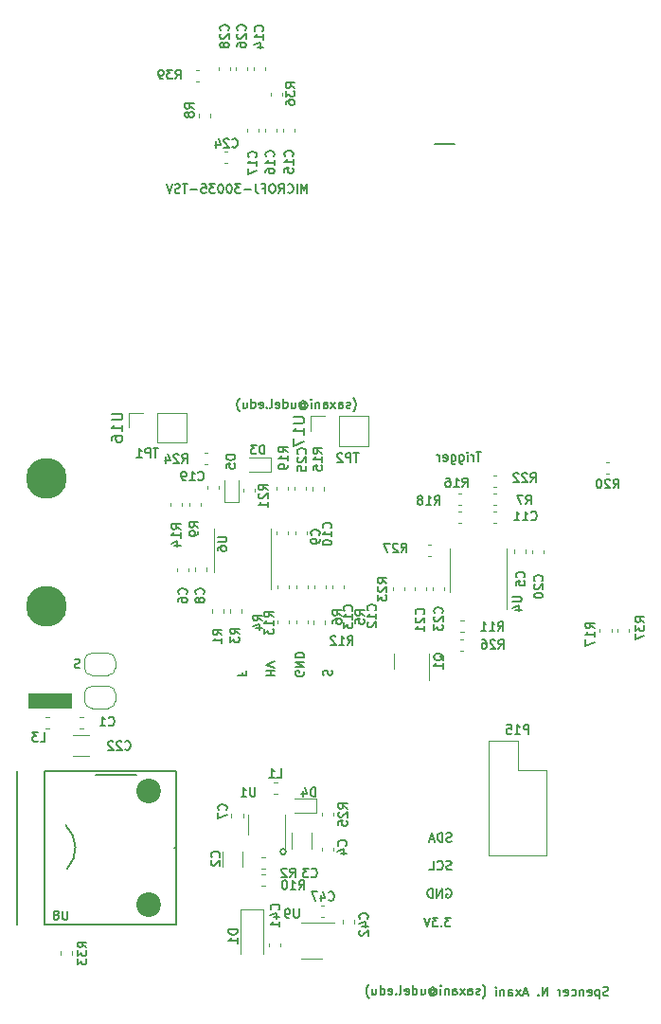
<source format=gbr>
G04 #@! TF.GenerationSoftware,KiCad,Pcbnew,7.0.1-0*
G04 #@! TF.CreationDate,2023-11-21T15:01:45-05:00*
G04 #@! TF.ProjectId,CosmicWatch,436f736d-6963-4576-9174-63682e6b6963,rev?*
G04 #@! TF.SameCoordinates,Original*
G04 #@! TF.FileFunction,Legend,Bot*
G04 #@! TF.FilePolarity,Positive*
%FSLAX46Y46*%
G04 Gerber Fmt 4.6, Leading zero omitted, Abs format (unit mm)*
G04 Created by KiCad (PCBNEW 7.0.1-0) date 2023-11-21 15:01:45*
%MOMM*%
%LPD*%
G01*
G04 APERTURE LIST*
%ADD10C,0.150000*%
%ADD11C,0.175000*%
%ADD12C,0.200000*%
%ADD13C,0.120000*%
%ADD14C,3.650000*%
%ADD15C,2.200000*%
%ADD16R,4.000000X1.400000*%
G04 APERTURE END LIST*
D10*
X102700952Y-92260095D02*
X102243809Y-92260095D01*
X102472381Y-93060095D02*
X102472381Y-92260095D01*
X101977142Y-93060095D02*
X101977142Y-92526761D01*
X101977142Y-92679142D02*
X101939047Y-92602952D01*
X101939047Y-92602952D02*
X101900952Y-92564857D01*
X101900952Y-92564857D02*
X101824761Y-92526761D01*
X101824761Y-92526761D02*
X101748571Y-92526761D01*
X101481904Y-93060095D02*
X101481904Y-92526761D01*
X101481904Y-92260095D02*
X101520000Y-92298190D01*
X101520000Y-92298190D02*
X101481904Y-92336285D01*
X101481904Y-92336285D02*
X101443809Y-92298190D01*
X101443809Y-92298190D02*
X101481904Y-92260095D01*
X101481904Y-92260095D02*
X101481904Y-92336285D01*
X100758095Y-92526761D02*
X100758095Y-93174380D01*
X100758095Y-93174380D02*
X100796190Y-93250571D01*
X100796190Y-93250571D02*
X100834286Y-93288666D01*
X100834286Y-93288666D02*
X100910476Y-93326761D01*
X100910476Y-93326761D02*
X101024762Y-93326761D01*
X101024762Y-93326761D02*
X101100952Y-93288666D01*
X100758095Y-93022000D02*
X100834286Y-93060095D01*
X100834286Y-93060095D02*
X100986667Y-93060095D01*
X100986667Y-93060095D02*
X101062857Y-93022000D01*
X101062857Y-93022000D02*
X101100952Y-92983904D01*
X101100952Y-92983904D02*
X101139048Y-92907714D01*
X101139048Y-92907714D02*
X101139048Y-92679142D01*
X101139048Y-92679142D02*
X101100952Y-92602952D01*
X101100952Y-92602952D02*
X101062857Y-92564857D01*
X101062857Y-92564857D02*
X100986667Y-92526761D01*
X100986667Y-92526761D02*
X100834286Y-92526761D01*
X100834286Y-92526761D02*
X100758095Y-92564857D01*
X100034285Y-92526761D02*
X100034285Y-93174380D01*
X100034285Y-93174380D02*
X100072380Y-93250571D01*
X100072380Y-93250571D02*
X100110476Y-93288666D01*
X100110476Y-93288666D02*
X100186666Y-93326761D01*
X100186666Y-93326761D02*
X100300952Y-93326761D01*
X100300952Y-93326761D02*
X100377142Y-93288666D01*
X100034285Y-93022000D02*
X100110476Y-93060095D01*
X100110476Y-93060095D02*
X100262857Y-93060095D01*
X100262857Y-93060095D02*
X100339047Y-93022000D01*
X100339047Y-93022000D02*
X100377142Y-92983904D01*
X100377142Y-92983904D02*
X100415238Y-92907714D01*
X100415238Y-92907714D02*
X100415238Y-92679142D01*
X100415238Y-92679142D02*
X100377142Y-92602952D01*
X100377142Y-92602952D02*
X100339047Y-92564857D01*
X100339047Y-92564857D02*
X100262857Y-92526761D01*
X100262857Y-92526761D02*
X100110476Y-92526761D01*
X100110476Y-92526761D02*
X100034285Y-92564857D01*
X99348570Y-93022000D02*
X99424761Y-93060095D01*
X99424761Y-93060095D02*
X99577142Y-93060095D01*
X99577142Y-93060095D02*
X99653332Y-93022000D01*
X99653332Y-93022000D02*
X99691428Y-92945809D01*
X99691428Y-92945809D02*
X99691428Y-92641047D01*
X99691428Y-92641047D02*
X99653332Y-92564857D01*
X99653332Y-92564857D02*
X99577142Y-92526761D01*
X99577142Y-92526761D02*
X99424761Y-92526761D01*
X99424761Y-92526761D02*
X99348570Y-92564857D01*
X99348570Y-92564857D02*
X99310475Y-92641047D01*
X99310475Y-92641047D02*
X99310475Y-92717238D01*
X99310475Y-92717238D02*
X99691428Y-92793428D01*
X98967618Y-93060095D02*
X98967618Y-92526761D01*
X98967618Y-92679142D02*
X98929523Y-92602952D01*
X98929523Y-92602952D02*
X98891428Y-92564857D01*
X98891428Y-92564857D02*
X98815237Y-92526761D01*
X98815237Y-92526761D02*
X98739047Y-92526761D01*
X100298630Y-64724977D02*
X98548630Y-64724977D01*
X85240000Y-127980000D02*
G75*
G03*
X85240000Y-127980000I-250000J0D01*
G01*
X73829523Y-91935095D02*
X73372380Y-91935095D01*
X73600952Y-92735095D02*
X73600952Y-91935095D01*
X73105713Y-92735095D02*
X73105713Y-91935095D01*
X73105713Y-91935095D02*
X72800951Y-91935095D01*
X72800951Y-91935095D02*
X72724761Y-91973190D01*
X72724761Y-91973190D02*
X72686666Y-92011285D01*
X72686666Y-92011285D02*
X72648570Y-92087476D01*
X72648570Y-92087476D02*
X72648570Y-92201761D01*
X72648570Y-92201761D02*
X72686666Y-92277952D01*
X72686666Y-92277952D02*
X72724761Y-92316047D01*
X72724761Y-92316047D02*
X72800951Y-92354142D01*
X72800951Y-92354142D02*
X73105713Y-92354142D01*
X71886666Y-92735095D02*
X72343809Y-92735095D01*
X72115237Y-92735095D02*
X72115237Y-91935095D01*
X72115237Y-91935095D02*
X72191428Y-92049380D01*
X72191428Y-92049380D02*
X72267618Y-92125571D01*
X72267618Y-92125571D02*
X72343809Y-92163666D01*
X88613000Y-112213571D02*
X88574904Y-112099285D01*
X88574904Y-112099285D02*
X88574904Y-111908809D01*
X88574904Y-111908809D02*
X88613000Y-111832618D01*
X88613000Y-111832618D02*
X88651095Y-111794523D01*
X88651095Y-111794523D02*
X88727285Y-111756428D01*
X88727285Y-111756428D02*
X88803476Y-111756428D01*
X88803476Y-111756428D02*
X88879666Y-111794523D01*
X88879666Y-111794523D02*
X88917761Y-111832618D01*
X88917761Y-111832618D02*
X88955857Y-111908809D01*
X88955857Y-111908809D02*
X88993952Y-112061190D01*
X88993952Y-112061190D02*
X89032047Y-112137380D01*
X89032047Y-112137380D02*
X89070142Y-112175475D01*
X89070142Y-112175475D02*
X89146333Y-112213571D01*
X89146333Y-112213571D02*
X89222523Y-112213571D01*
X89222523Y-112213571D02*
X89298714Y-112175475D01*
X89298714Y-112175475D02*
X89336809Y-112137380D01*
X89336809Y-112137380D02*
X89374904Y-112061190D01*
X89374904Y-112061190D02*
X89374904Y-111870713D01*
X89374904Y-111870713D02*
X89336809Y-111756428D01*
X83454904Y-112246427D02*
X84254904Y-112246427D01*
X83873952Y-112246427D02*
X83873952Y-111789284D01*
X83454904Y-111789284D02*
X84254904Y-111789284D01*
X84254904Y-111522618D02*
X83454904Y-111255951D01*
X83454904Y-111255951D02*
X84254904Y-110989285D01*
X91754523Y-92335095D02*
X91297380Y-92335095D01*
X91525952Y-93135095D02*
X91525952Y-92335095D01*
X91030713Y-93135095D02*
X91030713Y-92335095D01*
X91030713Y-92335095D02*
X90725951Y-92335095D01*
X90725951Y-92335095D02*
X90649761Y-92373190D01*
X90649761Y-92373190D02*
X90611666Y-92411285D01*
X90611666Y-92411285D02*
X90573570Y-92487476D01*
X90573570Y-92487476D02*
X90573570Y-92601761D01*
X90573570Y-92601761D02*
X90611666Y-92677952D01*
X90611666Y-92677952D02*
X90649761Y-92716047D01*
X90649761Y-92716047D02*
X90725951Y-92754142D01*
X90725951Y-92754142D02*
X91030713Y-92754142D01*
X90268809Y-92411285D02*
X90230713Y-92373190D01*
X90230713Y-92373190D02*
X90154523Y-92335095D01*
X90154523Y-92335095D02*
X89964047Y-92335095D01*
X89964047Y-92335095D02*
X89887856Y-92373190D01*
X89887856Y-92373190D02*
X89849761Y-92411285D01*
X89849761Y-92411285D02*
X89811666Y-92487476D01*
X89811666Y-92487476D02*
X89811666Y-92563666D01*
X89811666Y-92563666D02*
X89849761Y-92677952D01*
X89849761Y-92677952D02*
X90306904Y-93135095D01*
X90306904Y-93135095D02*
X89811666Y-93135095D01*
X91274524Y-88639857D02*
X91312619Y-88601761D01*
X91312619Y-88601761D02*
X91388810Y-88487476D01*
X91388810Y-88487476D02*
X91426905Y-88411285D01*
X91426905Y-88411285D02*
X91465000Y-88297000D01*
X91465000Y-88297000D02*
X91503095Y-88106523D01*
X91503095Y-88106523D02*
X91503095Y-87954142D01*
X91503095Y-87954142D02*
X91465000Y-87763666D01*
X91465000Y-87763666D02*
X91426905Y-87649380D01*
X91426905Y-87649380D02*
X91388810Y-87573190D01*
X91388810Y-87573190D02*
X91312619Y-87458904D01*
X91312619Y-87458904D02*
X91274524Y-87420809D01*
X91007858Y-88297000D02*
X90931667Y-88335095D01*
X90931667Y-88335095D02*
X90779286Y-88335095D01*
X90779286Y-88335095D02*
X90703096Y-88297000D01*
X90703096Y-88297000D02*
X90665000Y-88220809D01*
X90665000Y-88220809D02*
X90665000Y-88182714D01*
X90665000Y-88182714D02*
X90703096Y-88106523D01*
X90703096Y-88106523D02*
X90779286Y-88068428D01*
X90779286Y-88068428D02*
X90893572Y-88068428D01*
X90893572Y-88068428D02*
X90969762Y-88030333D01*
X90969762Y-88030333D02*
X91007858Y-87954142D01*
X91007858Y-87954142D02*
X91007858Y-87916047D01*
X91007858Y-87916047D02*
X90969762Y-87839857D01*
X90969762Y-87839857D02*
X90893572Y-87801761D01*
X90893572Y-87801761D02*
X90779286Y-87801761D01*
X90779286Y-87801761D02*
X90703096Y-87839857D01*
X89979286Y-88335095D02*
X89979286Y-87916047D01*
X89979286Y-87916047D02*
X90017381Y-87839857D01*
X90017381Y-87839857D02*
X90093572Y-87801761D01*
X90093572Y-87801761D02*
X90245953Y-87801761D01*
X90245953Y-87801761D02*
X90322143Y-87839857D01*
X89979286Y-88297000D02*
X90055477Y-88335095D01*
X90055477Y-88335095D02*
X90245953Y-88335095D01*
X90245953Y-88335095D02*
X90322143Y-88297000D01*
X90322143Y-88297000D02*
X90360239Y-88220809D01*
X90360239Y-88220809D02*
X90360239Y-88144619D01*
X90360239Y-88144619D02*
X90322143Y-88068428D01*
X90322143Y-88068428D02*
X90245953Y-88030333D01*
X90245953Y-88030333D02*
X90055477Y-88030333D01*
X90055477Y-88030333D02*
X89979286Y-87992238D01*
X89674524Y-88335095D02*
X89255476Y-87801761D01*
X89674524Y-87801761D02*
X89255476Y-88335095D01*
X88607857Y-88335095D02*
X88607857Y-87916047D01*
X88607857Y-87916047D02*
X88645952Y-87839857D01*
X88645952Y-87839857D02*
X88722143Y-87801761D01*
X88722143Y-87801761D02*
X88874524Y-87801761D01*
X88874524Y-87801761D02*
X88950714Y-87839857D01*
X88607857Y-88297000D02*
X88684048Y-88335095D01*
X88684048Y-88335095D02*
X88874524Y-88335095D01*
X88874524Y-88335095D02*
X88950714Y-88297000D01*
X88950714Y-88297000D02*
X88988810Y-88220809D01*
X88988810Y-88220809D02*
X88988810Y-88144619D01*
X88988810Y-88144619D02*
X88950714Y-88068428D01*
X88950714Y-88068428D02*
X88874524Y-88030333D01*
X88874524Y-88030333D02*
X88684048Y-88030333D01*
X88684048Y-88030333D02*
X88607857Y-87992238D01*
X88226904Y-87801761D02*
X88226904Y-88335095D01*
X88226904Y-87877952D02*
X88188809Y-87839857D01*
X88188809Y-87839857D02*
X88112619Y-87801761D01*
X88112619Y-87801761D02*
X87998333Y-87801761D01*
X87998333Y-87801761D02*
X87922142Y-87839857D01*
X87922142Y-87839857D02*
X87884047Y-87916047D01*
X87884047Y-87916047D02*
X87884047Y-88335095D01*
X87503094Y-88335095D02*
X87503094Y-87801761D01*
X87503094Y-87535095D02*
X87541190Y-87573190D01*
X87541190Y-87573190D02*
X87503094Y-87611285D01*
X87503094Y-87611285D02*
X87464999Y-87573190D01*
X87464999Y-87573190D02*
X87503094Y-87535095D01*
X87503094Y-87535095D02*
X87503094Y-87611285D01*
X86626904Y-87954142D02*
X86664999Y-87916047D01*
X86664999Y-87916047D02*
X86741190Y-87877952D01*
X86741190Y-87877952D02*
X86817380Y-87877952D01*
X86817380Y-87877952D02*
X86893571Y-87916047D01*
X86893571Y-87916047D02*
X86931666Y-87954142D01*
X86931666Y-87954142D02*
X86969761Y-88030333D01*
X86969761Y-88030333D02*
X86969761Y-88106523D01*
X86969761Y-88106523D02*
X86931666Y-88182714D01*
X86931666Y-88182714D02*
X86893571Y-88220809D01*
X86893571Y-88220809D02*
X86817380Y-88258904D01*
X86817380Y-88258904D02*
X86741190Y-88258904D01*
X86741190Y-88258904D02*
X86664999Y-88220809D01*
X86664999Y-88220809D02*
X86626904Y-88182714D01*
X86626904Y-87877952D02*
X86626904Y-88182714D01*
X86626904Y-88182714D02*
X86588809Y-88220809D01*
X86588809Y-88220809D02*
X86550714Y-88220809D01*
X86550714Y-88220809D02*
X86474523Y-88182714D01*
X86474523Y-88182714D02*
X86436428Y-88106523D01*
X86436428Y-88106523D02*
X86436428Y-87916047D01*
X86436428Y-87916047D02*
X86512619Y-87801761D01*
X86512619Y-87801761D02*
X86626904Y-87725571D01*
X86626904Y-87725571D02*
X86779285Y-87687476D01*
X86779285Y-87687476D02*
X86931666Y-87725571D01*
X86931666Y-87725571D02*
X87045952Y-87801761D01*
X87045952Y-87801761D02*
X87122142Y-87916047D01*
X87122142Y-87916047D02*
X87160238Y-88068428D01*
X87160238Y-88068428D02*
X87122142Y-88220809D01*
X87122142Y-88220809D02*
X87045952Y-88335095D01*
X87045952Y-88335095D02*
X86931666Y-88411285D01*
X86931666Y-88411285D02*
X86779285Y-88449380D01*
X86779285Y-88449380D02*
X86626904Y-88411285D01*
X86626904Y-88411285D02*
X86512619Y-88335095D01*
X85750714Y-87801761D02*
X85750714Y-88335095D01*
X86093571Y-87801761D02*
X86093571Y-88220809D01*
X86093571Y-88220809D02*
X86055476Y-88297000D01*
X86055476Y-88297000D02*
X85979286Y-88335095D01*
X85979286Y-88335095D02*
X85865000Y-88335095D01*
X85865000Y-88335095D02*
X85788809Y-88297000D01*
X85788809Y-88297000D02*
X85750714Y-88258904D01*
X85026904Y-88335095D02*
X85026904Y-87535095D01*
X85026904Y-88297000D02*
X85103095Y-88335095D01*
X85103095Y-88335095D02*
X85255476Y-88335095D01*
X85255476Y-88335095D02*
X85331666Y-88297000D01*
X85331666Y-88297000D02*
X85369761Y-88258904D01*
X85369761Y-88258904D02*
X85407857Y-88182714D01*
X85407857Y-88182714D02*
X85407857Y-87954142D01*
X85407857Y-87954142D02*
X85369761Y-87877952D01*
X85369761Y-87877952D02*
X85331666Y-87839857D01*
X85331666Y-87839857D02*
X85255476Y-87801761D01*
X85255476Y-87801761D02*
X85103095Y-87801761D01*
X85103095Y-87801761D02*
X85026904Y-87839857D01*
X84341189Y-88297000D02*
X84417380Y-88335095D01*
X84417380Y-88335095D02*
X84569761Y-88335095D01*
X84569761Y-88335095D02*
X84645951Y-88297000D01*
X84645951Y-88297000D02*
X84684047Y-88220809D01*
X84684047Y-88220809D02*
X84684047Y-87916047D01*
X84684047Y-87916047D02*
X84645951Y-87839857D01*
X84645951Y-87839857D02*
X84569761Y-87801761D01*
X84569761Y-87801761D02*
X84417380Y-87801761D01*
X84417380Y-87801761D02*
X84341189Y-87839857D01*
X84341189Y-87839857D02*
X84303094Y-87916047D01*
X84303094Y-87916047D02*
X84303094Y-87992238D01*
X84303094Y-87992238D02*
X84684047Y-88068428D01*
X83845952Y-88335095D02*
X83922142Y-88297000D01*
X83922142Y-88297000D02*
X83960237Y-88220809D01*
X83960237Y-88220809D02*
X83960237Y-87535095D01*
X83541189Y-88258904D02*
X83503094Y-88297000D01*
X83503094Y-88297000D02*
X83541189Y-88335095D01*
X83541189Y-88335095D02*
X83579285Y-88297000D01*
X83579285Y-88297000D02*
X83541189Y-88258904D01*
X83541189Y-88258904D02*
X83541189Y-88335095D01*
X82855475Y-88297000D02*
X82931666Y-88335095D01*
X82931666Y-88335095D02*
X83084047Y-88335095D01*
X83084047Y-88335095D02*
X83160237Y-88297000D01*
X83160237Y-88297000D02*
X83198333Y-88220809D01*
X83198333Y-88220809D02*
X83198333Y-87916047D01*
X83198333Y-87916047D02*
X83160237Y-87839857D01*
X83160237Y-87839857D02*
X83084047Y-87801761D01*
X83084047Y-87801761D02*
X82931666Y-87801761D01*
X82931666Y-87801761D02*
X82855475Y-87839857D01*
X82855475Y-87839857D02*
X82817380Y-87916047D01*
X82817380Y-87916047D02*
X82817380Y-87992238D01*
X82817380Y-87992238D02*
X83198333Y-88068428D01*
X82131666Y-88335095D02*
X82131666Y-87535095D01*
X82131666Y-88297000D02*
X82207857Y-88335095D01*
X82207857Y-88335095D02*
X82360238Y-88335095D01*
X82360238Y-88335095D02*
X82436428Y-88297000D01*
X82436428Y-88297000D02*
X82474523Y-88258904D01*
X82474523Y-88258904D02*
X82512619Y-88182714D01*
X82512619Y-88182714D02*
X82512619Y-87954142D01*
X82512619Y-87954142D02*
X82474523Y-87877952D01*
X82474523Y-87877952D02*
X82436428Y-87839857D01*
X82436428Y-87839857D02*
X82360238Y-87801761D01*
X82360238Y-87801761D02*
X82207857Y-87801761D01*
X82207857Y-87801761D02*
X82131666Y-87839857D01*
X81407856Y-87801761D02*
X81407856Y-88335095D01*
X81750713Y-87801761D02*
X81750713Y-88220809D01*
X81750713Y-88220809D02*
X81712618Y-88297000D01*
X81712618Y-88297000D02*
X81636428Y-88335095D01*
X81636428Y-88335095D02*
X81522142Y-88335095D01*
X81522142Y-88335095D02*
X81445951Y-88297000D01*
X81445951Y-88297000D02*
X81407856Y-88258904D01*
X81103094Y-88639857D02*
X81064999Y-88601761D01*
X81064999Y-88601761D02*
X80988808Y-88487476D01*
X80988808Y-88487476D02*
X80950713Y-88411285D01*
X80950713Y-88411285D02*
X80912618Y-88297000D01*
X80912618Y-88297000D02*
X80874522Y-88106523D01*
X80874522Y-88106523D02*
X80874522Y-87954142D01*
X80874522Y-87954142D02*
X80912618Y-87763666D01*
X80912618Y-87763666D02*
X80950713Y-87649380D01*
X80950713Y-87649380D02*
X80988808Y-87573190D01*
X80988808Y-87573190D02*
X81064999Y-87458904D01*
X81064999Y-87458904D02*
X81103094Y-87420809D01*
X102844524Y-141049857D02*
X102882619Y-141011761D01*
X102882619Y-141011761D02*
X102958810Y-140897476D01*
X102958810Y-140897476D02*
X102996905Y-140821285D01*
X102996905Y-140821285D02*
X103035000Y-140707000D01*
X103035000Y-140707000D02*
X103073095Y-140516523D01*
X103073095Y-140516523D02*
X103073095Y-140364142D01*
X103073095Y-140364142D02*
X103035000Y-140173666D01*
X103035000Y-140173666D02*
X102996905Y-140059380D01*
X102996905Y-140059380D02*
X102958810Y-139983190D01*
X102958810Y-139983190D02*
X102882619Y-139868904D01*
X102882619Y-139868904D02*
X102844524Y-139830809D01*
X102577858Y-140707000D02*
X102501667Y-140745095D01*
X102501667Y-140745095D02*
X102349286Y-140745095D01*
X102349286Y-140745095D02*
X102273096Y-140707000D01*
X102273096Y-140707000D02*
X102235000Y-140630809D01*
X102235000Y-140630809D02*
X102235000Y-140592714D01*
X102235000Y-140592714D02*
X102273096Y-140516523D01*
X102273096Y-140516523D02*
X102349286Y-140478428D01*
X102349286Y-140478428D02*
X102463572Y-140478428D01*
X102463572Y-140478428D02*
X102539762Y-140440333D01*
X102539762Y-140440333D02*
X102577858Y-140364142D01*
X102577858Y-140364142D02*
X102577858Y-140326047D01*
X102577858Y-140326047D02*
X102539762Y-140249857D01*
X102539762Y-140249857D02*
X102463572Y-140211761D01*
X102463572Y-140211761D02*
X102349286Y-140211761D01*
X102349286Y-140211761D02*
X102273096Y-140249857D01*
X101549286Y-140745095D02*
X101549286Y-140326047D01*
X101549286Y-140326047D02*
X101587381Y-140249857D01*
X101587381Y-140249857D02*
X101663572Y-140211761D01*
X101663572Y-140211761D02*
X101815953Y-140211761D01*
X101815953Y-140211761D02*
X101892143Y-140249857D01*
X101549286Y-140707000D02*
X101625477Y-140745095D01*
X101625477Y-140745095D02*
X101815953Y-140745095D01*
X101815953Y-140745095D02*
X101892143Y-140707000D01*
X101892143Y-140707000D02*
X101930239Y-140630809D01*
X101930239Y-140630809D02*
X101930239Y-140554619D01*
X101930239Y-140554619D02*
X101892143Y-140478428D01*
X101892143Y-140478428D02*
X101815953Y-140440333D01*
X101815953Y-140440333D02*
X101625477Y-140440333D01*
X101625477Y-140440333D02*
X101549286Y-140402238D01*
X101244524Y-140745095D02*
X100825476Y-140211761D01*
X101244524Y-140211761D02*
X100825476Y-140745095D01*
X100177857Y-140745095D02*
X100177857Y-140326047D01*
X100177857Y-140326047D02*
X100215952Y-140249857D01*
X100215952Y-140249857D02*
X100292143Y-140211761D01*
X100292143Y-140211761D02*
X100444524Y-140211761D01*
X100444524Y-140211761D02*
X100520714Y-140249857D01*
X100177857Y-140707000D02*
X100254048Y-140745095D01*
X100254048Y-140745095D02*
X100444524Y-140745095D01*
X100444524Y-140745095D02*
X100520714Y-140707000D01*
X100520714Y-140707000D02*
X100558810Y-140630809D01*
X100558810Y-140630809D02*
X100558810Y-140554619D01*
X100558810Y-140554619D02*
X100520714Y-140478428D01*
X100520714Y-140478428D02*
X100444524Y-140440333D01*
X100444524Y-140440333D02*
X100254048Y-140440333D01*
X100254048Y-140440333D02*
X100177857Y-140402238D01*
X99796904Y-140211761D02*
X99796904Y-140745095D01*
X99796904Y-140287952D02*
X99758809Y-140249857D01*
X99758809Y-140249857D02*
X99682619Y-140211761D01*
X99682619Y-140211761D02*
X99568333Y-140211761D01*
X99568333Y-140211761D02*
X99492142Y-140249857D01*
X99492142Y-140249857D02*
X99454047Y-140326047D01*
X99454047Y-140326047D02*
X99454047Y-140745095D01*
X99073094Y-140745095D02*
X99073094Y-140211761D01*
X99073094Y-139945095D02*
X99111190Y-139983190D01*
X99111190Y-139983190D02*
X99073094Y-140021285D01*
X99073094Y-140021285D02*
X99034999Y-139983190D01*
X99034999Y-139983190D02*
X99073094Y-139945095D01*
X99073094Y-139945095D02*
X99073094Y-140021285D01*
X98196904Y-140364142D02*
X98234999Y-140326047D01*
X98234999Y-140326047D02*
X98311190Y-140287952D01*
X98311190Y-140287952D02*
X98387380Y-140287952D01*
X98387380Y-140287952D02*
X98463571Y-140326047D01*
X98463571Y-140326047D02*
X98501666Y-140364142D01*
X98501666Y-140364142D02*
X98539761Y-140440333D01*
X98539761Y-140440333D02*
X98539761Y-140516523D01*
X98539761Y-140516523D02*
X98501666Y-140592714D01*
X98501666Y-140592714D02*
X98463571Y-140630809D01*
X98463571Y-140630809D02*
X98387380Y-140668904D01*
X98387380Y-140668904D02*
X98311190Y-140668904D01*
X98311190Y-140668904D02*
X98234999Y-140630809D01*
X98234999Y-140630809D02*
X98196904Y-140592714D01*
X98196904Y-140287952D02*
X98196904Y-140592714D01*
X98196904Y-140592714D02*
X98158809Y-140630809D01*
X98158809Y-140630809D02*
X98120714Y-140630809D01*
X98120714Y-140630809D02*
X98044523Y-140592714D01*
X98044523Y-140592714D02*
X98006428Y-140516523D01*
X98006428Y-140516523D02*
X98006428Y-140326047D01*
X98006428Y-140326047D02*
X98082619Y-140211761D01*
X98082619Y-140211761D02*
X98196904Y-140135571D01*
X98196904Y-140135571D02*
X98349285Y-140097476D01*
X98349285Y-140097476D02*
X98501666Y-140135571D01*
X98501666Y-140135571D02*
X98615952Y-140211761D01*
X98615952Y-140211761D02*
X98692142Y-140326047D01*
X98692142Y-140326047D02*
X98730238Y-140478428D01*
X98730238Y-140478428D02*
X98692142Y-140630809D01*
X98692142Y-140630809D02*
X98615952Y-140745095D01*
X98615952Y-140745095D02*
X98501666Y-140821285D01*
X98501666Y-140821285D02*
X98349285Y-140859380D01*
X98349285Y-140859380D02*
X98196904Y-140821285D01*
X98196904Y-140821285D02*
X98082619Y-140745095D01*
X97320714Y-140211761D02*
X97320714Y-140745095D01*
X97663571Y-140211761D02*
X97663571Y-140630809D01*
X97663571Y-140630809D02*
X97625476Y-140707000D01*
X97625476Y-140707000D02*
X97549286Y-140745095D01*
X97549286Y-140745095D02*
X97435000Y-140745095D01*
X97435000Y-140745095D02*
X97358809Y-140707000D01*
X97358809Y-140707000D02*
X97320714Y-140668904D01*
X96596904Y-140745095D02*
X96596904Y-139945095D01*
X96596904Y-140707000D02*
X96673095Y-140745095D01*
X96673095Y-140745095D02*
X96825476Y-140745095D01*
X96825476Y-140745095D02*
X96901666Y-140707000D01*
X96901666Y-140707000D02*
X96939761Y-140668904D01*
X96939761Y-140668904D02*
X96977857Y-140592714D01*
X96977857Y-140592714D02*
X96977857Y-140364142D01*
X96977857Y-140364142D02*
X96939761Y-140287952D01*
X96939761Y-140287952D02*
X96901666Y-140249857D01*
X96901666Y-140249857D02*
X96825476Y-140211761D01*
X96825476Y-140211761D02*
X96673095Y-140211761D01*
X96673095Y-140211761D02*
X96596904Y-140249857D01*
X95911189Y-140707000D02*
X95987380Y-140745095D01*
X95987380Y-140745095D02*
X96139761Y-140745095D01*
X96139761Y-140745095D02*
X96215951Y-140707000D01*
X96215951Y-140707000D02*
X96254047Y-140630809D01*
X96254047Y-140630809D02*
X96254047Y-140326047D01*
X96254047Y-140326047D02*
X96215951Y-140249857D01*
X96215951Y-140249857D02*
X96139761Y-140211761D01*
X96139761Y-140211761D02*
X95987380Y-140211761D01*
X95987380Y-140211761D02*
X95911189Y-140249857D01*
X95911189Y-140249857D02*
X95873094Y-140326047D01*
X95873094Y-140326047D02*
X95873094Y-140402238D01*
X95873094Y-140402238D02*
X96254047Y-140478428D01*
X95415952Y-140745095D02*
X95492142Y-140707000D01*
X95492142Y-140707000D02*
X95530237Y-140630809D01*
X95530237Y-140630809D02*
X95530237Y-139945095D01*
X95111189Y-140668904D02*
X95073094Y-140707000D01*
X95073094Y-140707000D02*
X95111189Y-140745095D01*
X95111189Y-140745095D02*
X95149285Y-140707000D01*
X95149285Y-140707000D02*
X95111189Y-140668904D01*
X95111189Y-140668904D02*
X95111189Y-140745095D01*
X94425475Y-140707000D02*
X94501666Y-140745095D01*
X94501666Y-140745095D02*
X94654047Y-140745095D01*
X94654047Y-140745095D02*
X94730237Y-140707000D01*
X94730237Y-140707000D02*
X94768333Y-140630809D01*
X94768333Y-140630809D02*
X94768333Y-140326047D01*
X94768333Y-140326047D02*
X94730237Y-140249857D01*
X94730237Y-140249857D02*
X94654047Y-140211761D01*
X94654047Y-140211761D02*
X94501666Y-140211761D01*
X94501666Y-140211761D02*
X94425475Y-140249857D01*
X94425475Y-140249857D02*
X94387380Y-140326047D01*
X94387380Y-140326047D02*
X94387380Y-140402238D01*
X94387380Y-140402238D02*
X94768333Y-140478428D01*
X93701666Y-140745095D02*
X93701666Y-139945095D01*
X93701666Y-140707000D02*
X93777857Y-140745095D01*
X93777857Y-140745095D02*
X93930238Y-140745095D01*
X93930238Y-140745095D02*
X94006428Y-140707000D01*
X94006428Y-140707000D02*
X94044523Y-140668904D01*
X94044523Y-140668904D02*
X94082619Y-140592714D01*
X94082619Y-140592714D02*
X94082619Y-140364142D01*
X94082619Y-140364142D02*
X94044523Y-140287952D01*
X94044523Y-140287952D02*
X94006428Y-140249857D01*
X94006428Y-140249857D02*
X93930238Y-140211761D01*
X93930238Y-140211761D02*
X93777857Y-140211761D01*
X93777857Y-140211761D02*
X93701666Y-140249857D01*
X92977856Y-140211761D02*
X92977856Y-140745095D01*
X93320713Y-140211761D02*
X93320713Y-140630809D01*
X93320713Y-140630809D02*
X93282618Y-140707000D01*
X93282618Y-140707000D02*
X93206428Y-140745095D01*
X93206428Y-140745095D02*
X93092142Y-140745095D01*
X93092142Y-140745095D02*
X93015951Y-140707000D01*
X93015951Y-140707000D02*
X92977856Y-140668904D01*
X92673094Y-141049857D02*
X92634999Y-141011761D01*
X92634999Y-141011761D02*
X92558808Y-140897476D01*
X92558808Y-140897476D02*
X92520713Y-140821285D01*
X92520713Y-140821285D02*
X92482618Y-140707000D01*
X92482618Y-140707000D02*
X92444522Y-140516523D01*
X92444522Y-140516523D02*
X92444522Y-140364142D01*
X92444522Y-140364142D02*
X92482618Y-140173666D01*
X92482618Y-140173666D02*
X92520713Y-140059380D01*
X92520713Y-140059380D02*
X92558808Y-139983190D01*
X92558808Y-139983190D02*
X92634999Y-139868904D01*
X92634999Y-139868904D02*
X92673094Y-139830809D01*
X100037619Y-129544000D02*
X99923333Y-129582095D01*
X99923333Y-129582095D02*
X99732857Y-129582095D01*
X99732857Y-129582095D02*
X99656666Y-129544000D01*
X99656666Y-129544000D02*
X99618571Y-129505904D01*
X99618571Y-129505904D02*
X99580476Y-129429714D01*
X99580476Y-129429714D02*
X99580476Y-129353523D01*
X99580476Y-129353523D02*
X99618571Y-129277333D01*
X99618571Y-129277333D02*
X99656666Y-129239238D01*
X99656666Y-129239238D02*
X99732857Y-129201142D01*
X99732857Y-129201142D02*
X99885238Y-129163047D01*
X99885238Y-129163047D02*
X99961428Y-129124952D01*
X99961428Y-129124952D02*
X99999523Y-129086857D01*
X99999523Y-129086857D02*
X100037619Y-129010666D01*
X100037619Y-129010666D02*
X100037619Y-128934476D01*
X100037619Y-128934476D02*
X99999523Y-128858285D01*
X99999523Y-128858285D02*
X99961428Y-128820190D01*
X99961428Y-128820190D02*
X99885238Y-128782095D01*
X99885238Y-128782095D02*
X99694761Y-128782095D01*
X99694761Y-128782095D02*
X99580476Y-128820190D01*
X98780475Y-129505904D02*
X98818571Y-129544000D01*
X98818571Y-129544000D02*
X98932856Y-129582095D01*
X98932856Y-129582095D02*
X99009047Y-129582095D01*
X99009047Y-129582095D02*
X99123333Y-129544000D01*
X99123333Y-129544000D02*
X99199523Y-129467809D01*
X99199523Y-129467809D02*
X99237618Y-129391619D01*
X99237618Y-129391619D02*
X99275714Y-129239238D01*
X99275714Y-129239238D02*
X99275714Y-129124952D01*
X99275714Y-129124952D02*
X99237618Y-128972571D01*
X99237618Y-128972571D02*
X99199523Y-128896380D01*
X99199523Y-128896380D02*
X99123333Y-128820190D01*
X99123333Y-128820190D02*
X99009047Y-128782095D01*
X99009047Y-128782095D02*
X98932856Y-128782095D01*
X98932856Y-128782095D02*
X98818571Y-128820190D01*
X98818571Y-128820190D02*
X98780475Y-128858285D01*
X98056666Y-129582095D02*
X98437618Y-129582095D01*
X98437618Y-129582095D02*
X98437618Y-128782095D01*
D11*
X66803571Y-111507000D02*
X66689285Y-111545095D01*
X66689285Y-111545095D02*
X66498809Y-111545095D01*
X66498809Y-111545095D02*
X66422618Y-111507000D01*
X66422618Y-111507000D02*
X66384523Y-111468904D01*
X66384523Y-111468904D02*
X66346428Y-111392714D01*
X66346428Y-111392714D02*
X66346428Y-111316523D01*
X66346428Y-111316523D02*
X66384523Y-111240333D01*
X66384523Y-111240333D02*
X66422618Y-111202238D01*
X66422618Y-111202238D02*
X66498809Y-111164142D01*
X66498809Y-111164142D02*
X66651190Y-111126047D01*
X66651190Y-111126047D02*
X66727380Y-111087952D01*
X66727380Y-111087952D02*
X66765475Y-111049857D01*
X66765475Y-111049857D02*
X66803571Y-110973666D01*
X66803571Y-110973666D02*
X66803571Y-110897476D01*
X66803571Y-110897476D02*
X66765475Y-110821285D01*
X66765475Y-110821285D02*
X66727380Y-110783190D01*
X66727380Y-110783190D02*
X66651190Y-110745095D01*
X66651190Y-110745095D02*
X66460713Y-110745095D01*
X66460713Y-110745095D02*
X66346428Y-110783190D01*
D10*
X99975714Y-133882095D02*
X99480476Y-133882095D01*
X99480476Y-133882095D02*
X99747142Y-134186857D01*
X99747142Y-134186857D02*
X99632857Y-134186857D01*
X99632857Y-134186857D02*
X99556666Y-134224952D01*
X99556666Y-134224952D02*
X99518571Y-134263047D01*
X99518571Y-134263047D02*
X99480476Y-134339238D01*
X99480476Y-134339238D02*
X99480476Y-134529714D01*
X99480476Y-134529714D02*
X99518571Y-134605904D01*
X99518571Y-134605904D02*
X99556666Y-134644000D01*
X99556666Y-134644000D02*
X99632857Y-134682095D01*
X99632857Y-134682095D02*
X99861428Y-134682095D01*
X99861428Y-134682095D02*
X99937619Y-134644000D01*
X99937619Y-134644000D02*
X99975714Y-134605904D01*
X99137618Y-134605904D02*
X99099523Y-134644000D01*
X99099523Y-134644000D02*
X99137618Y-134682095D01*
X99137618Y-134682095D02*
X99175714Y-134644000D01*
X99175714Y-134644000D02*
X99137618Y-134605904D01*
X99137618Y-134605904D02*
X99137618Y-134682095D01*
X98832857Y-133882095D02*
X98337619Y-133882095D01*
X98337619Y-133882095D02*
X98604285Y-134186857D01*
X98604285Y-134186857D02*
X98490000Y-134186857D01*
X98490000Y-134186857D02*
X98413809Y-134224952D01*
X98413809Y-134224952D02*
X98375714Y-134263047D01*
X98375714Y-134263047D02*
X98337619Y-134339238D01*
X98337619Y-134339238D02*
X98337619Y-134529714D01*
X98337619Y-134529714D02*
X98375714Y-134605904D01*
X98375714Y-134605904D02*
X98413809Y-134644000D01*
X98413809Y-134644000D02*
X98490000Y-134682095D01*
X98490000Y-134682095D02*
X98718571Y-134682095D01*
X98718571Y-134682095D02*
X98794762Y-134644000D01*
X98794762Y-134644000D02*
X98832857Y-134605904D01*
X98109047Y-133882095D02*
X97842380Y-134682095D01*
X97842380Y-134682095D02*
X97575714Y-133882095D01*
X99580476Y-131320190D02*
X99656666Y-131282095D01*
X99656666Y-131282095D02*
X99770952Y-131282095D01*
X99770952Y-131282095D02*
X99885238Y-131320190D01*
X99885238Y-131320190D02*
X99961428Y-131396380D01*
X99961428Y-131396380D02*
X99999523Y-131472571D01*
X99999523Y-131472571D02*
X100037619Y-131624952D01*
X100037619Y-131624952D02*
X100037619Y-131739238D01*
X100037619Y-131739238D02*
X99999523Y-131891619D01*
X99999523Y-131891619D02*
X99961428Y-131967809D01*
X99961428Y-131967809D02*
X99885238Y-132044000D01*
X99885238Y-132044000D02*
X99770952Y-132082095D01*
X99770952Y-132082095D02*
X99694761Y-132082095D01*
X99694761Y-132082095D02*
X99580476Y-132044000D01*
X99580476Y-132044000D02*
X99542380Y-132005904D01*
X99542380Y-132005904D02*
X99542380Y-131739238D01*
X99542380Y-131739238D02*
X99694761Y-131739238D01*
X99199523Y-132082095D02*
X99199523Y-131282095D01*
X99199523Y-131282095D02*
X98742380Y-132082095D01*
X98742380Y-132082095D02*
X98742380Y-131282095D01*
X98361428Y-132082095D02*
X98361428Y-131282095D01*
X98361428Y-131282095D02*
X98170952Y-131282095D01*
X98170952Y-131282095D02*
X98056666Y-131320190D01*
X98056666Y-131320190D02*
X97980476Y-131396380D01*
X97980476Y-131396380D02*
X97942381Y-131472571D01*
X97942381Y-131472571D02*
X97904285Y-131624952D01*
X97904285Y-131624952D02*
X97904285Y-131739238D01*
X97904285Y-131739238D02*
X97942381Y-131891619D01*
X97942381Y-131891619D02*
X97980476Y-131967809D01*
X97980476Y-131967809D02*
X98056666Y-132044000D01*
X98056666Y-132044000D02*
X98170952Y-132082095D01*
X98170952Y-132082095D02*
X98361428Y-132082095D01*
D12*
X87152618Y-69105095D02*
X87152618Y-68305095D01*
X87152618Y-68305095D02*
X86885952Y-68876523D01*
X86885952Y-68876523D02*
X86619285Y-68305095D01*
X86619285Y-68305095D02*
X86619285Y-69105095D01*
X86238332Y-69105095D02*
X86238332Y-68305095D01*
X85400237Y-69028904D02*
X85438333Y-69067000D01*
X85438333Y-69067000D02*
X85552618Y-69105095D01*
X85552618Y-69105095D02*
X85628809Y-69105095D01*
X85628809Y-69105095D02*
X85743095Y-69067000D01*
X85743095Y-69067000D02*
X85819285Y-68990809D01*
X85819285Y-68990809D02*
X85857380Y-68914619D01*
X85857380Y-68914619D02*
X85895476Y-68762238D01*
X85895476Y-68762238D02*
X85895476Y-68647952D01*
X85895476Y-68647952D02*
X85857380Y-68495571D01*
X85857380Y-68495571D02*
X85819285Y-68419380D01*
X85819285Y-68419380D02*
X85743095Y-68343190D01*
X85743095Y-68343190D02*
X85628809Y-68305095D01*
X85628809Y-68305095D02*
X85552618Y-68305095D01*
X85552618Y-68305095D02*
X85438333Y-68343190D01*
X85438333Y-68343190D02*
X85400237Y-68381285D01*
X84600237Y-69105095D02*
X84866904Y-68724142D01*
X85057380Y-69105095D02*
X85057380Y-68305095D01*
X85057380Y-68305095D02*
X84752618Y-68305095D01*
X84752618Y-68305095D02*
X84676428Y-68343190D01*
X84676428Y-68343190D02*
X84638333Y-68381285D01*
X84638333Y-68381285D02*
X84600237Y-68457476D01*
X84600237Y-68457476D02*
X84600237Y-68571761D01*
X84600237Y-68571761D02*
X84638333Y-68647952D01*
X84638333Y-68647952D02*
X84676428Y-68686047D01*
X84676428Y-68686047D02*
X84752618Y-68724142D01*
X84752618Y-68724142D02*
X85057380Y-68724142D01*
X84104999Y-68305095D02*
X83952618Y-68305095D01*
X83952618Y-68305095D02*
X83876428Y-68343190D01*
X83876428Y-68343190D02*
X83800237Y-68419380D01*
X83800237Y-68419380D02*
X83762142Y-68571761D01*
X83762142Y-68571761D02*
X83762142Y-68838428D01*
X83762142Y-68838428D02*
X83800237Y-68990809D01*
X83800237Y-68990809D02*
X83876428Y-69067000D01*
X83876428Y-69067000D02*
X83952618Y-69105095D01*
X83952618Y-69105095D02*
X84104999Y-69105095D01*
X84104999Y-69105095D02*
X84181190Y-69067000D01*
X84181190Y-69067000D02*
X84257380Y-68990809D01*
X84257380Y-68990809D02*
X84295476Y-68838428D01*
X84295476Y-68838428D02*
X84295476Y-68571761D01*
X84295476Y-68571761D02*
X84257380Y-68419380D01*
X84257380Y-68419380D02*
X84181190Y-68343190D01*
X84181190Y-68343190D02*
X84104999Y-68305095D01*
X83152619Y-68686047D02*
X83419285Y-68686047D01*
X83419285Y-69105095D02*
X83419285Y-68305095D01*
X83419285Y-68305095D02*
X83038333Y-68305095D01*
X82505000Y-68305095D02*
X82505000Y-68876523D01*
X82505000Y-68876523D02*
X82543095Y-68990809D01*
X82543095Y-68990809D02*
X82619286Y-69067000D01*
X82619286Y-69067000D02*
X82733571Y-69105095D01*
X82733571Y-69105095D02*
X82809762Y-69105095D01*
X82124047Y-68800333D02*
X81514524Y-68800333D01*
X81209762Y-68305095D02*
X80714524Y-68305095D01*
X80714524Y-68305095D02*
X80981190Y-68609857D01*
X80981190Y-68609857D02*
X80866905Y-68609857D01*
X80866905Y-68609857D02*
X80790714Y-68647952D01*
X80790714Y-68647952D02*
X80752619Y-68686047D01*
X80752619Y-68686047D02*
X80714524Y-68762238D01*
X80714524Y-68762238D02*
X80714524Y-68952714D01*
X80714524Y-68952714D02*
X80752619Y-69028904D01*
X80752619Y-69028904D02*
X80790714Y-69067000D01*
X80790714Y-69067000D02*
X80866905Y-69105095D01*
X80866905Y-69105095D02*
X81095476Y-69105095D01*
X81095476Y-69105095D02*
X81171667Y-69067000D01*
X81171667Y-69067000D02*
X81209762Y-69028904D01*
X80219285Y-68305095D02*
X80143095Y-68305095D01*
X80143095Y-68305095D02*
X80066904Y-68343190D01*
X80066904Y-68343190D02*
X80028809Y-68381285D01*
X80028809Y-68381285D02*
X79990714Y-68457476D01*
X79990714Y-68457476D02*
X79952619Y-68609857D01*
X79952619Y-68609857D02*
X79952619Y-68800333D01*
X79952619Y-68800333D02*
X79990714Y-68952714D01*
X79990714Y-68952714D02*
X80028809Y-69028904D01*
X80028809Y-69028904D02*
X80066904Y-69067000D01*
X80066904Y-69067000D02*
X80143095Y-69105095D01*
X80143095Y-69105095D02*
X80219285Y-69105095D01*
X80219285Y-69105095D02*
X80295476Y-69067000D01*
X80295476Y-69067000D02*
X80333571Y-69028904D01*
X80333571Y-69028904D02*
X80371666Y-68952714D01*
X80371666Y-68952714D02*
X80409762Y-68800333D01*
X80409762Y-68800333D02*
X80409762Y-68609857D01*
X80409762Y-68609857D02*
X80371666Y-68457476D01*
X80371666Y-68457476D02*
X80333571Y-68381285D01*
X80333571Y-68381285D02*
X80295476Y-68343190D01*
X80295476Y-68343190D02*
X80219285Y-68305095D01*
X79457380Y-68305095D02*
X79381190Y-68305095D01*
X79381190Y-68305095D02*
X79304999Y-68343190D01*
X79304999Y-68343190D02*
X79266904Y-68381285D01*
X79266904Y-68381285D02*
X79228809Y-68457476D01*
X79228809Y-68457476D02*
X79190714Y-68609857D01*
X79190714Y-68609857D02*
X79190714Y-68800333D01*
X79190714Y-68800333D02*
X79228809Y-68952714D01*
X79228809Y-68952714D02*
X79266904Y-69028904D01*
X79266904Y-69028904D02*
X79304999Y-69067000D01*
X79304999Y-69067000D02*
X79381190Y-69105095D01*
X79381190Y-69105095D02*
X79457380Y-69105095D01*
X79457380Y-69105095D02*
X79533571Y-69067000D01*
X79533571Y-69067000D02*
X79571666Y-69028904D01*
X79571666Y-69028904D02*
X79609761Y-68952714D01*
X79609761Y-68952714D02*
X79647857Y-68800333D01*
X79647857Y-68800333D02*
X79647857Y-68609857D01*
X79647857Y-68609857D02*
X79609761Y-68457476D01*
X79609761Y-68457476D02*
X79571666Y-68381285D01*
X79571666Y-68381285D02*
X79533571Y-68343190D01*
X79533571Y-68343190D02*
X79457380Y-68305095D01*
X78924047Y-68305095D02*
X78428809Y-68305095D01*
X78428809Y-68305095D02*
X78695475Y-68609857D01*
X78695475Y-68609857D02*
X78581190Y-68609857D01*
X78581190Y-68609857D02*
X78504999Y-68647952D01*
X78504999Y-68647952D02*
X78466904Y-68686047D01*
X78466904Y-68686047D02*
X78428809Y-68762238D01*
X78428809Y-68762238D02*
X78428809Y-68952714D01*
X78428809Y-68952714D02*
X78466904Y-69028904D01*
X78466904Y-69028904D02*
X78504999Y-69067000D01*
X78504999Y-69067000D02*
X78581190Y-69105095D01*
X78581190Y-69105095D02*
X78809761Y-69105095D01*
X78809761Y-69105095D02*
X78885952Y-69067000D01*
X78885952Y-69067000D02*
X78924047Y-69028904D01*
X77704999Y-68305095D02*
X78085951Y-68305095D01*
X78085951Y-68305095D02*
X78124047Y-68686047D01*
X78124047Y-68686047D02*
X78085951Y-68647952D01*
X78085951Y-68647952D02*
X78009761Y-68609857D01*
X78009761Y-68609857D02*
X77819285Y-68609857D01*
X77819285Y-68609857D02*
X77743094Y-68647952D01*
X77743094Y-68647952D02*
X77704999Y-68686047D01*
X77704999Y-68686047D02*
X77666904Y-68762238D01*
X77666904Y-68762238D02*
X77666904Y-68952714D01*
X77666904Y-68952714D02*
X77704999Y-69028904D01*
X77704999Y-69028904D02*
X77743094Y-69067000D01*
X77743094Y-69067000D02*
X77819285Y-69105095D01*
X77819285Y-69105095D02*
X78009761Y-69105095D01*
X78009761Y-69105095D02*
X78085951Y-69067000D01*
X78085951Y-69067000D02*
X78124047Y-69028904D01*
X77324046Y-68800333D02*
X76714523Y-68800333D01*
X76447856Y-68305095D02*
X75990713Y-68305095D01*
X76219285Y-69105095D02*
X76219285Y-68305095D01*
X75762142Y-69067000D02*
X75647856Y-69105095D01*
X75647856Y-69105095D02*
X75457380Y-69105095D01*
X75457380Y-69105095D02*
X75381189Y-69067000D01*
X75381189Y-69067000D02*
X75343094Y-69028904D01*
X75343094Y-69028904D02*
X75304999Y-68952714D01*
X75304999Y-68952714D02*
X75304999Y-68876523D01*
X75304999Y-68876523D02*
X75343094Y-68800333D01*
X75343094Y-68800333D02*
X75381189Y-68762238D01*
X75381189Y-68762238D02*
X75457380Y-68724142D01*
X75457380Y-68724142D02*
X75609761Y-68686047D01*
X75609761Y-68686047D02*
X75685951Y-68647952D01*
X75685951Y-68647952D02*
X75724046Y-68609857D01*
X75724046Y-68609857D02*
X75762142Y-68533666D01*
X75762142Y-68533666D02*
X75762142Y-68457476D01*
X75762142Y-68457476D02*
X75724046Y-68381285D01*
X75724046Y-68381285D02*
X75685951Y-68343190D01*
X75685951Y-68343190D02*
X75609761Y-68305095D01*
X75609761Y-68305095D02*
X75419284Y-68305095D01*
X75419284Y-68305095D02*
X75304999Y-68343190D01*
X75076427Y-68305095D02*
X74809760Y-69105095D01*
X74809760Y-69105095D02*
X74543094Y-68305095D01*
D10*
X114057381Y-140817000D02*
X113943095Y-140855095D01*
X113943095Y-140855095D02*
X113752619Y-140855095D01*
X113752619Y-140855095D02*
X113676428Y-140817000D01*
X113676428Y-140817000D02*
X113638333Y-140778904D01*
X113638333Y-140778904D02*
X113600238Y-140702714D01*
X113600238Y-140702714D02*
X113600238Y-140626523D01*
X113600238Y-140626523D02*
X113638333Y-140550333D01*
X113638333Y-140550333D02*
X113676428Y-140512238D01*
X113676428Y-140512238D02*
X113752619Y-140474142D01*
X113752619Y-140474142D02*
X113905000Y-140436047D01*
X113905000Y-140436047D02*
X113981190Y-140397952D01*
X113981190Y-140397952D02*
X114019285Y-140359857D01*
X114019285Y-140359857D02*
X114057381Y-140283666D01*
X114057381Y-140283666D02*
X114057381Y-140207476D01*
X114057381Y-140207476D02*
X114019285Y-140131285D01*
X114019285Y-140131285D02*
X113981190Y-140093190D01*
X113981190Y-140093190D02*
X113905000Y-140055095D01*
X113905000Y-140055095D02*
X113714523Y-140055095D01*
X113714523Y-140055095D02*
X113600238Y-140093190D01*
X113257380Y-140321761D02*
X113257380Y-141121761D01*
X113257380Y-140359857D02*
X113181190Y-140321761D01*
X113181190Y-140321761D02*
X113028809Y-140321761D01*
X113028809Y-140321761D02*
X112952618Y-140359857D01*
X112952618Y-140359857D02*
X112914523Y-140397952D01*
X112914523Y-140397952D02*
X112876428Y-140474142D01*
X112876428Y-140474142D02*
X112876428Y-140702714D01*
X112876428Y-140702714D02*
X112914523Y-140778904D01*
X112914523Y-140778904D02*
X112952618Y-140817000D01*
X112952618Y-140817000D02*
X113028809Y-140855095D01*
X113028809Y-140855095D02*
X113181190Y-140855095D01*
X113181190Y-140855095D02*
X113257380Y-140817000D01*
X112228808Y-140817000D02*
X112304999Y-140855095D01*
X112304999Y-140855095D02*
X112457380Y-140855095D01*
X112457380Y-140855095D02*
X112533570Y-140817000D01*
X112533570Y-140817000D02*
X112571666Y-140740809D01*
X112571666Y-140740809D02*
X112571666Y-140436047D01*
X112571666Y-140436047D02*
X112533570Y-140359857D01*
X112533570Y-140359857D02*
X112457380Y-140321761D01*
X112457380Y-140321761D02*
X112304999Y-140321761D01*
X112304999Y-140321761D02*
X112228808Y-140359857D01*
X112228808Y-140359857D02*
X112190713Y-140436047D01*
X112190713Y-140436047D02*
X112190713Y-140512238D01*
X112190713Y-140512238D02*
X112571666Y-140588428D01*
X111847856Y-140321761D02*
X111847856Y-140855095D01*
X111847856Y-140397952D02*
X111809761Y-140359857D01*
X111809761Y-140359857D02*
X111733571Y-140321761D01*
X111733571Y-140321761D02*
X111619285Y-140321761D01*
X111619285Y-140321761D02*
X111543094Y-140359857D01*
X111543094Y-140359857D02*
X111504999Y-140436047D01*
X111504999Y-140436047D02*
X111504999Y-140855095D01*
X110781189Y-140817000D02*
X110857380Y-140855095D01*
X110857380Y-140855095D02*
X111009761Y-140855095D01*
X111009761Y-140855095D02*
X111085951Y-140817000D01*
X111085951Y-140817000D02*
X111124046Y-140778904D01*
X111124046Y-140778904D02*
X111162142Y-140702714D01*
X111162142Y-140702714D02*
X111162142Y-140474142D01*
X111162142Y-140474142D02*
X111124046Y-140397952D01*
X111124046Y-140397952D02*
X111085951Y-140359857D01*
X111085951Y-140359857D02*
X111009761Y-140321761D01*
X111009761Y-140321761D02*
X110857380Y-140321761D01*
X110857380Y-140321761D02*
X110781189Y-140359857D01*
X110133570Y-140817000D02*
X110209761Y-140855095D01*
X110209761Y-140855095D02*
X110362142Y-140855095D01*
X110362142Y-140855095D02*
X110438332Y-140817000D01*
X110438332Y-140817000D02*
X110476428Y-140740809D01*
X110476428Y-140740809D02*
X110476428Y-140436047D01*
X110476428Y-140436047D02*
X110438332Y-140359857D01*
X110438332Y-140359857D02*
X110362142Y-140321761D01*
X110362142Y-140321761D02*
X110209761Y-140321761D01*
X110209761Y-140321761D02*
X110133570Y-140359857D01*
X110133570Y-140359857D02*
X110095475Y-140436047D01*
X110095475Y-140436047D02*
X110095475Y-140512238D01*
X110095475Y-140512238D02*
X110476428Y-140588428D01*
X109752618Y-140855095D02*
X109752618Y-140321761D01*
X109752618Y-140474142D02*
X109714523Y-140397952D01*
X109714523Y-140397952D02*
X109676428Y-140359857D01*
X109676428Y-140359857D02*
X109600237Y-140321761D01*
X109600237Y-140321761D02*
X109524047Y-140321761D01*
X108647856Y-140855095D02*
X108647856Y-140055095D01*
X108647856Y-140055095D02*
X108190713Y-140855095D01*
X108190713Y-140855095D02*
X108190713Y-140055095D01*
X107809761Y-140778904D02*
X107771666Y-140817000D01*
X107771666Y-140817000D02*
X107809761Y-140855095D01*
X107809761Y-140855095D02*
X107847857Y-140817000D01*
X107847857Y-140817000D02*
X107809761Y-140778904D01*
X107809761Y-140778904D02*
X107809761Y-140855095D01*
X106857381Y-140626523D02*
X106476428Y-140626523D01*
X106933571Y-140855095D02*
X106666904Y-140055095D01*
X106666904Y-140055095D02*
X106400238Y-140855095D01*
X106209762Y-140855095D02*
X105790714Y-140321761D01*
X106209762Y-140321761D02*
X105790714Y-140855095D01*
X105143095Y-140855095D02*
X105143095Y-140436047D01*
X105143095Y-140436047D02*
X105181190Y-140359857D01*
X105181190Y-140359857D02*
X105257381Y-140321761D01*
X105257381Y-140321761D02*
X105409762Y-140321761D01*
X105409762Y-140321761D02*
X105485952Y-140359857D01*
X105143095Y-140817000D02*
X105219286Y-140855095D01*
X105219286Y-140855095D02*
X105409762Y-140855095D01*
X105409762Y-140855095D02*
X105485952Y-140817000D01*
X105485952Y-140817000D02*
X105524048Y-140740809D01*
X105524048Y-140740809D02*
X105524048Y-140664619D01*
X105524048Y-140664619D02*
X105485952Y-140588428D01*
X105485952Y-140588428D02*
X105409762Y-140550333D01*
X105409762Y-140550333D02*
X105219286Y-140550333D01*
X105219286Y-140550333D02*
X105143095Y-140512238D01*
X104762142Y-140321761D02*
X104762142Y-140855095D01*
X104762142Y-140397952D02*
X104724047Y-140359857D01*
X104724047Y-140359857D02*
X104647857Y-140321761D01*
X104647857Y-140321761D02*
X104533571Y-140321761D01*
X104533571Y-140321761D02*
X104457380Y-140359857D01*
X104457380Y-140359857D02*
X104419285Y-140436047D01*
X104419285Y-140436047D02*
X104419285Y-140855095D01*
X104038332Y-140855095D02*
X104038332Y-140321761D01*
X104038332Y-140055095D02*
X104076428Y-140093190D01*
X104076428Y-140093190D02*
X104038332Y-140131285D01*
X104038332Y-140131285D02*
X104000237Y-140093190D01*
X104000237Y-140093190D02*
X104038332Y-140055095D01*
X104038332Y-140055095D02*
X104038332Y-140131285D01*
X86826809Y-111859523D02*
X86864904Y-111935713D01*
X86864904Y-111935713D02*
X86864904Y-112049999D01*
X86864904Y-112049999D02*
X86826809Y-112164285D01*
X86826809Y-112164285D02*
X86750619Y-112240475D01*
X86750619Y-112240475D02*
X86674428Y-112278570D01*
X86674428Y-112278570D02*
X86522047Y-112316666D01*
X86522047Y-112316666D02*
X86407761Y-112316666D01*
X86407761Y-112316666D02*
X86255380Y-112278570D01*
X86255380Y-112278570D02*
X86179190Y-112240475D01*
X86179190Y-112240475D02*
X86103000Y-112164285D01*
X86103000Y-112164285D02*
X86064904Y-112049999D01*
X86064904Y-112049999D02*
X86064904Y-111973808D01*
X86064904Y-111973808D02*
X86103000Y-111859523D01*
X86103000Y-111859523D02*
X86141095Y-111821427D01*
X86141095Y-111821427D02*
X86407761Y-111821427D01*
X86407761Y-111821427D02*
X86407761Y-111973808D01*
X86064904Y-111478570D02*
X86864904Y-111478570D01*
X86864904Y-111478570D02*
X86064904Y-111021427D01*
X86064904Y-111021427D02*
X86864904Y-111021427D01*
X86064904Y-110640475D02*
X86864904Y-110640475D01*
X86864904Y-110640475D02*
X86864904Y-110449999D01*
X86864904Y-110449999D02*
X86826809Y-110335713D01*
X86826809Y-110335713D02*
X86750619Y-110259523D01*
X86750619Y-110259523D02*
X86674428Y-110221428D01*
X86674428Y-110221428D02*
X86522047Y-110183332D01*
X86522047Y-110183332D02*
X86407761Y-110183332D01*
X86407761Y-110183332D02*
X86255380Y-110221428D01*
X86255380Y-110221428D02*
X86179190Y-110259523D01*
X86179190Y-110259523D02*
X86103000Y-110335713D01*
X86103000Y-110335713D02*
X86064904Y-110449999D01*
X86064904Y-110449999D02*
X86064904Y-110640475D01*
X81343952Y-111940714D02*
X81343952Y-112207380D01*
X80924904Y-112207380D02*
X81724904Y-112207380D01*
X81724904Y-112207380D02*
X81724904Y-111826428D01*
X100037619Y-127044000D02*
X99923333Y-127082095D01*
X99923333Y-127082095D02*
X99732857Y-127082095D01*
X99732857Y-127082095D02*
X99656666Y-127044000D01*
X99656666Y-127044000D02*
X99618571Y-127005904D01*
X99618571Y-127005904D02*
X99580476Y-126929714D01*
X99580476Y-126929714D02*
X99580476Y-126853523D01*
X99580476Y-126853523D02*
X99618571Y-126777333D01*
X99618571Y-126777333D02*
X99656666Y-126739238D01*
X99656666Y-126739238D02*
X99732857Y-126701142D01*
X99732857Y-126701142D02*
X99885238Y-126663047D01*
X99885238Y-126663047D02*
X99961428Y-126624952D01*
X99961428Y-126624952D02*
X99999523Y-126586857D01*
X99999523Y-126586857D02*
X100037619Y-126510666D01*
X100037619Y-126510666D02*
X100037619Y-126434476D01*
X100037619Y-126434476D02*
X99999523Y-126358285D01*
X99999523Y-126358285D02*
X99961428Y-126320190D01*
X99961428Y-126320190D02*
X99885238Y-126282095D01*
X99885238Y-126282095D02*
X99694761Y-126282095D01*
X99694761Y-126282095D02*
X99580476Y-126320190D01*
X99237618Y-127082095D02*
X99237618Y-126282095D01*
X99237618Y-126282095D02*
X99047142Y-126282095D01*
X99047142Y-126282095D02*
X98932856Y-126320190D01*
X98932856Y-126320190D02*
X98856666Y-126396380D01*
X98856666Y-126396380D02*
X98818571Y-126472571D01*
X98818571Y-126472571D02*
X98780475Y-126624952D01*
X98780475Y-126624952D02*
X98780475Y-126739238D01*
X98780475Y-126739238D02*
X98818571Y-126891619D01*
X98818571Y-126891619D02*
X98856666Y-126967809D01*
X98856666Y-126967809D02*
X98932856Y-127044000D01*
X98932856Y-127044000D02*
X99047142Y-127082095D01*
X99047142Y-127082095D02*
X99237618Y-127082095D01*
X98475714Y-126853523D02*
X98094761Y-126853523D01*
X98551904Y-127082095D02*
X98285237Y-126282095D01*
X98285237Y-126282095D02*
X98018571Y-127082095D01*
X90759285Y-109485095D02*
X91025952Y-109104142D01*
X91216428Y-109485095D02*
X91216428Y-108685095D01*
X91216428Y-108685095D02*
X90911666Y-108685095D01*
X90911666Y-108685095D02*
X90835476Y-108723190D01*
X90835476Y-108723190D02*
X90797381Y-108761285D01*
X90797381Y-108761285D02*
X90759285Y-108837476D01*
X90759285Y-108837476D02*
X90759285Y-108951761D01*
X90759285Y-108951761D02*
X90797381Y-109027952D01*
X90797381Y-109027952D02*
X90835476Y-109066047D01*
X90835476Y-109066047D02*
X90911666Y-109104142D01*
X90911666Y-109104142D02*
X91216428Y-109104142D01*
X89997381Y-109485095D02*
X90454524Y-109485095D01*
X90225952Y-109485095D02*
X90225952Y-108685095D01*
X90225952Y-108685095D02*
X90302143Y-108799380D01*
X90302143Y-108799380D02*
X90378333Y-108875571D01*
X90378333Y-108875571D02*
X90454524Y-108913666D01*
X89692619Y-108761285D02*
X89654523Y-108723190D01*
X89654523Y-108723190D02*
X89578333Y-108685095D01*
X89578333Y-108685095D02*
X89387857Y-108685095D01*
X89387857Y-108685095D02*
X89311666Y-108723190D01*
X89311666Y-108723190D02*
X89273571Y-108761285D01*
X89273571Y-108761285D02*
X89235476Y-108837476D01*
X89235476Y-108837476D02*
X89235476Y-108913666D01*
X89235476Y-108913666D02*
X89273571Y-109027952D01*
X89273571Y-109027952D02*
X89730714Y-109485095D01*
X89730714Y-109485095D02*
X89235476Y-109485095D01*
X69637619Y-88826905D02*
X70447142Y-88826905D01*
X70447142Y-88826905D02*
X70542380Y-88874524D01*
X70542380Y-88874524D02*
X70590000Y-88922143D01*
X70590000Y-88922143D02*
X70637619Y-89017381D01*
X70637619Y-89017381D02*
X70637619Y-89207857D01*
X70637619Y-89207857D02*
X70590000Y-89303095D01*
X70590000Y-89303095D02*
X70542380Y-89350714D01*
X70542380Y-89350714D02*
X70447142Y-89398333D01*
X70447142Y-89398333D02*
X69637619Y-89398333D01*
X70637619Y-90398333D02*
X70637619Y-89826905D01*
X70637619Y-90112619D02*
X69637619Y-90112619D01*
X69637619Y-90112619D02*
X69780476Y-90017381D01*
X69780476Y-90017381D02*
X69875714Y-89922143D01*
X69875714Y-89922143D02*
X69923333Y-89826905D01*
X69637619Y-91255476D02*
X69637619Y-91065000D01*
X69637619Y-91065000D02*
X69685238Y-90969762D01*
X69685238Y-90969762D02*
X69732857Y-90922143D01*
X69732857Y-90922143D02*
X69875714Y-90826905D01*
X69875714Y-90826905D02*
X70066190Y-90779286D01*
X70066190Y-90779286D02*
X70447142Y-90779286D01*
X70447142Y-90779286D02*
X70542380Y-90826905D01*
X70542380Y-90826905D02*
X70590000Y-90874524D01*
X70590000Y-90874524D02*
X70637619Y-90969762D01*
X70637619Y-90969762D02*
X70637619Y-91160238D01*
X70637619Y-91160238D02*
X70590000Y-91255476D01*
X70590000Y-91255476D02*
X70542380Y-91303095D01*
X70542380Y-91303095D02*
X70447142Y-91350714D01*
X70447142Y-91350714D02*
X70209047Y-91350714D01*
X70209047Y-91350714D02*
X70113809Y-91303095D01*
X70113809Y-91303095D02*
X70066190Y-91255476D01*
X70066190Y-91255476D02*
X70018571Y-91160238D01*
X70018571Y-91160238D02*
X70018571Y-90969762D01*
X70018571Y-90969762D02*
X70066190Y-90874524D01*
X70066190Y-90874524D02*
X70113809Y-90826905D01*
X70113809Y-90826905D02*
X70209047Y-90779286D01*
X85887619Y-89126905D02*
X86697142Y-89126905D01*
X86697142Y-89126905D02*
X86792380Y-89174524D01*
X86792380Y-89174524D02*
X86840000Y-89222143D01*
X86840000Y-89222143D02*
X86887619Y-89317381D01*
X86887619Y-89317381D02*
X86887619Y-89507857D01*
X86887619Y-89507857D02*
X86840000Y-89603095D01*
X86840000Y-89603095D02*
X86792380Y-89650714D01*
X86792380Y-89650714D02*
X86697142Y-89698333D01*
X86697142Y-89698333D02*
X85887619Y-89698333D01*
X86887619Y-90698333D02*
X86887619Y-90126905D01*
X86887619Y-90412619D02*
X85887619Y-90412619D01*
X85887619Y-90412619D02*
X86030476Y-90317381D01*
X86030476Y-90317381D02*
X86125714Y-90222143D01*
X86125714Y-90222143D02*
X86173333Y-90126905D01*
X85887619Y-91031667D02*
X85887619Y-91698333D01*
X85887619Y-91698333D02*
X86887619Y-91269762D01*
X105515095Y-105180476D02*
X106162714Y-105180476D01*
X106162714Y-105180476D02*
X106238904Y-105218571D01*
X106238904Y-105218571D02*
X106277000Y-105256666D01*
X106277000Y-105256666D02*
X106315095Y-105332857D01*
X106315095Y-105332857D02*
X106315095Y-105485238D01*
X106315095Y-105485238D02*
X106277000Y-105561428D01*
X106277000Y-105561428D02*
X106238904Y-105599523D01*
X106238904Y-105599523D02*
X106162714Y-105637619D01*
X106162714Y-105637619D02*
X105515095Y-105637619D01*
X105781761Y-106361428D02*
X106315095Y-106361428D01*
X105477000Y-106170952D02*
X106048428Y-105980475D01*
X106048428Y-105980475D02*
X106048428Y-106475714D01*
X98529285Y-96944515D02*
X98795952Y-96563562D01*
X98986428Y-96944515D02*
X98986428Y-96144515D01*
X98986428Y-96144515D02*
X98681666Y-96144515D01*
X98681666Y-96144515D02*
X98605476Y-96182610D01*
X98605476Y-96182610D02*
X98567381Y-96220705D01*
X98567381Y-96220705D02*
X98529285Y-96296896D01*
X98529285Y-96296896D02*
X98529285Y-96411181D01*
X98529285Y-96411181D02*
X98567381Y-96487372D01*
X98567381Y-96487372D02*
X98605476Y-96525467D01*
X98605476Y-96525467D02*
X98681666Y-96563562D01*
X98681666Y-96563562D02*
X98986428Y-96563562D01*
X97767381Y-96944515D02*
X98224524Y-96944515D01*
X97995952Y-96944515D02*
X97995952Y-96144515D01*
X97995952Y-96144515D02*
X98072143Y-96258800D01*
X98072143Y-96258800D02*
X98148333Y-96334991D01*
X98148333Y-96334991D02*
X98224524Y-96373086D01*
X97310238Y-96487372D02*
X97386428Y-96449277D01*
X97386428Y-96449277D02*
X97424523Y-96411181D01*
X97424523Y-96411181D02*
X97462619Y-96334991D01*
X97462619Y-96334991D02*
X97462619Y-96296896D01*
X97462619Y-96296896D02*
X97424523Y-96220705D01*
X97424523Y-96220705D02*
X97386428Y-96182610D01*
X97386428Y-96182610D02*
X97310238Y-96144515D01*
X97310238Y-96144515D02*
X97157857Y-96144515D01*
X97157857Y-96144515D02*
X97081666Y-96182610D01*
X97081666Y-96182610D02*
X97043571Y-96220705D01*
X97043571Y-96220705D02*
X97005476Y-96296896D01*
X97005476Y-96296896D02*
X97005476Y-96334991D01*
X97005476Y-96334991D02*
X97043571Y-96411181D01*
X97043571Y-96411181D02*
X97081666Y-96449277D01*
X97081666Y-96449277D02*
X97157857Y-96487372D01*
X97157857Y-96487372D02*
X97310238Y-96487372D01*
X97310238Y-96487372D02*
X97386428Y-96525467D01*
X97386428Y-96525467D02*
X97424523Y-96563562D01*
X97424523Y-96563562D02*
X97462619Y-96639753D01*
X97462619Y-96639753D02*
X97462619Y-96792134D01*
X97462619Y-96792134D02*
X97424523Y-96868324D01*
X97424523Y-96868324D02*
X97386428Y-96906420D01*
X97386428Y-96906420D02*
X97310238Y-96944515D01*
X97310238Y-96944515D02*
X97157857Y-96944515D01*
X97157857Y-96944515D02*
X97081666Y-96906420D01*
X97081666Y-96906420D02*
X97043571Y-96868324D01*
X97043571Y-96868324D02*
X97005476Y-96792134D01*
X97005476Y-96792134D02*
X97005476Y-96639753D01*
X97005476Y-96639753D02*
X97043571Y-96563562D01*
X97043571Y-96563562D02*
X97081666Y-96525467D01*
X97081666Y-96525467D02*
X97157857Y-96487372D01*
X86404523Y-133085095D02*
X86404523Y-133732714D01*
X86404523Y-133732714D02*
X86366428Y-133808904D01*
X86366428Y-133808904D02*
X86328333Y-133847000D01*
X86328333Y-133847000D02*
X86252142Y-133885095D01*
X86252142Y-133885095D02*
X86099761Y-133885095D01*
X86099761Y-133885095D02*
X86023571Y-133847000D01*
X86023571Y-133847000D02*
X85985476Y-133808904D01*
X85985476Y-133808904D02*
X85947380Y-133732714D01*
X85947380Y-133732714D02*
X85947380Y-133085095D01*
X85528333Y-133885095D02*
X85375952Y-133885095D01*
X85375952Y-133885095D02*
X85299762Y-133847000D01*
X85299762Y-133847000D02*
X85261666Y-133808904D01*
X85261666Y-133808904D02*
X85185476Y-133694619D01*
X85185476Y-133694619D02*
X85147381Y-133542238D01*
X85147381Y-133542238D02*
X85147381Y-133237476D01*
X85147381Y-133237476D02*
X85185476Y-133161285D01*
X85185476Y-133161285D02*
X85223571Y-133123190D01*
X85223571Y-133123190D02*
X85299762Y-133085095D01*
X85299762Y-133085095D02*
X85452143Y-133085095D01*
X85452143Y-133085095D02*
X85528333Y-133123190D01*
X85528333Y-133123190D02*
X85566428Y-133161285D01*
X85566428Y-133161285D02*
X85604524Y-133237476D01*
X85604524Y-133237476D02*
X85604524Y-133427952D01*
X85604524Y-133427952D02*
X85566428Y-133504142D01*
X85566428Y-133504142D02*
X85528333Y-133542238D01*
X85528333Y-133542238D02*
X85452143Y-133580333D01*
X85452143Y-133580333D02*
X85299762Y-133580333D01*
X85299762Y-133580333D02*
X85223571Y-133542238D01*
X85223571Y-133542238D02*
X85185476Y-133504142D01*
X85185476Y-133504142D02*
X85147381Y-133427952D01*
X95559285Y-101210095D02*
X95825952Y-100829142D01*
X96016428Y-101210095D02*
X96016428Y-100410095D01*
X96016428Y-100410095D02*
X95711666Y-100410095D01*
X95711666Y-100410095D02*
X95635476Y-100448190D01*
X95635476Y-100448190D02*
X95597381Y-100486285D01*
X95597381Y-100486285D02*
X95559285Y-100562476D01*
X95559285Y-100562476D02*
X95559285Y-100676761D01*
X95559285Y-100676761D02*
X95597381Y-100752952D01*
X95597381Y-100752952D02*
X95635476Y-100791047D01*
X95635476Y-100791047D02*
X95711666Y-100829142D01*
X95711666Y-100829142D02*
X96016428Y-100829142D01*
X95254524Y-100486285D02*
X95216428Y-100448190D01*
X95216428Y-100448190D02*
X95140238Y-100410095D01*
X95140238Y-100410095D02*
X94949762Y-100410095D01*
X94949762Y-100410095D02*
X94873571Y-100448190D01*
X94873571Y-100448190D02*
X94835476Y-100486285D01*
X94835476Y-100486285D02*
X94797381Y-100562476D01*
X94797381Y-100562476D02*
X94797381Y-100638666D01*
X94797381Y-100638666D02*
X94835476Y-100752952D01*
X94835476Y-100752952D02*
X95292619Y-101210095D01*
X95292619Y-101210095D02*
X94797381Y-101210095D01*
X94530714Y-100410095D02*
X93997380Y-100410095D01*
X93997380Y-100410095D02*
X94340238Y-101210095D01*
X104259285Y-109835095D02*
X104525952Y-109454142D01*
X104716428Y-109835095D02*
X104716428Y-109035095D01*
X104716428Y-109035095D02*
X104411666Y-109035095D01*
X104411666Y-109035095D02*
X104335476Y-109073190D01*
X104335476Y-109073190D02*
X104297381Y-109111285D01*
X104297381Y-109111285D02*
X104259285Y-109187476D01*
X104259285Y-109187476D02*
X104259285Y-109301761D01*
X104259285Y-109301761D02*
X104297381Y-109377952D01*
X104297381Y-109377952D02*
X104335476Y-109416047D01*
X104335476Y-109416047D02*
X104411666Y-109454142D01*
X104411666Y-109454142D02*
X104716428Y-109454142D01*
X103954524Y-109111285D02*
X103916428Y-109073190D01*
X103916428Y-109073190D02*
X103840238Y-109035095D01*
X103840238Y-109035095D02*
X103649762Y-109035095D01*
X103649762Y-109035095D02*
X103573571Y-109073190D01*
X103573571Y-109073190D02*
X103535476Y-109111285D01*
X103535476Y-109111285D02*
X103497381Y-109187476D01*
X103497381Y-109187476D02*
X103497381Y-109263666D01*
X103497381Y-109263666D02*
X103535476Y-109377952D01*
X103535476Y-109377952D02*
X103992619Y-109835095D01*
X103992619Y-109835095D02*
X103497381Y-109835095D01*
X102811666Y-109035095D02*
X102964047Y-109035095D01*
X102964047Y-109035095D02*
X103040238Y-109073190D01*
X103040238Y-109073190D02*
X103078333Y-109111285D01*
X103078333Y-109111285D02*
X103154523Y-109225571D01*
X103154523Y-109225571D02*
X103192619Y-109377952D01*
X103192619Y-109377952D02*
X103192619Y-109682714D01*
X103192619Y-109682714D02*
X103154523Y-109758904D01*
X103154523Y-109758904D02*
X103116428Y-109797000D01*
X103116428Y-109797000D02*
X103040238Y-109835095D01*
X103040238Y-109835095D02*
X102887857Y-109835095D01*
X102887857Y-109835095D02*
X102811666Y-109797000D01*
X102811666Y-109797000D02*
X102773571Y-109758904D01*
X102773571Y-109758904D02*
X102735476Y-109682714D01*
X102735476Y-109682714D02*
X102735476Y-109492238D01*
X102735476Y-109492238D02*
X102773571Y-109416047D01*
X102773571Y-109416047D02*
X102811666Y-109377952D01*
X102811666Y-109377952D02*
X102887857Y-109339857D01*
X102887857Y-109339857D02*
X103040238Y-109339857D01*
X103040238Y-109339857D02*
X103116428Y-109377952D01*
X103116428Y-109377952D02*
X103154523Y-109416047D01*
X103154523Y-109416047D02*
X103192619Y-109492238D01*
X75959285Y-93235095D02*
X76225952Y-92854142D01*
X76416428Y-93235095D02*
X76416428Y-92435095D01*
X76416428Y-92435095D02*
X76111666Y-92435095D01*
X76111666Y-92435095D02*
X76035476Y-92473190D01*
X76035476Y-92473190D02*
X75997381Y-92511285D01*
X75997381Y-92511285D02*
X75959285Y-92587476D01*
X75959285Y-92587476D02*
X75959285Y-92701761D01*
X75959285Y-92701761D02*
X75997381Y-92777952D01*
X75997381Y-92777952D02*
X76035476Y-92816047D01*
X76035476Y-92816047D02*
X76111666Y-92854142D01*
X76111666Y-92854142D02*
X76416428Y-92854142D01*
X75654524Y-92511285D02*
X75616428Y-92473190D01*
X75616428Y-92473190D02*
X75540238Y-92435095D01*
X75540238Y-92435095D02*
X75349762Y-92435095D01*
X75349762Y-92435095D02*
X75273571Y-92473190D01*
X75273571Y-92473190D02*
X75235476Y-92511285D01*
X75235476Y-92511285D02*
X75197381Y-92587476D01*
X75197381Y-92587476D02*
X75197381Y-92663666D01*
X75197381Y-92663666D02*
X75235476Y-92777952D01*
X75235476Y-92777952D02*
X75692619Y-93235095D01*
X75692619Y-93235095D02*
X75197381Y-93235095D01*
X74511666Y-92701761D02*
X74511666Y-93235095D01*
X74702142Y-92397000D02*
X74892619Y-92968428D01*
X74892619Y-92968428D02*
X74397380Y-92968428D01*
X94260095Y-103975714D02*
X93879142Y-103709047D01*
X94260095Y-103518571D02*
X93460095Y-103518571D01*
X93460095Y-103518571D02*
X93460095Y-103823333D01*
X93460095Y-103823333D02*
X93498190Y-103899523D01*
X93498190Y-103899523D02*
X93536285Y-103937618D01*
X93536285Y-103937618D02*
X93612476Y-103975714D01*
X93612476Y-103975714D02*
X93726761Y-103975714D01*
X93726761Y-103975714D02*
X93802952Y-103937618D01*
X93802952Y-103937618D02*
X93841047Y-103899523D01*
X93841047Y-103899523D02*
X93879142Y-103823333D01*
X93879142Y-103823333D02*
X93879142Y-103518571D01*
X93536285Y-104280475D02*
X93498190Y-104318571D01*
X93498190Y-104318571D02*
X93460095Y-104394761D01*
X93460095Y-104394761D02*
X93460095Y-104585237D01*
X93460095Y-104585237D02*
X93498190Y-104661428D01*
X93498190Y-104661428D02*
X93536285Y-104699523D01*
X93536285Y-104699523D02*
X93612476Y-104737618D01*
X93612476Y-104737618D02*
X93688666Y-104737618D01*
X93688666Y-104737618D02*
X93802952Y-104699523D01*
X93802952Y-104699523D02*
X94260095Y-104242380D01*
X94260095Y-104242380D02*
X94260095Y-104737618D01*
X93460095Y-105004285D02*
X93460095Y-105499523D01*
X93460095Y-105499523D02*
X93764857Y-105232857D01*
X93764857Y-105232857D02*
X93764857Y-105347142D01*
X93764857Y-105347142D02*
X93802952Y-105423333D01*
X93802952Y-105423333D02*
X93841047Y-105461428D01*
X93841047Y-105461428D02*
X93917238Y-105499523D01*
X93917238Y-105499523D02*
X94107714Y-105499523D01*
X94107714Y-105499523D02*
X94183904Y-105461428D01*
X94183904Y-105461428D02*
X94222000Y-105423333D01*
X94222000Y-105423333D02*
X94260095Y-105347142D01*
X94260095Y-105347142D02*
X94260095Y-105118571D01*
X94260095Y-105118571D02*
X94222000Y-105042380D01*
X94222000Y-105042380D02*
X94183904Y-105004285D01*
X107134285Y-94935095D02*
X107400952Y-94554142D01*
X107591428Y-94935095D02*
X107591428Y-94135095D01*
X107591428Y-94135095D02*
X107286666Y-94135095D01*
X107286666Y-94135095D02*
X107210476Y-94173190D01*
X107210476Y-94173190D02*
X107172381Y-94211285D01*
X107172381Y-94211285D02*
X107134285Y-94287476D01*
X107134285Y-94287476D02*
X107134285Y-94401761D01*
X107134285Y-94401761D02*
X107172381Y-94477952D01*
X107172381Y-94477952D02*
X107210476Y-94516047D01*
X107210476Y-94516047D02*
X107286666Y-94554142D01*
X107286666Y-94554142D02*
X107591428Y-94554142D01*
X106829524Y-94211285D02*
X106791428Y-94173190D01*
X106791428Y-94173190D02*
X106715238Y-94135095D01*
X106715238Y-94135095D02*
X106524762Y-94135095D01*
X106524762Y-94135095D02*
X106448571Y-94173190D01*
X106448571Y-94173190D02*
X106410476Y-94211285D01*
X106410476Y-94211285D02*
X106372381Y-94287476D01*
X106372381Y-94287476D02*
X106372381Y-94363666D01*
X106372381Y-94363666D02*
X106410476Y-94477952D01*
X106410476Y-94477952D02*
X106867619Y-94935095D01*
X106867619Y-94935095D02*
X106372381Y-94935095D01*
X106067619Y-94211285D02*
X106029523Y-94173190D01*
X106029523Y-94173190D02*
X105953333Y-94135095D01*
X105953333Y-94135095D02*
X105762857Y-94135095D01*
X105762857Y-94135095D02*
X105686666Y-94173190D01*
X105686666Y-94173190D02*
X105648571Y-94211285D01*
X105648571Y-94211285D02*
X105610476Y-94287476D01*
X105610476Y-94287476D02*
X105610476Y-94363666D01*
X105610476Y-94363666D02*
X105648571Y-94477952D01*
X105648571Y-94477952D02*
X106105714Y-94935095D01*
X106105714Y-94935095D02*
X105610476Y-94935095D01*
X83615095Y-95650714D02*
X83234142Y-95384047D01*
X83615095Y-95193571D02*
X82815095Y-95193571D01*
X82815095Y-95193571D02*
X82815095Y-95498333D01*
X82815095Y-95498333D02*
X82853190Y-95574523D01*
X82853190Y-95574523D02*
X82891285Y-95612618D01*
X82891285Y-95612618D02*
X82967476Y-95650714D01*
X82967476Y-95650714D02*
X83081761Y-95650714D01*
X83081761Y-95650714D02*
X83157952Y-95612618D01*
X83157952Y-95612618D02*
X83196047Y-95574523D01*
X83196047Y-95574523D02*
X83234142Y-95498333D01*
X83234142Y-95498333D02*
X83234142Y-95193571D01*
X82891285Y-95955475D02*
X82853190Y-95993571D01*
X82853190Y-95993571D02*
X82815095Y-96069761D01*
X82815095Y-96069761D02*
X82815095Y-96260237D01*
X82815095Y-96260237D02*
X82853190Y-96336428D01*
X82853190Y-96336428D02*
X82891285Y-96374523D01*
X82891285Y-96374523D02*
X82967476Y-96412618D01*
X82967476Y-96412618D02*
X83043666Y-96412618D01*
X83043666Y-96412618D02*
X83157952Y-96374523D01*
X83157952Y-96374523D02*
X83615095Y-95917380D01*
X83615095Y-95917380D02*
X83615095Y-96412618D01*
X83615095Y-97174523D02*
X83615095Y-96717380D01*
X83615095Y-96945952D02*
X82815095Y-96945952D01*
X82815095Y-96945952D02*
X82929380Y-96869761D01*
X82929380Y-96869761D02*
X83005571Y-96793571D01*
X83005571Y-96793571D02*
X83043666Y-96717380D01*
X85415095Y-92275714D02*
X85034142Y-92009047D01*
X85415095Y-91818571D02*
X84615095Y-91818571D01*
X84615095Y-91818571D02*
X84615095Y-92123333D01*
X84615095Y-92123333D02*
X84653190Y-92199523D01*
X84653190Y-92199523D02*
X84691285Y-92237618D01*
X84691285Y-92237618D02*
X84767476Y-92275714D01*
X84767476Y-92275714D02*
X84881761Y-92275714D01*
X84881761Y-92275714D02*
X84957952Y-92237618D01*
X84957952Y-92237618D02*
X84996047Y-92199523D01*
X84996047Y-92199523D02*
X85034142Y-92123333D01*
X85034142Y-92123333D02*
X85034142Y-91818571D01*
X85415095Y-93037618D02*
X85415095Y-92580475D01*
X85415095Y-92809047D02*
X84615095Y-92809047D01*
X84615095Y-92809047D02*
X84729380Y-92732856D01*
X84729380Y-92732856D02*
X84805571Y-92656666D01*
X84805571Y-92656666D02*
X84843666Y-92580475D01*
X85415095Y-93418571D02*
X85415095Y-93570952D01*
X85415095Y-93570952D02*
X85377000Y-93647142D01*
X85377000Y-93647142D02*
X85338904Y-93685238D01*
X85338904Y-93685238D02*
X85224619Y-93761428D01*
X85224619Y-93761428D02*
X85072238Y-93799523D01*
X85072238Y-93799523D02*
X84767476Y-93799523D01*
X84767476Y-93799523D02*
X84691285Y-93761428D01*
X84691285Y-93761428D02*
X84653190Y-93723333D01*
X84653190Y-93723333D02*
X84615095Y-93647142D01*
X84615095Y-93647142D02*
X84615095Y-93494761D01*
X84615095Y-93494761D02*
X84653190Y-93418571D01*
X84653190Y-93418571D02*
X84691285Y-93380476D01*
X84691285Y-93380476D02*
X84767476Y-93342380D01*
X84767476Y-93342380D02*
X84957952Y-93342380D01*
X84957952Y-93342380D02*
X85034142Y-93380476D01*
X85034142Y-93380476D02*
X85072238Y-93418571D01*
X85072238Y-93418571D02*
X85110333Y-93494761D01*
X85110333Y-93494761D02*
X85110333Y-93647142D01*
X85110333Y-93647142D02*
X85072238Y-93723333D01*
X85072238Y-93723333D02*
X85034142Y-93761428D01*
X85034142Y-93761428D02*
X84957952Y-93799523D01*
X75815095Y-99160714D02*
X75434142Y-98894047D01*
X75815095Y-98703571D02*
X75015095Y-98703571D01*
X75015095Y-98703571D02*
X75015095Y-99008333D01*
X75015095Y-99008333D02*
X75053190Y-99084523D01*
X75053190Y-99084523D02*
X75091285Y-99122618D01*
X75091285Y-99122618D02*
X75167476Y-99160714D01*
X75167476Y-99160714D02*
X75281761Y-99160714D01*
X75281761Y-99160714D02*
X75357952Y-99122618D01*
X75357952Y-99122618D02*
X75396047Y-99084523D01*
X75396047Y-99084523D02*
X75434142Y-99008333D01*
X75434142Y-99008333D02*
X75434142Y-98703571D01*
X75815095Y-99922618D02*
X75815095Y-99465475D01*
X75815095Y-99694047D02*
X75015095Y-99694047D01*
X75015095Y-99694047D02*
X75129380Y-99617856D01*
X75129380Y-99617856D02*
X75205571Y-99541666D01*
X75205571Y-99541666D02*
X75243666Y-99465475D01*
X75281761Y-100608333D02*
X75815095Y-100608333D01*
X74977000Y-100417857D02*
X75548428Y-100227380D01*
X75548428Y-100227380D02*
X75548428Y-100722619D01*
X84115095Y-107000714D02*
X83734142Y-106734047D01*
X84115095Y-106543571D02*
X83315095Y-106543571D01*
X83315095Y-106543571D02*
X83315095Y-106848333D01*
X83315095Y-106848333D02*
X83353190Y-106924523D01*
X83353190Y-106924523D02*
X83391285Y-106962618D01*
X83391285Y-106962618D02*
X83467476Y-107000714D01*
X83467476Y-107000714D02*
X83581761Y-107000714D01*
X83581761Y-107000714D02*
X83657952Y-106962618D01*
X83657952Y-106962618D02*
X83696047Y-106924523D01*
X83696047Y-106924523D02*
X83734142Y-106848333D01*
X83734142Y-106848333D02*
X83734142Y-106543571D01*
X84115095Y-107762618D02*
X84115095Y-107305475D01*
X84115095Y-107534047D02*
X83315095Y-107534047D01*
X83315095Y-107534047D02*
X83429380Y-107457856D01*
X83429380Y-107457856D02*
X83505571Y-107381666D01*
X83505571Y-107381666D02*
X83543666Y-107305475D01*
X83315095Y-108029285D02*
X83315095Y-108524523D01*
X83315095Y-108524523D02*
X83619857Y-108257857D01*
X83619857Y-108257857D02*
X83619857Y-108372142D01*
X83619857Y-108372142D02*
X83657952Y-108448333D01*
X83657952Y-108448333D02*
X83696047Y-108486428D01*
X83696047Y-108486428D02*
X83772238Y-108524523D01*
X83772238Y-108524523D02*
X83962714Y-108524523D01*
X83962714Y-108524523D02*
X84038904Y-108486428D01*
X84038904Y-108486428D02*
X84077000Y-108448333D01*
X84077000Y-108448333D02*
X84115095Y-108372142D01*
X84115095Y-108372142D02*
X84115095Y-108143571D01*
X84115095Y-108143571D02*
X84077000Y-108067380D01*
X84077000Y-108067380D02*
X84038904Y-108029285D01*
X104209285Y-108235095D02*
X104475952Y-107854142D01*
X104666428Y-108235095D02*
X104666428Y-107435095D01*
X104666428Y-107435095D02*
X104361666Y-107435095D01*
X104361666Y-107435095D02*
X104285476Y-107473190D01*
X104285476Y-107473190D02*
X104247381Y-107511285D01*
X104247381Y-107511285D02*
X104209285Y-107587476D01*
X104209285Y-107587476D02*
X104209285Y-107701761D01*
X104209285Y-107701761D02*
X104247381Y-107777952D01*
X104247381Y-107777952D02*
X104285476Y-107816047D01*
X104285476Y-107816047D02*
X104361666Y-107854142D01*
X104361666Y-107854142D02*
X104666428Y-107854142D01*
X103447381Y-108235095D02*
X103904524Y-108235095D01*
X103675952Y-108235095D02*
X103675952Y-107435095D01*
X103675952Y-107435095D02*
X103752143Y-107549380D01*
X103752143Y-107549380D02*
X103828333Y-107625571D01*
X103828333Y-107625571D02*
X103904524Y-107663666D01*
X102685476Y-108235095D02*
X103142619Y-108235095D01*
X102914047Y-108235095D02*
X102914047Y-107435095D01*
X102914047Y-107435095D02*
X102990238Y-107549380D01*
X102990238Y-107549380D02*
X103066428Y-107625571D01*
X103066428Y-107625571D02*
X103142619Y-107663666D01*
X77415095Y-98991667D02*
X77034142Y-98725000D01*
X77415095Y-98534524D02*
X76615095Y-98534524D01*
X76615095Y-98534524D02*
X76615095Y-98839286D01*
X76615095Y-98839286D02*
X76653190Y-98915476D01*
X76653190Y-98915476D02*
X76691285Y-98953571D01*
X76691285Y-98953571D02*
X76767476Y-98991667D01*
X76767476Y-98991667D02*
X76881761Y-98991667D01*
X76881761Y-98991667D02*
X76957952Y-98953571D01*
X76957952Y-98953571D02*
X76996047Y-98915476D01*
X76996047Y-98915476D02*
X77034142Y-98839286D01*
X77034142Y-98839286D02*
X77034142Y-98534524D01*
X77415095Y-99372619D02*
X77415095Y-99525000D01*
X77415095Y-99525000D02*
X77377000Y-99601190D01*
X77377000Y-99601190D02*
X77338904Y-99639286D01*
X77338904Y-99639286D02*
X77224619Y-99715476D01*
X77224619Y-99715476D02*
X77072238Y-99753571D01*
X77072238Y-99753571D02*
X76767476Y-99753571D01*
X76767476Y-99753571D02*
X76691285Y-99715476D01*
X76691285Y-99715476D02*
X76653190Y-99677381D01*
X76653190Y-99677381D02*
X76615095Y-99601190D01*
X76615095Y-99601190D02*
X76615095Y-99448809D01*
X76615095Y-99448809D02*
X76653190Y-99372619D01*
X76653190Y-99372619D02*
X76691285Y-99334524D01*
X76691285Y-99334524D02*
X76767476Y-99296428D01*
X76767476Y-99296428D02*
X76957952Y-99296428D01*
X76957952Y-99296428D02*
X77034142Y-99334524D01*
X77034142Y-99334524D02*
X77072238Y-99372619D01*
X77072238Y-99372619D02*
X77110333Y-99448809D01*
X77110333Y-99448809D02*
X77110333Y-99601190D01*
X77110333Y-99601190D02*
X77072238Y-99677381D01*
X77072238Y-99677381D02*
X77034142Y-99715476D01*
X77034142Y-99715476D02*
X76957952Y-99753571D01*
X93238904Y-106400714D02*
X93277000Y-106362618D01*
X93277000Y-106362618D02*
X93315095Y-106248333D01*
X93315095Y-106248333D02*
X93315095Y-106172142D01*
X93315095Y-106172142D02*
X93277000Y-106057856D01*
X93277000Y-106057856D02*
X93200809Y-105981666D01*
X93200809Y-105981666D02*
X93124619Y-105943571D01*
X93124619Y-105943571D02*
X92972238Y-105905475D01*
X92972238Y-105905475D02*
X92857952Y-105905475D01*
X92857952Y-105905475D02*
X92705571Y-105943571D01*
X92705571Y-105943571D02*
X92629380Y-105981666D01*
X92629380Y-105981666D02*
X92553190Y-106057856D01*
X92553190Y-106057856D02*
X92515095Y-106172142D01*
X92515095Y-106172142D02*
X92515095Y-106248333D01*
X92515095Y-106248333D02*
X92553190Y-106362618D01*
X92553190Y-106362618D02*
X92591285Y-106400714D01*
X93315095Y-107162618D02*
X93315095Y-106705475D01*
X93315095Y-106934047D02*
X92515095Y-106934047D01*
X92515095Y-106934047D02*
X92629380Y-106857856D01*
X92629380Y-106857856D02*
X92705571Y-106781666D01*
X92705571Y-106781666D02*
X92743666Y-106705475D01*
X92591285Y-107467380D02*
X92553190Y-107505476D01*
X92553190Y-107505476D02*
X92515095Y-107581666D01*
X92515095Y-107581666D02*
X92515095Y-107772142D01*
X92515095Y-107772142D02*
X92553190Y-107848333D01*
X92553190Y-107848333D02*
X92591285Y-107886428D01*
X92591285Y-107886428D02*
X92667476Y-107924523D01*
X92667476Y-107924523D02*
X92743666Y-107924523D01*
X92743666Y-107924523D02*
X92857952Y-107886428D01*
X92857952Y-107886428D02*
X93315095Y-107429285D01*
X93315095Y-107429285D02*
X93315095Y-107924523D01*
X91138904Y-106425714D02*
X91177000Y-106387618D01*
X91177000Y-106387618D02*
X91215095Y-106273333D01*
X91215095Y-106273333D02*
X91215095Y-106197142D01*
X91215095Y-106197142D02*
X91177000Y-106082856D01*
X91177000Y-106082856D02*
X91100809Y-106006666D01*
X91100809Y-106006666D02*
X91024619Y-105968571D01*
X91024619Y-105968571D02*
X90872238Y-105930475D01*
X90872238Y-105930475D02*
X90757952Y-105930475D01*
X90757952Y-105930475D02*
X90605571Y-105968571D01*
X90605571Y-105968571D02*
X90529380Y-106006666D01*
X90529380Y-106006666D02*
X90453190Y-106082856D01*
X90453190Y-106082856D02*
X90415095Y-106197142D01*
X90415095Y-106197142D02*
X90415095Y-106273333D01*
X90415095Y-106273333D02*
X90453190Y-106387618D01*
X90453190Y-106387618D02*
X90491285Y-106425714D01*
X91215095Y-107187618D02*
X91215095Y-106730475D01*
X91215095Y-106959047D02*
X90415095Y-106959047D01*
X90415095Y-106959047D02*
X90529380Y-106882856D01*
X90529380Y-106882856D02*
X90605571Y-106806666D01*
X90605571Y-106806666D02*
X90643666Y-106730475D01*
X90415095Y-107454285D02*
X90415095Y-107949523D01*
X90415095Y-107949523D02*
X90719857Y-107682857D01*
X90719857Y-107682857D02*
X90719857Y-107797142D01*
X90719857Y-107797142D02*
X90757952Y-107873333D01*
X90757952Y-107873333D02*
X90796047Y-107911428D01*
X90796047Y-107911428D02*
X90872238Y-107949523D01*
X90872238Y-107949523D02*
X91062714Y-107949523D01*
X91062714Y-107949523D02*
X91138904Y-107911428D01*
X91138904Y-107911428D02*
X91177000Y-107873333D01*
X91177000Y-107873333D02*
X91215095Y-107797142D01*
X91215095Y-107797142D02*
X91215095Y-107568571D01*
X91215095Y-107568571D02*
X91177000Y-107492380D01*
X91177000Y-107492380D02*
X91138904Y-107454285D01*
X77409285Y-94708904D02*
X77447381Y-94747000D01*
X77447381Y-94747000D02*
X77561666Y-94785095D01*
X77561666Y-94785095D02*
X77637857Y-94785095D01*
X77637857Y-94785095D02*
X77752143Y-94747000D01*
X77752143Y-94747000D02*
X77828333Y-94670809D01*
X77828333Y-94670809D02*
X77866428Y-94594619D01*
X77866428Y-94594619D02*
X77904524Y-94442238D01*
X77904524Y-94442238D02*
X77904524Y-94327952D01*
X77904524Y-94327952D02*
X77866428Y-94175571D01*
X77866428Y-94175571D02*
X77828333Y-94099380D01*
X77828333Y-94099380D02*
X77752143Y-94023190D01*
X77752143Y-94023190D02*
X77637857Y-93985095D01*
X77637857Y-93985095D02*
X77561666Y-93985095D01*
X77561666Y-93985095D02*
X77447381Y-94023190D01*
X77447381Y-94023190D02*
X77409285Y-94061285D01*
X76647381Y-94785095D02*
X77104524Y-94785095D01*
X76875952Y-94785095D02*
X76875952Y-93985095D01*
X76875952Y-93985095D02*
X76952143Y-94099380D01*
X76952143Y-94099380D02*
X77028333Y-94175571D01*
X77028333Y-94175571D02*
X77104524Y-94213666D01*
X76266428Y-94785095D02*
X76114047Y-94785095D01*
X76114047Y-94785095D02*
X76037857Y-94747000D01*
X76037857Y-94747000D02*
X75999761Y-94708904D01*
X75999761Y-94708904D02*
X75923571Y-94594619D01*
X75923571Y-94594619D02*
X75885476Y-94442238D01*
X75885476Y-94442238D02*
X75885476Y-94137476D01*
X75885476Y-94137476D02*
X75923571Y-94061285D01*
X75923571Y-94061285D02*
X75961666Y-94023190D01*
X75961666Y-94023190D02*
X76037857Y-93985095D01*
X76037857Y-93985095D02*
X76190238Y-93985095D01*
X76190238Y-93985095D02*
X76266428Y-94023190D01*
X76266428Y-94023190D02*
X76304523Y-94061285D01*
X76304523Y-94061285D02*
X76342619Y-94137476D01*
X76342619Y-94137476D02*
X76342619Y-94327952D01*
X76342619Y-94327952D02*
X76304523Y-94404142D01*
X76304523Y-94404142D02*
X76266428Y-94442238D01*
X76266428Y-94442238D02*
X76190238Y-94480333D01*
X76190238Y-94480333D02*
X76037857Y-94480333D01*
X76037857Y-94480333D02*
X75961666Y-94442238D01*
X75961666Y-94442238D02*
X75923571Y-94404142D01*
X75923571Y-94404142D02*
X75885476Y-94327952D01*
X83335475Y-92435095D02*
X83335475Y-91635095D01*
X83335475Y-91635095D02*
X83144999Y-91635095D01*
X83144999Y-91635095D02*
X83030713Y-91673190D01*
X83030713Y-91673190D02*
X82954523Y-91749380D01*
X82954523Y-91749380D02*
X82916428Y-91825571D01*
X82916428Y-91825571D02*
X82878332Y-91977952D01*
X82878332Y-91977952D02*
X82878332Y-92092238D01*
X82878332Y-92092238D02*
X82916428Y-92244619D01*
X82916428Y-92244619D02*
X82954523Y-92320809D01*
X82954523Y-92320809D02*
X83030713Y-92397000D01*
X83030713Y-92397000D02*
X83144999Y-92435095D01*
X83144999Y-92435095D02*
X83335475Y-92435095D01*
X82611666Y-91635095D02*
X82116428Y-91635095D01*
X82116428Y-91635095D02*
X82383094Y-91939857D01*
X82383094Y-91939857D02*
X82268809Y-91939857D01*
X82268809Y-91939857D02*
X82192618Y-91977952D01*
X82192618Y-91977952D02*
X82154523Y-92016047D01*
X82154523Y-92016047D02*
X82116428Y-92092238D01*
X82116428Y-92092238D02*
X82116428Y-92282714D01*
X82116428Y-92282714D02*
X82154523Y-92358904D01*
X82154523Y-92358904D02*
X82192618Y-92397000D01*
X82192618Y-92397000D02*
X82268809Y-92435095D01*
X82268809Y-92435095D02*
X82497380Y-92435095D01*
X82497380Y-92435095D02*
X82573571Y-92397000D01*
X82573571Y-92397000D02*
X82611666Y-92358904D01*
X80685095Y-92522024D02*
X79885095Y-92522024D01*
X79885095Y-92522024D02*
X79885095Y-92712500D01*
X79885095Y-92712500D02*
X79923190Y-92826786D01*
X79923190Y-92826786D02*
X79999380Y-92902976D01*
X79999380Y-92902976D02*
X80075571Y-92941071D01*
X80075571Y-92941071D02*
X80227952Y-92979167D01*
X80227952Y-92979167D02*
X80342238Y-92979167D01*
X80342238Y-92979167D02*
X80494619Y-92941071D01*
X80494619Y-92941071D02*
X80570809Y-92902976D01*
X80570809Y-92902976D02*
X80647000Y-92826786D01*
X80647000Y-92826786D02*
X80685095Y-92712500D01*
X80685095Y-92712500D02*
X80685095Y-92522024D01*
X79885095Y-93702976D02*
X79885095Y-93322024D01*
X79885095Y-93322024D02*
X80266047Y-93283928D01*
X80266047Y-93283928D02*
X80227952Y-93322024D01*
X80227952Y-93322024D02*
X80189857Y-93398214D01*
X80189857Y-93398214D02*
X80189857Y-93588690D01*
X80189857Y-93588690D02*
X80227952Y-93664881D01*
X80227952Y-93664881D02*
X80266047Y-93702976D01*
X80266047Y-93702976D02*
X80342238Y-93741071D01*
X80342238Y-93741071D02*
X80532714Y-93741071D01*
X80532714Y-93741071D02*
X80608904Y-93702976D01*
X80608904Y-93702976D02*
X80647000Y-93664881D01*
X80647000Y-93664881D02*
X80685095Y-93588690D01*
X80685095Y-93588690D02*
X80685095Y-93398214D01*
X80685095Y-93398214D02*
X80647000Y-93322024D01*
X80647000Y-93322024D02*
X80608904Y-93283928D01*
X63288333Y-118115095D02*
X63669285Y-118115095D01*
X63669285Y-118115095D02*
X63669285Y-117315095D01*
X63097857Y-117315095D02*
X62602619Y-117315095D01*
X62602619Y-117315095D02*
X62869285Y-117619857D01*
X62869285Y-117619857D02*
X62755000Y-117619857D01*
X62755000Y-117619857D02*
X62678809Y-117657952D01*
X62678809Y-117657952D02*
X62640714Y-117696047D01*
X62640714Y-117696047D02*
X62602619Y-117772238D01*
X62602619Y-117772238D02*
X62602619Y-117962714D01*
X62602619Y-117962714D02*
X62640714Y-118038904D01*
X62640714Y-118038904D02*
X62678809Y-118077000D01*
X62678809Y-118077000D02*
X62755000Y-118115095D01*
X62755000Y-118115095D02*
X62983571Y-118115095D01*
X62983571Y-118115095D02*
X63059762Y-118077000D01*
X63059762Y-118077000D02*
X63097857Y-118038904D01*
X114514285Y-95475095D02*
X114780952Y-95094142D01*
X114971428Y-95475095D02*
X114971428Y-94675095D01*
X114971428Y-94675095D02*
X114666666Y-94675095D01*
X114666666Y-94675095D02*
X114590476Y-94713190D01*
X114590476Y-94713190D02*
X114552381Y-94751285D01*
X114552381Y-94751285D02*
X114514285Y-94827476D01*
X114514285Y-94827476D02*
X114514285Y-94941761D01*
X114514285Y-94941761D02*
X114552381Y-95017952D01*
X114552381Y-95017952D02*
X114590476Y-95056047D01*
X114590476Y-95056047D02*
X114666666Y-95094142D01*
X114666666Y-95094142D02*
X114971428Y-95094142D01*
X114209524Y-94751285D02*
X114171428Y-94713190D01*
X114171428Y-94713190D02*
X114095238Y-94675095D01*
X114095238Y-94675095D02*
X113904762Y-94675095D01*
X113904762Y-94675095D02*
X113828571Y-94713190D01*
X113828571Y-94713190D02*
X113790476Y-94751285D01*
X113790476Y-94751285D02*
X113752381Y-94827476D01*
X113752381Y-94827476D02*
X113752381Y-94903666D01*
X113752381Y-94903666D02*
X113790476Y-95017952D01*
X113790476Y-95017952D02*
X114247619Y-95475095D01*
X114247619Y-95475095D02*
X113752381Y-95475095D01*
X113257142Y-94675095D02*
X113180952Y-94675095D01*
X113180952Y-94675095D02*
X113104761Y-94713190D01*
X113104761Y-94713190D02*
X113066666Y-94751285D01*
X113066666Y-94751285D02*
X113028571Y-94827476D01*
X113028571Y-94827476D02*
X112990476Y-94979857D01*
X112990476Y-94979857D02*
X112990476Y-95170333D01*
X112990476Y-95170333D02*
X113028571Y-95322714D01*
X113028571Y-95322714D02*
X113066666Y-95398904D01*
X113066666Y-95398904D02*
X113104761Y-95437000D01*
X113104761Y-95437000D02*
X113180952Y-95475095D01*
X113180952Y-95475095D02*
X113257142Y-95475095D01*
X113257142Y-95475095D02*
X113333333Y-95437000D01*
X113333333Y-95437000D02*
X113371428Y-95398904D01*
X113371428Y-95398904D02*
X113409523Y-95322714D01*
X113409523Y-95322714D02*
X113447619Y-95170333D01*
X113447619Y-95170333D02*
X113447619Y-94979857D01*
X113447619Y-94979857D02*
X113409523Y-94827476D01*
X113409523Y-94827476D02*
X113371428Y-94751285D01*
X113371428Y-94751285D02*
X113333333Y-94713190D01*
X113333333Y-94713190D02*
X113257142Y-94675095D01*
X81075095Y-108516667D02*
X80694142Y-108250000D01*
X81075095Y-108059524D02*
X80275095Y-108059524D01*
X80275095Y-108059524D02*
X80275095Y-108364286D01*
X80275095Y-108364286D02*
X80313190Y-108440476D01*
X80313190Y-108440476D02*
X80351285Y-108478571D01*
X80351285Y-108478571D02*
X80427476Y-108516667D01*
X80427476Y-108516667D02*
X80541761Y-108516667D01*
X80541761Y-108516667D02*
X80617952Y-108478571D01*
X80617952Y-108478571D02*
X80656047Y-108440476D01*
X80656047Y-108440476D02*
X80694142Y-108364286D01*
X80694142Y-108364286D02*
X80694142Y-108059524D01*
X80275095Y-108783333D02*
X80275095Y-109278571D01*
X80275095Y-109278571D02*
X80579857Y-109011905D01*
X80579857Y-109011905D02*
X80579857Y-109126190D01*
X80579857Y-109126190D02*
X80617952Y-109202381D01*
X80617952Y-109202381D02*
X80656047Y-109240476D01*
X80656047Y-109240476D02*
X80732238Y-109278571D01*
X80732238Y-109278571D02*
X80922714Y-109278571D01*
X80922714Y-109278571D02*
X80998904Y-109240476D01*
X80998904Y-109240476D02*
X81037000Y-109202381D01*
X81037000Y-109202381D02*
X81075095Y-109126190D01*
X81075095Y-109126190D02*
X81075095Y-108897619D01*
X81075095Y-108897619D02*
X81037000Y-108821428D01*
X81037000Y-108821428D02*
X80998904Y-108783333D01*
X67425095Y-136510714D02*
X67044142Y-136244047D01*
X67425095Y-136053571D02*
X66625095Y-136053571D01*
X66625095Y-136053571D02*
X66625095Y-136358333D01*
X66625095Y-136358333D02*
X66663190Y-136434523D01*
X66663190Y-136434523D02*
X66701285Y-136472618D01*
X66701285Y-136472618D02*
X66777476Y-136510714D01*
X66777476Y-136510714D02*
X66891761Y-136510714D01*
X66891761Y-136510714D02*
X66967952Y-136472618D01*
X66967952Y-136472618D02*
X67006047Y-136434523D01*
X67006047Y-136434523D02*
X67044142Y-136358333D01*
X67044142Y-136358333D02*
X67044142Y-136053571D01*
X66625095Y-136777380D02*
X66625095Y-137272618D01*
X66625095Y-137272618D02*
X66929857Y-137005952D01*
X66929857Y-137005952D02*
X66929857Y-137120237D01*
X66929857Y-137120237D02*
X66967952Y-137196428D01*
X66967952Y-137196428D02*
X67006047Y-137234523D01*
X67006047Y-137234523D02*
X67082238Y-137272618D01*
X67082238Y-137272618D02*
X67272714Y-137272618D01*
X67272714Y-137272618D02*
X67348904Y-137234523D01*
X67348904Y-137234523D02*
X67387000Y-137196428D01*
X67387000Y-137196428D02*
X67425095Y-137120237D01*
X67425095Y-137120237D02*
X67425095Y-136891666D01*
X67425095Y-136891666D02*
X67387000Y-136815475D01*
X67387000Y-136815475D02*
X67348904Y-136777380D01*
X66625095Y-137539285D02*
X66625095Y-138034523D01*
X66625095Y-138034523D02*
X66929857Y-137767857D01*
X66929857Y-137767857D02*
X66929857Y-137882142D01*
X66929857Y-137882142D02*
X66967952Y-137958333D01*
X66967952Y-137958333D02*
X67006047Y-137996428D01*
X67006047Y-137996428D02*
X67082238Y-138034523D01*
X67082238Y-138034523D02*
X67272714Y-138034523D01*
X67272714Y-138034523D02*
X67348904Y-137996428D01*
X67348904Y-137996428D02*
X67387000Y-137958333D01*
X67387000Y-137958333D02*
X67425095Y-137882142D01*
X67425095Y-137882142D02*
X67425095Y-137653571D01*
X67425095Y-137653571D02*
X67387000Y-137577380D01*
X67387000Y-137577380D02*
X67348904Y-137539285D01*
X65724523Y-133259595D02*
X65724523Y-133907214D01*
X65724523Y-133907214D02*
X65686428Y-133983404D01*
X65686428Y-133983404D02*
X65648333Y-134021500D01*
X65648333Y-134021500D02*
X65572142Y-134059595D01*
X65572142Y-134059595D02*
X65419761Y-134059595D01*
X65419761Y-134059595D02*
X65343571Y-134021500D01*
X65343571Y-134021500D02*
X65305476Y-133983404D01*
X65305476Y-133983404D02*
X65267380Y-133907214D01*
X65267380Y-133907214D02*
X65267380Y-133259595D01*
X64772143Y-133602452D02*
X64848333Y-133564357D01*
X64848333Y-133564357D02*
X64886428Y-133526261D01*
X64886428Y-133526261D02*
X64924524Y-133450071D01*
X64924524Y-133450071D02*
X64924524Y-133411976D01*
X64924524Y-133411976D02*
X64886428Y-133335785D01*
X64886428Y-133335785D02*
X64848333Y-133297690D01*
X64848333Y-133297690D02*
X64772143Y-133259595D01*
X64772143Y-133259595D02*
X64619762Y-133259595D01*
X64619762Y-133259595D02*
X64543571Y-133297690D01*
X64543571Y-133297690D02*
X64505476Y-133335785D01*
X64505476Y-133335785D02*
X64467381Y-133411976D01*
X64467381Y-133411976D02*
X64467381Y-133450071D01*
X64467381Y-133450071D02*
X64505476Y-133526261D01*
X64505476Y-133526261D02*
X64543571Y-133564357D01*
X64543571Y-133564357D02*
X64619762Y-133602452D01*
X64619762Y-133602452D02*
X64772143Y-133602452D01*
X64772143Y-133602452D02*
X64848333Y-133640547D01*
X64848333Y-133640547D02*
X64886428Y-133678642D01*
X64886428Y-133678642D02*
X64924524Y-133754833D01*
X64924524Y-133754833D02*
X64924524Y-133907214D01*
X64924524Y-133907214D02*
X64886428Y-133983404D01*
X64886428Y-133983404D02*
X64848333Y-134021500D01*
X64848333Y-134021500D02*
X64772143Y-134059595D01*
X64772143Y-134059595D02*
X64619762Y-134059595D01*
X64619762Y-134059595D02*
X64543571Y-134021500D01*
X64543571Y-134021500D02*
X64505476Y-133983404D01*
X64505476Y-133983404D02*
X64467381Y-133907214D01*
X64467381Y-133907214D02*
X64467381Y-133754833D01*
X64467381Y-133754833D02*
X64505476Y-133678642D01*
X64505476Y-133678642D02*
X64543571Y-133640547D01*
X64543571Y-133640547D02*
X64619762Y-133602452D01*
X70859285Y-118798904D02*
X70897381Y-118837000D01*
X70897381Y-118837000D02*
X71011666Y-118875095D01*
X71011666Y-118875095D02*
X71087857Y-118875095D01*
X71087857Y-118875095D02*
X71202143Y-118837000D01*
X71202143Y-118837000D02*
X71278333Y-118760809D01*
X71278333Y-118760809D02*
X71316428Y-118684619D01*
X71316428Y-118684619D02*
X71354524Y-118532238D01*
X71354524Y-118532238D02*
X71354524Y-118417952D01*
X71354524Y-118417952D02*
X71316428Y-118265571D01*
X71316428Y-118265571D02*
X71278333Y-118189380D01*
X71278333Y-118189380D02*
X71202143Y-118113190D01*
X71202143Y-118113190D02*
X71087857Y-118075095D01*
X71087857Y-118075095D02*
X71011666Y-118075095D01*
X71011666Y-118075095D02*
X70897381Y-118113190D01*
X70897381Y-118113190D02*
X70859285Y-118151285D01*
X70554524Y-118151285D02*
X70516428Y-118113190D01*
X70516428Y-118113190D02*
X70440238Y-118075095D01*
X70440238Y-118075095D02*
X70249762Y-118075095D01*
X70249762Y-118075095D02*
X70173571Y-118113190D01*
X70173571Y-118113190D02*
X70135476Y-118151285D01*
X70135476Y-118151285D02*
X70097381Y-118227476D01*
X70097381Y-118227476D02*
X70097381Y-118303666D01*
X70097381Y-118303666D02*
X70135476Y-118417952D01*
X70135476Y-118417952D02*
X70592619Y-118875095D01*
X70592619Y-118875095D02*
X70097381Y-118875095D01*
X69792619Y-118151285D02*
X69754523Y-118113190D01*
X69754523Y-118113190D02*
X69678333Y-118075095D01*
X69678333Y-118075095D02*
X69487857Y-118075095D01*
X69487857Y-118075095D02*
X69411666Y-118113190D01*
X69411666Y-118113190D02*
X69373571Y-118151285D01*
X69373571Y-118151285D02*
X69335476Y-118227476D01*
X69335476Y-118227476D02*
X69335476Y-118303666D01*
X69335476Y-118303666D02*
X69373571Y-118417952D01*
X69373571Y-118417952D02*
X69830714Y-118875095D01*
X69830714Y-118875095D02*
X69335476Y-118875095D01*
X106926428Y-117435095D02*
X106926428Y-116635095D01*
X106926428Y-116635095D02*
X106621666Y-116635095D01*
X106621666Y-116635095D02*
X106545476Y-116673190D01*
X106545476Y-116673190D02*
X106507381Y-116711285D01*
X106507381Y-116711285D02*
X106469285Y-116787476D01*
X106469285Y-116787476D02*
X106469285Y-116901761D01*
X106469285Y-116901761D02*
X106507381Y-116977952D01*
X106507381Y-116977952D02*
X106545476Y-117016047D01*
X106545476Y-117016047D02*
X106621666Y-117054142D01*
X106621666Y-117054142D02*
X106926428Y-117054142D01*
X105707381Y-117435095D02*
X106164524Y-117435095D01*
X105935952Y-117435095D02*
X105935952Y-116635095D01*
X105935952Y-116635095D02*
X106012143Y-116749380D01*
X106012143Y-116749380D02*
X106088333Y-116825571D01*
X106088333Y-116825571D02*
X106164524Y-116863666D01*
X104983571Y-116635095D02*
X105364523Y-116635095D01*
X105364523Y-116635095D02*
X105402619Y-117016047D01*
X105402619Y-117016047D02*
X105364523Y-116977952D01*
X105364523Y-116977952D02*
X105288333Y-116939857D01*
X105288333Y-116939857D02*
X105097857Y-116939857D01*
X105097857Y-116939857D02*
X105021666Y-116977952D01*
X105021666Y-116977952D02*
X104983571Y-117016047D01*
X104983571Y-117016047D02*
X104945476Y-117092238D01*
X104945476Y-117092238D02*
X104945476Y-117282714D01*
X104945476Y-117282714D02*
X104983571Y-117358904D01*
X104983571Y-117358904D02*
X105021666Y-117397000D01*
X105021666Y-117397000D02*
X105097857Y-117435095D01*
X105097857Y-117435095D02*
X105288333Y-117435095D01*
X105288333Y-117435095D02*
X105364523Y-117397000D01*
X105364523Y-117397000D02*
X105402619Y-117358904D01*
X90215095Y-106856667D02*
X89834142Y-106590000D01*
X90215095Y-106399524D02*
X89415095Y-106399524D01*
X89415095Y-106399524D02*
X89415095Y-106704286D01*
X89415095Y-106704286D02*
X89453190Y-106780476D01*
X89453190Y-106780476D02*
X89491285Y-106818571D01*
X89491285Y-106818571D02*
X89567476Y-106856667D01*
X89567476Y-106856667D02*
X89681761Y-106856667D01*
X89681761Y-106856667D02*
X89757952Y-106818571D01*
X89757952Y-106818571D02*
X89796047Y-106780476D01*
X89796047Y-106780476D02*
X89834142Y-106704286D01*
X89834142Y-106704286D02*
X89834142Y-106399524D01*
X89415095Y-107542381D02*
X89415095Y-107390000D01*
X89415095Y-107390000D02*
X89453190Y-107313809D01*
X89453190Y-107313809D02*
X89491285Y-107275714D01*
X89491285Y-107275714D02*
X89605571Y-107199524D01*
X89605571Y-107199524D02*
X89757952Y-107161428D01*
X89757952Y-107161428D02*
X90062714Y-107161428D01*
X90062714Y-107161428D02*
X90138904Y-107199524D01*
X90138904Y-107199524D02*
X90177000Y-107237619D01*
X90177000Y-107237619D02*
X90215095Y-107313809D01*
X90215095Y-107313809D02*
X90215095Y-107466190D01*
X90215095Y-107466190D02*
X90177000Y-107542381D01*
X90177000Y-107542381D02*
X90138904Y-107580476D01*
X90138904Y-107580476D02*
X90062714Y-107618571D01*
X90062714Y-107618571D02*
X89872238Y-107618571D01*
X89872238Y-107618571D02*
X89796047Y-107580476D01*
X89796047Y-107580476D02*
X89757952Y-107542381D01*
X89757952Y-107542381D02*
X89719857Y-107466190D01*
X89719857Y-107466190D02*
X89719857Y-107313809D01*
X89719857Y-107313809D02*
X89757952Y-107237619D01*
X89757952Y-107237619D02*
X89796047Y-107199524D01*
X89796047Y-107199524D02*
X89872238Y-107161428D01*
X79125095Y-99845476D02*
X79772714Y-99845476D01*
X79772714Y-99845476D02*
X79848904Y-99883571D01*
X79848904Y-99883571D02*
X79887000Y-99921666D01*
X79887000Y-99921666D02*
X79925095Y-99997857D01*
X79925095Y-99997857D02*
X79925095Y-100150238D01*
X79925095Y-100150238D02*
X79887000Y-100226428D01*
X79887000Y-100226428D02*
X79848904Y-100264523D01*
X79848904Y-100264523D02*
X79772714Y-100302619D01*
X79772714Y-100302619D02*
X79125095Y-100302619D01*
X79125095Y-101026428D02*
X79125095Y-100874047D01*
X79125095Y-100874047D02*
X79163190Y-100797856D01*
X79163190Y-100797856D02*
X79201285Y-100759761D01*
X79201285Y-100759761D02*
X79315571Y-100683571D01*
X79315571Y-100683571D02*
X79467952Y-100645475D01*
X79467952Y-100645475D02*
X79772714Y-100645475D01*
X79772714Y-100645475D02*
X79848904Y-100683571D01*
X79848904Y-100683571D02*
X79887000Y-100721666D01*
X79887000Y-100721666D02*
X79925095Y-100797856D01*
X79925095Y-100797856D02*
X79925095Y-100950237D01*
X79925095Y-100950237D02*
X79887000Y-101026428D01*
X79887000Y-101026428D02*
X79848904Y-101064523D01*
X79848904Y-101064523D02*
X79772714Y-101102618D01*
X79772714Y-101102618D02*
X79582238Y-101102618D01*
X79582238Y-101102618D02*
X79506047Y-101064523D01*
X79506047Y-101064523D02*
X79467952Y-101026428D01*
X79467952Y-101026428D02*
X79429857Y-100950237D01*
X79429857Y-100950237D02*
X79429857Y-100797856D01*
X79429857Y-100797856D02*
X79467952Y-100721666D01*
X79467952Y-100721666D02*
X79506047Y-100683571D01*
X79506047Y-100683571D02*
X79582238Y-100645475D01*
X76328904Y-104941667D02*
X76367000Y-104903571D01*
X76367000Y-104903571D02*
X76405095Y-104789286D01*
X76405095Y-104789286D02*
X76405095Y-104713095D01*
X76405095Y-104713095D02*
X76367000Y-104598809D01*
X76367000Y-104598809D02*
X76290809Y-104522619D01*
X76290809Y-104522619D02*
X76214619Y-104484524D01*
X76214619Y-104484524D02*
X76062238Y-104446428D01*
X76062238Y-104446428D02*
X75947952Y-104446428D01*
X75947952Y-104446428D02*
X75795571Y-104484524D01*
X75795571Y-104484524D02*
X75719380Y-104522619D01*
X75719380Y-104522619D02*
X75643190Y-104598809D01*
X75643190Y-104598809D02*
X75605095Y-104713095D01*
X75605095Y-104713095D02*
X75605095Y-104789286D01*
X75605095Y-104789286D02*
X75643190Y-104903571D01*
X75643190Y-104903571D02*
X75681285Y-104941667D01*
X75605095Y-105627381D02*
X75605095Y-105475000D01*
X75605095Y-105475000D02*
X75643190Y-105398809D01*
X75643190Y-105398809D02*
X75681285Y-105360714D01*
X75681285Y-105360714D02*
X75795571Y-105284524D01*
X75795571Y-105284524D02*
X75947952Y-105246428D01*
X75947952Y-105246428D02*
X76252714Y-105246428D01*
X76252714Y-105246428D02*
X76328904Y-105284524D01*
X76328904Y-105284524D02*
X76367000Y-105322619D01*
X76367000Y-105322619D02*
X76405095Y-105398809D01*
X76405095Y-105398809D02*
X76405095Y-105551190D01*
X76405095Y-105551190D02*
X76367000Y-105627381D01*
X76367000Y-105627381D02*
X76328904Y-105665476D01*
X76328904Y-105665476D02*
X76252714Y-105703571D01*
X76252714Y-105703571D02*
X76062238Y-105703571D01*
X76062238Y-105703571D02*
X75986047Y-105665476D01*
X75986047Y-105665476D02*
X75947952Y-105627381D01*
X75947952Y-105627381D02*
X75909857Y-105551190D01*
X75909857Y-105551190D02*
X75909857Y-105398809D01*
X75909857Y-105398809D02*
X75947952Y-105322619D01*
X75947952Y-105322619D02*
X75986047Y-105284524D01*
X75986047Y-105284524D02*
X76062238Y-105246428D01*
X82558904Y-65900714D02*
X82597000Y-65862618D01*
X82597000Y-65862618D02*
X82635095Y-65748333D01*
X82635095Y-65748333D02*
X82635095Y-65672142D01*
X82635095Y-65672142D02*
X82597000Y-65557856D01*
X82597000Y-65557856D02*
X82520809Y-65481666D01*
X82520809Y-65481666D02*
X82444619Y-65443571D01*
X82444619Y-65443571D02*
X82292238Y-65405475D01*
X82292238Y-65405475D02*
X82177952Y-65405475D01*
X82177952Y-65405475D02*
X82025571Y-65443571D01*
X82025571Y-65443571D02*
X81949380Y-65481666D01*
X81949380Y-65481666D02*
X81873190Y-65557856D01*
X81873190Y-65557856D02*
X81835095Y-65672142D01*
X81835095Y-65672142D02*
X81835095Y-65748333D01*
X81835095Y-65748333D02*
X81873190Y-65862618D01*
X81873190Y-65862618D02*
X81911285Y-65900714D01*
X82635095Y-66662618D02*
X82635095Y-66205475D01*
X82635095Y-66434047D02*
X81835095Y-66434047D01*
X81835095Y-66434047D02*
X81949380Y-66357856D01*
X81949380Y-66357856D02*
X82025571Y-66281666D01*
X82025571Y-66281666D02*
X82063666Y-66205475D01*
X81835095Y-66929285D02*
X81835095Y-67462619D01*
X81835095Y-67462619D02*
X82635095Y-67119761D01*
X84148904Y-65840714D02*
X84187000Y-65802618D01*
X84187000Y-65802618D02*
X84225095Y-65688333D01*
X84225095Y-65688333D02*
X84225095Y-65612142D01*
X84225095Y-65612142D02*
X84187000Y-65497856D01*
X84187000Y-65497856D02*
X84110809Y-65421666D01*
X84110809Y-65421666D02*
X84034619Y-65383571D01*
X84034619Y-65383571D02*
X83882238Y-65345475D01*
X83882238Y-65345475D02*
X83767952Y-65345475D01*
X83767952Y-65345475D02*
X83615571Y-65383571D01*
X83615571Y-65383571D02*
X83539380Y-65421666D01*
X83539380Y-65421666D02*
X83463190Y-65497856D01*
X83463190Y-65497856D02*
X83425095Y-65612142D01*
X83425095Y-65612142D02*
X83425095Y-65688333D01*
X83425095Y-65688333D02*
X83463190Y-65802618D01*
X83463190Y-65802618D02*
X83501285Y-65840714D01*
X84225095Y-66602618D02*
X84225095Y-66145475D01*
X84225095Y-66374047D02*
X83425095Y-66374047D01*
X83425095Y-66374047D02*
X83539380Y-66297856D01*
X83539380Y-66297856D02*
X83615571Y-66221666D01*
X83615571Y-66221666D02*
X83653666Y-66145475D01*
X83425095Y-67288333D02*
X83425095Y-67135952D01*
X83425095Y-67135952D02*
X83463190Y-67059761D01*
X83463190Y-67059761D02*
X83501285Y-67021666D01*
X83501285Y-67021666D02*
X83615571Y-66945476D01*
X83615571Y-66945476D02*
X83767952Y-66907380D01*
X83767952Y-66907380D02*
X84072714Y-66907380D01*
X84072714Y-66907380D02*
X84148904Y-66945476D01*
X84148904Y-66945476D02*
X84187000Y-66983571D01*
X84187000Y-66983571D02*
X84225095Y-67059761D01*
X84225095Y-67059761D02*
X84225095Y-67212142D01*
X84225095Y-67212142D02*
X84187000Y-67288333D01*
X84187000Y-67288333D02*
X84148904Y-67326428D01*
X84148904Y-67326428D02*
X84072714Y-67364523D01*
X84072714Y-67364523D02*
X83882238Y-67364523D01*
X83882238Y-67364523D02*
X83806047Y-67326428D01*
X83806047Y-67326428D02*
X83767952Y-67288333D01*
X83767952Y-67288333D02*
X83729857Y-67212142D01*
X83729857Y-67212142D02*
X83729857Y-67059761D01*
X83729857Y-67059761D02*
X83767952Y-66983571D01*
X83767952Y-66983571D02*
X83806047Y-66945476D01*
X83806047Y-66945476D02*
X83882238Y-66907380D01*
X85828904Y-65810714D02*
X85867000Y-65772618D01*
X85867000Y-65772618D02*
X85905095Y-65658333D01*
X85905095Y-65658333D02*
X85905095Y-65582142D01*
X85905095Y-65582142D02*
X85867000Y-65467856D01*
X85867000Y-65467856D02*
X85790809Y-65391666D01*
X85790809Y-65391666D02*
X85714619Y-65353571D01*
X85714619Y-65353571D02*
X85562238Y-65315475D01*
X85562238Y-65315475D02*
X85447952Y-65315475D01*
X85447952Y-65315475D02*
X85295571Y-65353571D01*
X85295571Y-65353571D02*
X85219380Y-65391666D01*
X85219380Y-65391666D02*
X85143190Y-65467856D01*
X85143190Y-65467856D02*
X85105095Y-65582142D01*
X85105095Y-65582142D02*
X85105095Y-65658333D01*
X85105095Y-65658333D02*
X85143190Y-65772618D01*
X85143190Y-65772618D02*
X85181285Y-65810714D01*
X85905095Y-66572618D02*
X85905095Y-66115475D01*
X85905095Y-66344047D02*
X85105095Y-66344047D01*
X85105095Y-66344047D02*
X85219380Y-66267856D01*
X85219380Y-66267856D02*
X85295571Y-66191666D01*
X85295571Y-66191666D02*
X85333666Y-66115475D01*
X85105095Y-67296428D02*
X85105095Y-66915476D01*
X85105095Y-66915476D02*
X85486047Y-66877380D01*
X85486047Y-66877380D02*
X85447952Y-66915476D01*
X85447952Y-66915476D02*
X85409857Y-66991666D01*
X85409857Y-66991666D02*
X85409857Y-67182142D01*
X85409857Y-67182142D02*
X85447952Y-67258333D01*
X85447952Y-67258333D02*
X85486047Y-67296428D01*
X85486047Y-67296428D02*
X85562238Y-67334523D01*
X85562238Y-67334523D02*
X85752714Y-67334523D01*
X85752714Y-67334523D02*
X85828904Y-67296428D01*
X85828904Y-67296428D02*
X85867000Y-67258333D01*
X85867000Y-67258333D02*
X85905095Y-67182142D01*
X85905095Y-67182142D02*
X85905095Y-66991666D01*
X85905095Y-66991666D02*
X85867000Y-66915476D01*
X85867000Y-66915476D02*
X85828904Y-66877380D01*
X85623332Y-130250095D02*
X85889999Y-129869142D01*
X86080475Y-130250095D02*
X86080475Y-129450095D01*
X86080475Y-129450095D02*
X85775713Y-129450095D01*
X85775713Y-129450095D02*
X85699523Y-129488190D01*
X85699523Y-129488190D02*
X85661428Y-129526285D01*
X85661428Y-129526285D02*
X85623332Y-129602476D01*
X85623332Y-129602476D02*
X85623332Y-129716761D01*
X85623332Y-129716761D02*
X85661428Y-129792952D01*
X85661428Y-129792952D02*
X85699523Y-129831047D01*
X85699523Y-129831047D02*
X85775713Y-129869142D01*
X85775713Y-129869142D02*
X86080475Y-129869142D01*
X85318571Y-129526285D02*
X85280475Y-129488190D01*
X85280475Y-129488190D02*
X85204285Y-129450095D01*
X85204285Y-129450095D02*
X85013809Y-129450095D01*
X85013809Y-129450095D02*
X84937618Y-129488190D01*
X84937618Y-129488190D02*
X84899523Y-129526285D01*
X84899523Y-129526285D02*
X84861428Y-129602476D01*
X84861428Y-129602476D02*
X84861428Y-129678666D01*
X84861428Y-129678666D02*
X84899523Y-129792952D01*
X84899523Y-129792952D02*
X85356666Y-130250095D01*
X85356666Y-130250095D02*
X84861428Y-130250095D01*
X80459285Y-64958904D02*
X80497381Y-64997000D01*
X80497381Y-64997000D02*
X80611666Y-65035095D01*
X80611666Y-65035095D02*
X80687857Y-65035095D01*
X80687857Y-65035095D02*
X80802143Y-64997000D01*
X80802143Y-64997000D02*
X80878333Y-64920809D01*
X80878333Y-64920809D02*
X80916428Y-64844619D01*
X80916428Y-64844619D02*
X80954524Y-64692238D01*
X80954524Y-64692238D02*
X80954524Y-64577952D01*
X80954524Y-64577952D02*
X80916428Y-64425571D01*
X80916428Y-64425571D02*
X80878333Y-64349380D01*
X80878333Y-64349380D02*
X80802143Y-64273190D01*
X80802143Y-64273190D02*
X80687857Y-64235095D01*
X80687857Y-64235095D02*
X80611666Y-64235095D01*
X80611666Y-64235095D02*
X80497381Y-64273190D01*
X80497381Y-64273190D02*
X80459285Y-64311285D01*
X80154524Y-64311285D02*
X80116428Y-64273190D01*
X80116428Y-64273190D02*
X80040238Y-64235095D01*
X80040238Y-64235095D02*
X79849762Y-64235095D01*
X79849762Y-64235095D02*
X79773571Y-64273190D01*
X79773571Y-64273190D02*
X79735476Y-64311285D01*
X79735476Y-64311285D02*
X79697381Y-64387476D01*
X79697381Y-64387476D02*
X79697381Y-64463666D01*
X79697381Y-64463666D02*
X79735476Y-64577952D01*
X79735476Y-64577952D02*
X80192619Y-65035095D01*
X80192619Y-65035095D02*
X79697381Y-65035095D01*
X79011666Y-64501761D02*
X79011666Y-65035095D01*
X79202142Y-64197000D02*
X79392619Y-64768428D01*
X79392619Y-64768428D02*
X78897380Y-64768428D01*
X84423333Y-121350095D02*
X84804285Y-121350095D01*
X84804285Y-121350095D02*
X84804285Y-120550095D01*
X83737619Y-121350095D02*
X84194762Y-121350095D01*
X83966190Y-121350095D02*
X83966190Y-120550095D01*
X83966190Y-120550095D02*
X84042381Y-120664380D01*
X84042381Y-120664380D02*
X84118571Y-120740571D01*
X84118571Y-120740571D02*
X84194762Y-120778666D01*
X77878904Y-104941667D02*
X77917000Y-104903571D01*
X77917000Y-104903571D02*
X77955095Y-104789286D01*
X77955095Y-104789286D02*
X77955095Y-104713095D01*
X77955095Y-104713095D02*
X77917000Y-104598809D01*
X77917000Y-104598809D02*
X77840809Y-104522619D01*
X77840809Y-104522619D02*
X77764619Y-104484524D01*
X77764619Y-104484524D02*
X77612238Y-104446428D01*
X77612238Y-104446428D02*
X77497952Y-104446428D01*
X77497952Y-104446428D02*
X77345571Y-104484524D01*
X77345571Y-104484524D02*
X77269380Y-104522619D01*
X77269380Y-104522619D02*
X77193190Y-104598809D01*
X77193190Y-104598809D02*
X77155095Y-104713095D01*
X77155095Y-104713095D02*
X77155095Y-104789286D01*
X77155095Y-104789286D02*
X77193190Y-104903571D01*
X77193190Y-104903571D02*
X77231285Y-104941667D01*
X77497952Y-105398809D02*
X77459857Y-105322619D01*
X77459857Y-105322619D02*
X77421761Y-105284524D01*
X77421761Y-105284524D02*
X77345571Y-105246428D01*
X77345571Y-105246428D02*
X77307476Y-105246428D01*
X77307476Y-105246428D02*
X77231285Y-105284524D01*
X77231285Y-105284524D02*
X77193190Y-105322619D01*
X77193190Y-105322619D02*
X77155095Y-105398809D01*
X77155095Y-105398809D02*
X77155095Y-105551190D01*
X77155095Y-105551190D02*
X77193190Y-105627381D01*
X77193190Y-105627381D02*
X77231285Y-105665476D01*
X77231285Y-105665476D02*
X77307476Y-105703571D01*
X77307476Y-105703571D02*
X77345571Y-105703571D01*
X77345571Y-105703571D02*
X77421761Y-105665476D01*
X77421761Y-105665476D02*
X77459857Y-105627381D01*
X77459857Y-105627381D02*
X77497952Y-105551190D01*
X77497952Y-105551190D02*
X77497952Y-105398809D01*
X77497952Y-105398809D02*
X77536047Y-105322619D01*
X77536047Y-105322619D02*
X77574142Y-105284524D01*
X77574142Y-105284524D02*
X77650333Y-105246428D01*
X77650333Y-105246428D02*
X77802714Y-105246428D01*
X77802714Y-105246428D02*
X77878904Y-105284524D01*
X77878904Y-105284524D02*
X77917000Y-105322619D01*
X77917000Y-105322619D02*
X77955095Y-105398809D01*
X77955095Y-105398809D02*
X77955095Y-105551190D01*
X77955095Y-105551190D02*
X77917000Y-105627381D01*
X77917000Y-105627381D02*
X77878904Y-105665476D01*
X77878904Y-105665476D02*
X77802714Y-105703571D01*
X77802714Y-105703571D02*
X77650333Y-105703571D01*
X77650333Y-105703571D02*
X77574142Y-105665476D01*
X77574142Y-105665476D02*
X77536047Y-105627381D01*
X77536047Y-105627381D02*
X77497952Y-105551190D01*
X77021465Y-61561667D02*
X76640512Y-61295000D01*
X77021465Y-61104524D02*
X76221465Y-61104524D01*
X76221465Y-61104524D02*
X76221465Y-61409286D01*
X76221465Y-61409286D02*
X76259560Y-61485476D01*
X76259560Y-61485476D02*
X76297655Y-61523571D01*
X76297655Y-61523571D02*
X76373846Y-61561667D01*
X76373846Y-61561667D02*
X76488131Y-61561667D01*
X76488131Y-61561667D02*
X76564322Y-61523571D01*
X76564322Y-61523571D02*
X76602417Y-61485476D01*
X76602417Y-61485476D02*
X76640512Y-61409286D01*
X76640512Y-61409286D02*
X76640512Y-61104524D01*
X76564322Y-62018809D02*
X76526227Y-61942619D01*
X76526227Y-61942619D02*
X76488131Y-61904524D01*
X76488131Y-61904524D02*
X76411941Y-61866428D01*
X76411941Y-61866428D02*
X76373846Y-61866428D01*
X76373846Y-61866428D02*
X76297655Y-61904524D01*
X76297655Y-61904524D02*
X76259560Y-61942619D01*
X76259560Y-61942619D02*
X76221465Y-62018809D01*
X76221465Y-62018809D02*
X76221465Y-62171190D01*
X76221465Y-62171190D02*
X76259560Y-62247381D01*
X76259560Y-62247381D02*
X76297655Y-62285476D01*
X76297655Y-62285476D02*
X76373846Y-62323571D01*
X76373846Y-62323571D02*
X76411941Y-62323571D01*
X76411941Y-62323571D02*
X76488131Y-62285476D01*
X76488131Y-62285476D02*
X76526227Y-62247381D01*
X76526227Y-62247381D02*
X76564322Y-62171190D01*
X76564322Y-62171190D02*
X76564322Y-62018809D01*
X76564322Y-62018809D02*
X76602417Y-61942619D01*
X76602417Y-61942619D02*
X76640512Y-61904524D01*
X76640512Y-61904524D02*
X76716703Y-61866428D01*
X76716703Y-61866428D02*
X76869084Y-61866428D01*
X76869084Y-61866428D02*
X76945274Y-61904524D01*
X76945274Y-61904524D02*
X76983370Y-61942619D01*
X76983370Y-61942619D02*
X77021465Y-62018809D01*
X77021465Y-62018809D02*
X77021465Y-62171190D01*
X77021465Y-62171190D02*
X76983370Y-62247381D01*
X76983370Y-62247381D02*
X76945274Y-62285476D01*
X76945274Y-62285476D02*
X76869084Y-62323571D01*
X76869084Y-62323571D02*
X76716703Y-62323571D01*
X76716703Y-62323571D02*
X76640512Y-62285476D01*
X76640512Y-62285476D02*
X76602417Y-62247381D01*
X76602417Y-62247381D02*
X76564322Y-62171190D01*
X80072534Y-54575691D02*
X80110630Y-54537595D01*
X80110630Y-54537595D02*
X80148725Y-54423310D01*
X80148725Y-54423310D02*
X80148725Y-54347119D01*
X80148725Y-54347119D02*
X80110630Y-54232833D01*
X80110630Y-54232833D02*
X80034439Y-54156643D01*
X80034439Y-54156643D02*
X79958249Y-54118548D01*
X79958249Y-54118548D02*
X79805868Y-54080452D01*
X79805868Y-54080452D02*
X79691582Y-54080452D01*
X79691582Y-54080452D02*
X79539201Y-54118548D01*
X79539201Y-54118548D02*
X79463010Y-54156643D01*
X79463010Y-54156643D02*
X79386820Y-54232833D01*
X79386820Y-54232833D02*
X79348725Y-54347119D01*
X79348725Y-54347119D02*
X79348725Y-54423310D01*
X79348725Y-54423310D02*
X79386820Y-54537595D01*
X79386820Y-54537595D02*
X79424915Y-54575691D01*
X79424915Y-54880452D02*
X79386820Y-54918548D01*
X79386820Y-54918548D02*
X79348725Y-54994738D01*
X79348725Y-54994738D02*
X79348725Y-55185214D01*
X79348725Y-55185214D02*
X79386820Y-55261405D01*
X79386820Y-55261405D02*
X79424915Y-55299500D01*
X79424915Y-55299500D02*
X79501106Y-55337595D01*
X79501106Y-55337595D02*
X79577296Y-55337595D01*
X79577296Y-55337595D02*
X79691582Y-55299500D01*
X79691582Y-55299500D02*
X80148725Y-54842357D01*
X80148725Y-54842357D02*
X80148725Y-55337595D01*
X79691582Y-55794738D02*
X79653487Y-55718548D01*
X79653487Y-55718548D02*
X79615391Y-55680453D01*
X79615391Y-55680453D02*
X79539201Y-55642357D01*
X79539201Y-55642357D02*
X79501106Y-55642357D01*
X79501106Y-55642357D02*
X79424915Y-55680453D01*
X79424915Y-55680453D02*
X79386820Y-55718548D01*
X79386820Y-55718548D02*
X79348725Y-55794738D01*
X79348725Y-55794738D02*
X79348725Y-55947119D01*
X79348725Y-55947119D02*
X79386820Y-56023310D01*
X79386820Y-56023310D02*
X79424915Y-56061405D01*
X79424915Y-56061405D02*
X79501106Y-56099500D01*
X79501106Y-56099500D02*
X79539201Y-56099500D01*
X79539201Y-56099500D02*
X79615391Y-56061405D01*
X79615391Y-56061405D02*
X79653487Y-56023310D01*
X79653487Y-56023310D02*
X79691582Y-55947119D01*
X79691582Y-55947119D02*
X79691582Y-55794738D01*
X79691582Y-55794738D02*
X79729677Y-55718548D01*
X79729677Y-55718548D02*
X79767772Y-55680453D01*
X79767772Y-55680453D02*
X79843963Y-55642357D01*
X79843963Y-55642357D02*
X79996344Y-55642357D01*
X79996344Y-55642357D02*
X80072534Y-55680453D01*
X80072534Y-55680453D02*
X80110630Y-55718548D01*
X80110630Y-55718548D02*
X80148725Y-55794738D01*
X80148725Y-55794738D02*
X80148725Y-55947119D01*
X80148725Y-55947119D02*
X80110630Y-56023310D01*
X80110630Y-56023310D02*
X80072534Y-56061405D01*
X80072534Y-56061405D02*
X79996344Y-56099500D01*
X79996344Y-56099500D02*
X79843963Y-56099500D01*
X79843963Y-56099500D02*
X79767772Y-56061405D01*
X79767772Y-56061405D02*
X79729677Y-56023310D01*
X79729677Y-56023310D02*
X79691582Y-55947119D01*
X83142534Y-54605691D02*
X83180630Y-54567595D01*
X83180630Y-54567595D02*
X83218725Y-54453310D01*
X83218725Y-54453310D02*
X83218725Y-54377119D01*
X83218725Y-54377119D02*
X83180630Y-54262833D01*
X83180630Y-54262833D02*
X83104439Y-54186643D01*
X83104439Y-54186643D02*
X83028249Y-54148548D01*
X83028249Y-54148548D02*
X82875868Y-54110452D01*
X82875868Y-54110452D02*
X82761582Y-54110452D01*
X82761582Y-54110452D02*
X82609201Y-54148548D01*
X82609201Y-54148548D02*
X82533010Y-54186643D01*
X82533010Y-54186643D02*
X82456820Y-54262833D01*
X82456820Y-54262833D02*
X82418725Y-54377119D01*
X82418725Y-54377119D02*
X82418725Y-54453310D01*
X82418725Y-54453310D02*
X82456820Y-54567595D01*
X82456820Y-54567595D02*
X82494915Y-54605691D01*
X83218725Y-55367595D02*
X83218725Y-54910452D01*
X83218725Y-55139024D02*
X82418725Y-55139024D01*
X82418725Y-55139024D02*
X82533010Y-55062833D01*
X82533010Y-55062833D02*
X82609201Y-54986643D01*
X82609201Y-54986643D02*
X82647296Y-54910452D01*
X82685391Y-56053310D02*
X83218725Y-56053310D01*
X82380630Y-55862834D02*
X82952058Y-55672357D01*
X82952058Y-55672357D02*
X82952058Y-56167596D01*
X81582534Y-54575691D02*
X81620630Y-54537595D01*
X81620630Y-54537595D02*
X81658725Y-54423310D01*
X81658725Y-54423310D02*
X81658725Y-54347119D01*
X81658725Y-54347119D02*
X81620630Y-54232833D01*
X81620630Y-54232833D02*
X81544439Y-54156643D01*
X81544439Y-54156643D02*
X81468249Y-54118548D01*
X81468249Y-54118548D02*
X81315868Y-54080452D01*
X81315868Y-54080452D02*
X81201582Y-54080452D01*
X81201582Y-54080452D02*
X81049201Y-54118548D01*
X81049201Y-54118548D02*
X80973010Y-54156643D01*
X80973010Y-54156643D02*
X80896820Y-54232833D01*
X80896820Y-54232833D02*
X80858725Y-54347119D01*
X80858725Y-54347119D02*
X80858725Y-54423310D01*
X80858725Y-54423310D02*
X80896820Y-54537595D01*
X80896820Y-54537595D02*
X80934915Y-54575691D01*
X80934915Y-54880452D02*
X80896820Y-54918548D01*
X80896820Y-54918548D02*
X80858725Y-54994738D01*
X80858725Y-54994738D02*
X80858725Y-55185214D01*
X80858725Y-55185214D02*
X80896820Y-55261405D01*
X80896820Y-55261405D02*
X80934915Y-55299500D01*
X80934915Y-55299500D02*
X81011106Y-55337595D01*
X81011106Y-55337595D02*
X81087296Y-55337595D01*
X81087296Y-55337595D02*
X81201582Y-55299500D01*
X81201582Y-55299500D02*
X81658725Y-54842357D01*
X81658725Y-54842357D02*
X81658725Y-55337595D01*
X80858725Y-56023310D02*
X80858725Y-55870929D01*
X80858725Y-55870929D02*
X80896820Y-55794738D01*
X80896820Y-55794738D02*
X80934915Y-55756643D01*
X80934915Y-55756643D02*
X81049201Y-55680453D01*
X81049201Y-55680453D02*
X81201582Y-55642357D01*
X81201582Y-55642357D02*
X81506344Y-55642357D01*
X81506344Y-55642357D02*
X81582534Y-55680453D01*
X81582534Y-55680453D02*
X81620630Y-55718548D01*
X81620630Y-55718548D02*
X81658725Y-55794738D01*
X81658725Y-55794738D02*
X81658725Y-55947119D01*
X81658725Y-55947119D02*
X81620630Y-56023310D01*
X81620630Y-56023310D02*
X81582534Y-56061405D01*
X81582534Y-56061405D02*
X81506344Y-56099500D01*
X81506344Y-56099500D02*
X81315868Y-56099500D01*
X81315868Y-56099500D02*
X81239677Y-56061405D01*
X81239677Y-56061405D02*
X81201582Y-56023310D01*
X81201582Y-56023310D02*
X81163487Y-55947119D01*
X81163487Y-55947119D02*
X81163487Y-55794738D01*
X81163487Y-55794738D02*
X81201582Y-55718548D01*
X81201582Y-55718548D02*
X81239677Y-55680453D01*
X81239677Y-55680453D02*
X81315868Y-55642357D01*
X88465095Y-92375714D02*
X88084142Y-92109047D01*
X88465095Y-91918571D02*
X87665095Y-91918571D01*
X87665095Y-91918571D02*
X87665095Y-92223333D01*
X87665095Y-92223333D02*
X87703190Y-92299523D01*
X87703190Y-92299523D02*
X87741285Y-92337618D01*
X87741285Y-92337618D02*
X87817476Y-92375714D01*
X87817476Y-92375714D02*
X87931761Y-92375714D01*
X87931761Y-92375714D02*
X88007952Y-92337618D01*
X88007952Y-92337618D02*
X88046047Y-92299523D01*
X88046047Y-92299523D02*
X88084142Y-92223333D01*
X88084142Y-92223333D02*
X88084142Y-91918571D01*
X88465095Y-93137618D02*
X88465095Y-92680475D01*
X88465095Y-92909047D02*
X87665095Y-92909047D01*
X87665095Y-92909047D02*
X87779380Y-92832856D01*
X87779380Y-92832856D02*
X87855571Y-92756666D01*
X87855571Y-92756666D02*
X87893666Y-92680475D01*
X87665095Y-93861428D02*
X87665095Y-93480476D01*
X87665095Y-93480476D02*
X88046047Y-93442380D01*
X88046047Y-93442380D02*
X88007952Y-93480476D01*
X88007952Y-93480476D02*
X87969857Y-93556666D01*
X87969857Y-93556666D02*
X87969857Y-93747142D01*
X87969857Y-93747142D02*
X88007952Y-93823333D01*
X88007952Y-93823333D02*
X88046047Y-93861428D01*
X88046047Y-93861428D02*
X88122238Y-93899523D01*
X88122238Y-93899523D02*
X88312714Y-93899523D01*
X88312714Y-93899523D02*
X88388904Y-93861428D01*
X88388904Y-93861428D02*
X88427000Y-93823333D01*
X88427000Y-93823333D02*
X88465095Y-93747142D01*
X88465095Y-93747142D02*
X88465095Y-93556666D01*
X88465095Y-93556666D02*
X88427000Y-93480476D01*
X88427000Y-93480476D02*
X88388904Y-93442380D01*
X106538904Y-103456667D02*
X106577000Y-103418571D01*
X106577000Y-103418571D02*
X106615095Y-103304286D01*
X106615095Y-103304286D02*
X106615095Y-103228095D01*
X106615095Y-103228095D02*
X106577000Y-103113809D01*
X106577000Y-103113809D02*
X106500809Y-103037619D01*
X106500809Y-103037619D02*
X106424619Y-102999524D01*
X106424619Y-102999524D02*
X106272238Y-102961428D01*
X106272238Y-102961428D02*
X106157952Y-102961428D01*
X106157952Y-102961428D02*
X106005571Y-102999524D01*
X106005571Y-102999524D02*
X105929380Y-103037619D01*
X105929380Y-103037619D02*
X105853190Y-103113809D01*
X105853190Y-103113809D02*
X105815095Y-103228095D01*
X105815095Y-103228095D02*
X105815095Y-103304286D01*
X105815095Y-103304286D02*
X105853190Y-103418571D01*
X105853190Y-103418571D02*
X105891285Y-103456667D01*
X105815095Y-104180476D02*
X105815095Y-103799524D01*
X105815095Y-103799524D02*
X106196047Y-103761428D01*
X106196047Y-103761428D02*
X106157952Y-103799524D01*
X106157952Y-103799524D02*
X106119857Y-103875714D01*
X106119857Y-103875714D02*
X106119857Y-104066190D01*
X106119857Y-104066190D02*
X106157952Y-104142381D01*
X106157952Y-104142381D02*
X106196047Y-104180476D01*
X106196047Y-104180476D02*
X106272238Y-104218571D01*
X106272238Y-104218571D02*
X106462714Y-104218571D01*
X106462714Y-104218571D02*
X106538904Y-104180476D01*
X106538904Y-104180476D02*
X106577000Y-104142381D01*
X106577000Y-104142381D02*
X106615095Y-104066190D01*
X106615095Y-104066190D02*
X106615095Y-103875714D01*
X106615095Y-103875714D02*
X106577000Y-103799524D01*
X106577000Y-103799524D02*
X106538904Y-103761428D01*
X86020095Y-59705714D02*
X85639142Y-59439047D01*
X86020095Y-59248571D02*
X85220095Y-59248571D01*
X85220095Y-59248571D02*
X85220095Y-59553333D01*
X85220095Y-59553333D02*
X85258190Y-59629523D01*
X85258190Y-59629523D02*
X85296285Y-59667618D01*
X85296285Y-59667618D02*
X85372476Y-59705714D01*
X85372476Y-59705714D02*
X85486761Y-59705714D01*
X85486761Y-59705714D02*
X85562952Y-59667618D01*
X85562952Y-59667618D02*
X85601047Y-59629523D01*
X85601047Y-59629523D02*
X85639142Y-59553333D01*
X85639142Y-59553333D02*
X85639142Y-59248571D01*
X85220095Y-59972380D02*
X85220095Y-60467618D01*
X85220095Y-60467618D02*
X85524857Y-60200952D01*
X85524857Y-60200952D02*
X85524857Y-60315237D01*
X85524857Y-60315237D02*
X85562952Y-60391428D01*
X85562952Y-60391428D02*
X85601047Y-60429523D01*
X85601047Y-60429523D02*
X85677238Y-60467618D01*
X85677238Y-60467618D02*
X85867714Y-60467618D01*
X85867714Y-60467618D02*
X85943904Y-60429523D01*
X85943904Y-60429523D02*
X85982000Y-60391428D01*
X85982000Y-60391428D02*
X86020095Y-60315237D01*
X86020095Y-60315237D02*
X86020095Y-60086666D01*
X86020095Y-60086666D02*
X85982000Y-60010475D01*
X85982000Y-60010475D02*
X85943904Y-59972380D01*
X85220095Y-61153333D02*
X85220095Y-61000952D01*
X85220095Y-61000952D02*
X85258190Y-60924761D01*
X85258190Y-60924761D02*
X85296285Y-60886666D01*
X85296285Y-60886666D02*
X85410571Y-60810476D01*
X85410571Y-60810476D02*
X85562952Y-60772380D01*
X85562952Y-60772380D02*
X85867714Y-60772380D01*
X85867714Y-60772380D02*
X85943904Y-60810476D01*
X85943904Y-60810476D02*
X85982000Y-60848571D01*
X85982000Y-60848571D02*
X86020095Y-60924761D01*
X86020095Y-60924761D02*
X86020095Y-61077142D01*
X86020095Y-61077142D02*
X85982000Y-61153333D01*
X85982000Y-61153333D02*
X85943904Y-61191428D01*
X85943904Y-61191428D02*
X85867714Y-61229523D01*
X85867714Y-61229523D02*
X85677238Y-61229523D01*
X85677238Y-61229523D02*
X85601047Y-61191428D01*
X85601047Y-61191428D02*
X85562952Y-61153333D01*
X85562952Y-61153333D02*
X85524857Y-61077142D01*
X85524857Y-61077142D02*
X85524857Y-60924761D01*
X85524857Y-60924761D02*
X85562952Y-60848571D01*
X85562952Y-60848571D02*
X85601047Y-60810476D01*
X85601047Y-60810476D02*
X85677238Y-60772380D01*
X90720095Y-124120714D02*
X90339142Y-123854047D01*
X90720095Y-123663571D02*
X89920095Y-123663571D01*
X89920095Y-123663571D02*
X89920095Y-123968333D01*
X89920095Y-123968333D02*
X89958190Y-124044523D01*
X89958190Y-124044523D02*
X89996285Y-124082618D01*
X89996285Y-124082618D02*
X90072476Y-124120714D01*
X90072476Y-124120714D02*
X90186761Y-124120714D01*
X90186761Y-124120714D02*
X90262952Y-124082618D01*
X90262952Y-124082618D02*
X90301047Y-124044523D01*
X90301047Y-124044523D02*
X90339142Y-123968333D01*
X90339142Y-123968333D02*
X90339142Y-123663571D01*
X89996285Y-124425475D02*
X89958190Y-124463571D01*
X89958190Y-124463571D02*
X89920095Y-124539761D01*
X89920095Y-124539761D02*
X89920095Y-124730237D01*
X89920095Y-124730237D02*
X89958190Y-124806428D01*
X89958190Y-124806428D02*
X89996285Y-124844523D01*
X89996285Y-124844523D02*
X90072476Y-124882618D01*
X90072476Y-124882618D02*
X90148666Y-124882618D01*
X90148666Y-124882618D02*
X90262952Y-124844523D01*
X90262952Y-124844523D02*
X90720095Y-124387380D01*
X90720095Y-124387380D02*
X90720095Y-124882618D01*
X89920095Y-125606428D02*
X89920095Y-125225476D01*
X89920095Y-125225476D02*
X90301047Y-125187380D01*
X90301047Y-125187380D02*
X90262952Y-125225476D01*
X90262952Y-125225476D02*
X90224857Y-125301666D01*
X90224857Y-125301666D02*
X90224857Y-125492142D01*
X90224857Y-125492142D02*
X90262952Y-125568333D01*
X90262952Y-125568333D02*
X90301047Y-125606428D01*
X90301047Y-125606428D02*
X90377238Y-125644523D01*
X90377238Y-125644523D02*
X90567714Y-125644523D01*
X90567714Y-125644523D02*
X90643904Y-125606428D01*
X90643904Y-125606428D02*
X90682000Y-125568333D01*
X90682000Y-125568333D02*
X90720095Y-125492142D01*
X90720095Y-125492142D02*
X90720095Y-125301666D01*
X90720095Y-125301666D02*
X90682000Y-125225476D01*
X90682000Y-125225476D02*
X90643904Y-125187380D01*
X90593904Y-127446667D02*
X90632000Y-127408571D01*
X90632000Y-127408571D02*
X90670095Y-127294286D01*
X90670095Y-127294286D02*
X90670095Y-127218095D01*
X90670095Y-127218095D02*
X90632000Y-127103809D01*
X90632000Y-127103809D02*
X90555809Y-127027619D01*
X90555809Y-127027619D02*
X90479619Y-126989524D01*
X90479619Y-126989524D02*
X90327238Y-126951428D01*
X90327238Y-126951428D02*
X90212952Y-126951428D01*
X90212952Y-126951428D02*
X90060571Y-126989524D01*
X90060571Y-126989524D02*
X89984380Y-127027619D01*
X89984380Y-127027619D02*
X89908190Y-127103809D01*
X89908190Y-127103809D02*
X89870095Y-127218095D01*
X89870095Y-127218095D02*
X89870095Y-127294286D01*
X89870095Y-127294286D02*
X89908190Y-127408571D01*
X89908190Y-127408571D02*
X89946285Y-127446667D01*
X90136761Y-128132381D02*
X90670095Y-128132381D01*
X89832000Y-127941905D02*
X90403428Y-127751428D01*
X90403428Y-127751428D02*
X90403428Y-128246667D01*
X69398332Y-116648904D02*
X69436428Y-116687000D01*
X69436428Y-116687000D02*
X69550713Y-116725095D01*
X69550713Y-116725095D02*
X69626904Y-116725095D01*
X69626904Y-116725095D02*
X69741190Y-116687000D01*
X69741190Y-116687000D02*
X69817380Y-116610809D01*
X69817380Y-116610809D02*
X69855475Y-116534619D01*
X69855475Y-116534619D02*
X69893571Y-116382238D01*
X69893571Y-116382238D02*
X69893571Y-116267952D01*
X69893571Y-116267952D02*
X69855475Y-116115571D01*
X69855475Y-116115571D02*
X69817380Y-116039380D01*
X69817380Y-116039380D02*
X69741190Y-115963190D01*
X69741190Y-115963190D02*
X69626904Y-115925095D01*
X69626904Y-115925095D02*
X69550713Y-115925095D01*
X69550713Y-115925095D02*
X69436428Y-115963190D01*
X69436428Y-115963190D02*
X69398332Y-116001285D01*
X68636428Y-116725095D02*
X69093571Y-116725095D01*
X68864999Y-116725095D02*
X68864999Y-115925095D01*
X68864999Y-115925095D02*
X68941190Y-116039380D01*
X68941190Y-116039380D02*
X69017380Y-116115571D01*
X69017380Y-116115571D02*
X69093571Y-116153666D01*
X106683332Y-96920095D02*
X106949999Y-96539142D01*
X107140475Y-96920095D02*
X107140475Y-96120095D01*
X107140475Y-96120095D02*
X106835713Y-96120095D01*
X106835713Y-96120095D02*
X106759523Y-96158190D01*
X106759523Y-96158190D02*
X106721428Y-96196285D01*
X106721428Y-96196285D02*
X106683332Y-96272476D01*
X106683332Y-96272476D02*
X106683332Y-96386761D01*
X106683332Y-96386761D02*
X106721428Y-96462952D01*
X106721428Y-96462952D02*
X106759523Y-96501047D01*
X106759523Y-96501047D02*
X106835713Y-96539142D01*
X106835713Y-96539142D02*
X107140475Y-96539142D01*
X106416666Y-96120095D02*
X105883332Y-96120095D01*
X105883332Y-96120095D02*
X106226190Y-96920095D01*
X82499523Y-122250095D02*
X82499523Y-122897714D01*
X82499523Y-122897714D02*
X82461428Y-122973904D01*
X82461428Y-122973904D02*
X82423333Y-123012000D01*
X82423333Y-123012000D02*
X82347142Y-123050095D01*
X82347142Y-123050095D02*
X82194761Y-123050095D01*
X82194761Y-123050095D02*
X82118571Y-123012000D01*
X82118571Y-123012000D02*
X82080476Y-122973904D01*
X82080476Y-122973904D02*
X82042380Y-122897714D01*
X82042380Y-122897714D02*
X82042380Y-122250095D01*
X81242381Y-123050095D02*
X81699524Y-123050095D01*
X81470952Y-123050095D02*
X81470952Y-122250095D01*
X81470952Y-122250095D02*
X81547143Y-122364380D01*
X81547143Y-122364380D02*
X81623333Y-122440571D01*
X81623333Y-122440571D02*
X81699524Y-122478666D01*
X87523332Y-130173904D02*
X87561428Y-130212000D01*
X87561428Y-130212000D02*
X87675713Y-130250095D01*
X87675713Y-130250095D02*
X87751904Y-130250095D01*
X87751904Y-130250095D02*
X87866190Y-130212000D01*
X87866190Y-130212000D02*
X87942380Y-130135809D01*
X87942380Y-130135809D02*
X87980475Y-130059619D01*
X87980475Y-130059619D02*
X88018571Y-129907238D01*
X88018571Y-129907238D02*
X88018571Y-129792952D01*
X88018571Y-129792952D02*
X87980475Y-129640571D01*
X87980475Y-129640571D02*
X87942380Y-129564380D01*
X87942380Y-129564380D02*
X87866190Y-129488190D01*
X87866190Y-129488190D02*
X87751904Y-129450095D01*
X87751904Y-129450095D02*
X87675713Y-129450095D01*
X87675713Y-129450095D02*
X87561428Y-129488190D01*
X87561428Y-129488190D02*
X87523332Y-129526285D01*
X87256666Y-129450095D02*
X86761428Y-129450095D01*
X86761428Y-129450095D02*
X87028094Y-129754857D01*
X87028094Y-129754857D02*
X86913809Y-129754857D01*
X86913809Y-129754857D02*
X86837618Y-129792952D01*
X86837618Y-129792952D02*
X86799523Y-129831047D01*
X86799523Y-129831047D02*
X86761428Y-129907238D01*
X86761428Y-129907238D02*
X86761428Y-130097714D01*
X86761428Y-130097714D02*
X86799523Y-130173904D01*
X86799523Y-130173904D02*
X86837618Y-130212000D01*
X86837618Y-130212000D02*
X86913809Y-130250095D01*
X86913809Y-130250095D02*
X87142380Y-130250095D01*
X87142380Y-130250095D02*
X87218571Y-130212000D01*
X87218571Y-130212000D02*
X87256666Y-130173904D01*
X97538904Y-106750714D02*
X97577000Y-106712618D01*
X97577000Y-106712618D02*
X97615095Y-106598333D01*
X97615095Y-106598333D02*
X97615095Y-106522142D01*
X97615095Y-106522142D02*
X97577000Y-106407856D01*
X97577000Y-106407856D02*
X97500809Y-106331666D01*
X97500809Y-106331666D02*
X97424619Y-106293571D01*
X97424619Y-106293571D02*
X97272238Y-106255475D01*
X97272238Y-106255475D02*
X97157952Y-106255475D01*
X97157952Y-106255475D02*
X97005571Y-106293571D01*
X97005571Y-106293571D02*
X96929380Y-106331666D01*
X96929380Y-106331666D02*
X96853190Y-106407856D01*
X96853190Y-106407856D02*
X96815095Y-106522142D01*
X96815095Y-106522142D02*
X96815095Y-106598333D01*
X96815095Y-106598333D02*
X96853190Y-106712618D01*
X96853190Y-106712618D02*
X96891285Y-106750714D01*
X96891285Y-107055475D02*
X96853190Y-107093571D01*
X96853190Y-107093571D02*
X96815095Y-107169761D01*
X96815095Y-107169761D02*
X96815095Y-107360237D01*
X96815095Y-107360237D02*
X96853190Y-107436428D01*
X96853190Y-107436428D02*
X96891285Y-107474523D01*
X96891285Y-107474523D02*
X96967476Y-107512618D01*
X96967476Y-107512618D02*
X97043666Y-107512618D01*
X97043666Y-107512618D02*
X97157952Y-107474523D01*
X97157952Y-107474523D02*
X97615095Y-107017380D01*
X97615095Y-107017380D02*
X97615095Y-107512618D01*
X97615095Y-108274523D02*
X97615095Y-107817380D01*
X97615095Y-108045952D02*
X96815095Y-108045952D01*
X96815095Y-108045952D02*
X96929380Y-107969761D01*
X96929380Y-107969761D02*
X97005571Y-107893571D01*
X97005571Y-107893571D02*
X97043666Y-107817380D01*
X107164285Y-98293904D02*
X107202381Y-98332000D01*
X107202381Y-98332000D02*
X107316666Y-98370095D01*
X107316666Y-98370095D02*
X107392857Y-98370095D01*
X107392857Y-98370095D02*
X107507143Y-98332000D01*
X107507143Y-98332000D02*
X107583333Y-98255809D01*
X107583333Y-98255809D02*
X107621428Y-98179619D01*
X107621428Y-98179619D02*
X107659524Y-98027238D01*
X107659524Y-98027238D02*
X107659524Y-97912952D01*
X107659524Y-97912952D02*
X107621428Y-97760571D01*
X107621428Y-97760571D02*
X107583333Y-97684380D01*
X107583333Y-97684380D02*
X107507143Y-97608190D01*
X107507143Y-97608190D02*
X107392857Y-97570095D01*
X107392857Y-97570095D02*
X107316666Y-97570095D01*
X107316666Y-97570095D02*
X107202381Y-97608190D01*
X107202381Y-97608190D02*
X107164285Y-97646285D01*
X106402381Y-98370095D02*
X106859524Y-98370095D01*
X106630952Y-98370095D02*
X106630952Y-97570095D01*
X106630952Y-97570095D02*
X106707143Y-97684380D01*
X106707143Y-97684380D02*
X106783333Y-97760571D01*
X106783333Y-97760571D02*
X106859524Y-97798666D01*
X105640476Y-98370095D02*
X106097619Y-98370095D01*
X105869047Y-98370095D02*
X105869047Y-97570095D01*
X105869047Y-97570095D02*
X105945238Y-97684380D01*
X105945238Y-97684380D02*
X106021428Y-97760571D01*
X106021428Y-97760571D02*
X106097619Y-97798666D01*
X112820095Y-108010714D02*
X112439142Y-107744047D01*
X112820095Y-107553571D02*
X112020095Y-107553571D01*
X112020095Y-107553571D02*
X112020095Y-107858333D01*
X112020095Y-107858333D02*
X112058190Y-107934523D01*
X112058190Y-107934523D02*
X112096285Y-107972618D01*
X112096285Y-107972618D02*
X112172476Y-108010714D01*
X112172476Y-108010714D02*
X112286761Y-108010714D01*
X112286761Y-108010714D02*
X112362952Y-107972618D01*
X112362952Y-107972618D02*
X112401047Y-107934523D01*
X112401047Y-107934523D02*
X112439142Y-107858333D01*
X112439142Y-107858333D02*
X112439142Y-107553571D01*
X112820095Y-108772618D02*
X112820095Y-108315475D01*
X112820095Y-108544047D02*
X112020095Y-108544047D01*
X112020095Y-108544047D02*
X112134380Y-108467856D01*
X112134380Y-108467856D02*
X112210571Y-108391666D01*
X112210571Y-108391666D02*
X112248666Y-108315475D01*
X112020095Y-109039285D02*
X112020095Y-109572619D01*
X112020095Y-109572619D02*
X112820095Y-109229761D01*
X99188904Y-106650714D02*
X99227000Y-106612618D01*
X99227000Y-106612618D02*
X99265095Y-106498333D01*
X99265095Y-106498333D02*
X99265095Y-106422142D01*
X99265095Y-106422142D02*
X99227000Y-106307856D01*
X99227000Y-106307856D02*
X99150809Y-106231666D01*
X99150809Y-106231666D02*
X99074619Y-106193571D01*
X99074619Y-106193571D02*
X98922238Y-106155475D01*
X98922238Y-106155475D02*
X98807952Y-106155475D01*
X98807952Y-106155475D02*
X98655571Y-106193571D01*
X98655571Y-106193571D02*
X98579380Y-106231666D01*
X98579380Y-106231666D02*
X98503190Y-106307856D01*
X98503190Y-106307856D02*
X98465095Y-106422142D01*
X98465095Y-106422142D02*
X98465095Y-106498333D01*
X98465095Y-106498333D02*
X98503190Y-106612618D01*
X98503190Y-106612618D02*
X98541285Y-106650714D01*
X98541285Y-106955475D02*
X98503190Y-106993571D01*
X98503190Y-106993571D02*
X98465095Y-107069761D01*
X98465095Y-107069761D02*
X98465095Y-107260237D01*
X98465095Y-107260237D02*
X98503190Y-107336428D01*
X98503190Y-107336428D02*
X98541285Y-107374523D01*
X98541285Y-107374523D02*
X98617476Y-107412618D01*
X98617476Y-107412618D02*
X98693666Y-107412618D01*
X98693666Y-107412618D02*
X98807952Y-107374523D01*
X98807952Y-107374523D02*
X99265095Y-106917380D01*
X99265095Y-106917380D02*
X99265095Y-107412618D01*
X98465095Y-107679285D02*
X98465095Y-108174523D01*
X98465095Y-108174523D02*
X98769857Y-107907857D01*
X98769857Y-107907857D02*
X98769857Y-108022142D01*
X98769857Y-108022142D02*
X98807952Y-108098333D01*
X98807952Y-108098333D02*
X98846047Y-108136428D01*
X98846047Y-108136428D02*
X98922238Y-108174523D01*
X98922238Y-108174523D02*
X99112714Y-108174523D01*
X99112714Y-108174523D02*
X99188904Y-108136428D01*
X99188904Y-108136428D02*
X99227000Y-108098333D01*
X99227000Y-108098333D02*
X99265095Y-108022142D01*
X99265095Y-108022142D02*
X99265095Y-107793571D01*
X99265095Y-107793571D02*
X99227000Y-107717380D01*
X99227000Y-107717380D02*
X99188904Y-107679285D01*
X117295095Y-107460714D02*
X116914142Y-107194047D01*
X117295095Y-107003571D02*
X116495095Y-107003571D01*
X116495095Y-107003571D02*
X116495095Y-107308333D01*
X116495095Y-107308333D02*
X116533190Y-107384523D01*
X116533190Y-107384523D02*
X116571285Y-107422618D01*
X116571285Y-107422618D02*
X116647476Y-107460714D01*
X116647476Y-107460714D02*
X116761761Y-107460714D01*
X116761761Y-107460714D02*
X116837952Y-107422618D01*
X116837952Y-107422618D02*
X116876047Y-107384523D01*
X116876047Y-107384523D02*
X116914142Y-107308333D01*
X116914142Y-107308333D02*
X116914142Y-107003571D01*
X116495095Y-107727380D02*
X116495095Y-108222618D01*
X116495095Y-108222618D02*
X116799857Y-107955952D01*
X116799857Y-107955952D02*
X116799857Y-108070237D01*
X116799857Y-108070237D02*
X116837952Y-108146428D01*
X116837952Y-108146428D02*
X116876047Y-108184523D01*
X116876047Y-108184523D02*
X116952238Y-108222618D01*
X116952238Y-108222618D02*
X117142714Y-108222618D01*
X117142714Y-108222618D02*
X117218904Y-108184523D01*
X117218904Y-108184523D02*
X117257000Y-108146428D01*
X117257000Y-108146428D02*
X117295095Y-108070237D01*
X117295095Y-108070237D02*
X117295095Y-107841666D01*
X117295095Y-107841666D02*
X117257000Y-107765475D01*
X117257000Y-107765475D02*
X117218904Y-107727380D01*
X116495095Y-108489285D02*
X116495095Y-109022619D01*
X116495095Y-109022619D02*
X117295095Y-108679761D01*
X79883904Y-124246667D02*
X79922000Y-124208571D01*
X79922000Y-124208571D02*
X79960095Y-124094286D01*
X79960095Y-124094286D02*
X79960095Y-124018095D01*
X79960095Y-124018095D02*
X79922000Y-123903809D01*
X79922000Y-123903809D02*
X79845809Y-123827619D01*
X79845809Y-123827619D02*
X79769619Y-123789524D01*
X79769619Y-123789524D02*
X79617238Y-123751428D01*
X79617238Y-123751428D02*
X79502952Y-123751428D01*
X79502952Y-123751428D02*
X79350571Y-123789524D01*
X79350571Y-123789524D02*
X79274380Y-123827619D01*
X79274380Y-123827619D02*
X79198190Y-123903809D01*
X79198190Y-123903809D02*
X79160095Y-124018095D01*
X79160095Y-124018095D02*
X79160095Y-124094286D01*
X79160095Y-124094286D02*
X79198190Y-124208571D01*
X79198190Y-124208571D02*
X79236285Y-124246667D01*
X79160095Y-124513333D02*
X79160095Y-125046667D01*
X79160095Y-125046667D02*
X79960095Y-124703809D01*
X84583904Y-133165714D02*
X84622000Y-133127618D01*
X84622000Y-133127618D02*
X84660095Y-133013333D01*
X84660095Y-133013333D02*
X84660095Y-132937142D01*
X84660095Y-132937142D02*
X84622000Y-132822856D01*
X84622000Y-132822856D02*
X84545809Y-132746666D01*
X84545809Y-132746666D02*
X84469619Y-132708571D01*
X84469619Y-132708571D02*
X84317238Y-132670475D01*
X84317238Y-132670475D02*
X84202952Y-132670475D01*
X84202952Y-132670475D02*
X84050571Y-132708571D01*
X84050571Y-132708571D02*
X83974380Y-132746666D01*
X83974380Y-132746666D02*
X83898190Y-132822856D01*
X83898190Y-132822856D02*
X83860095Y-132937142D01*
X83860095Y-132937142D02*
X83860095Y-133013333D01*
X83860095Y-133013333D02*
X83898190Y-133127618D01*
X83898190Y-133127618D02*
X83936285Y-133165714D01*
X84126761Y-133851428D02*
X84660095Y-133851428D01*
X83822000Y-133660952D02*
X84393428Y-133470475D01*
X84393428Y-133470475D02*
X84393428Y-133965714D01*
X84660095Y-134689523D02*
X84660095Y-134232380D01*
X84660095Y-134460952D02*
X83860095Y-134460952D01*
X83860095Y-134460952D02*
X83974380Y-134384761D01*
X83974380Y-134384761D02*
X84050571Y-134308571D01*
X84050571Y-134308571D02*
X84088666Y-134232380D01*
X89238904Y-99050714D02*
X89277000Y-99012618D01*
X89277000Y-99012618D02*
X89315095Y-98898333D01*
X89315095Y-98898333D02*
X89315095Y-98822142D01*
X89315095Y-98822142D02*
X89277000Y-98707856D01*
X89277000Y-98707856D02*
X89200809Y-98631666D01*
X89200809Y-98631666D02*
X89124619Y-98593571D01*
X89124619Y-98593571D02*
X88972238Y-98555475D01*
X88972238Y-98555475D02*
X88857952Y-98555475D01*
X88857952Y-98555475D02*
X88705571Y-98593571D01*
X88705571Y-98593571D02*
X88629380Y-98631666D01*
X88629380Y-98631666D02*
X88553190Y-98707856D01*
X88553190Y-98707856D02*
X88515095Y-98822142D01*
X88515095Y-98822142D02*
X88515095Y-98898333D01*
X88515095Y-98898333D02*
X88553190Y-99012618D01*
X88553190Y-99012618D02*
X88591285Y-99050714D01*
X89315095Y-99812618D02*
X89315095Y-99355475D01*
X89315095Y-99584047D02*
X88515095Y-99584047D01*
X88515095Y-99584047D02*
X88629380Y-99507856D01*
X88629380Y-99507856D02*
X88705571Y-99431666D01*
X88705571Y-99431666D02*
X88743666Y-99355475D01*
X88515095Y-100307857D02*
X88515095Y-100384047D01*
X88515095Y-100384047D02*
X88553190Y-100460238D01*
X88553190Y-100460238D02*
X88591285Y-100498333D01*
X88591285Y-100498333D02*
X88667476Y-100536428D01*
X88667476Y-100536428D02*
X88819857Y-100574523D01*
X88819857Y-100574523D02*
X89010333Y-100574523D01*
X89010333Y-100574523D02*
X89162714Y-100536428D01*
X89162714Y-100536428D02*
X89238904Y-100498333D01*
X89238904Y-100498333D02*
X89277000Y-100460238D01*
X89277000Y-100460238D02*
X89315095Y-100384047D01*
X89315095Y-100384047D02*
X89315095Y-100307857D01*
X89315095Y-100307857D02*
X89277000Y-100231666D01*
X89277000Y-100231666D02*
X89238904Y-100193571D01*
X89238904Y-100193571D02*
X89162714Y-100155476D01*
X89162714Y-100155476D02*
X89010333Y-100117380D01*
X89010333Y-100117380D02*
X88819857Y-100117380D01*
X88819857Y-100117380D02*
X88667476Y-100155476D01*
X88667476Y-100155476D02*
X88591285Y-100193571D01*
X88591285Y-100193571D02*
X88553190Y-100231666D01*
X88553190Y-100231666D02*
X88515095Y-100307857D01*
X92265095Y-106856667D02*
X91884142Y-106590000D01*
X92265095Y-106399524D02*
X91465095Y-106399524D01*
X91465095Y-106399524D02*
X91465095Y-106704286D01*
X91465095Y-106704286D02*
X91503190Y-106780476D01*
X91503190Y-106780476D02*
X91541285Y-106818571D01*
X91541285Y-106818571D02*
X91617476Y-106856667D01*
X91617476Y-106856667D02*
X91731761Y-106856667D01*
X91731761Y-106856667D02*
X91807952Y-106818571D01*
X91807952Y-106818571D02*
X91846047Y-106780476D01*
X91846047Y-106780476D02*
X91884142Y-106704286D01*
X91884142Y-106704286D02*
X91884142Y-106399524D01*
X91465095Y-107580476D02*
X91465095Y-107199524D01*
X91465095Y-107199524D02*
X91846047Y-107161428D01*
X91846047Y-107161428D02*
X91807952Y-107199524D01*
X91807952Y-107199524D02*
X91769857Y-107275714D01*
X91769857Y-107275714D02*
X91769857Y-107466190D01*
X91769857Y-107466190D02*
X91807952Y-107542381D01*
X91807952Y-107542381D02*
X91846047Y-107580476D01*
X91846047Y-107580476D02*
X91922238Y-107618571D01*
X91922238Y-107618571D02*
X92112714Y-107618571D01*
X92112714Y-107618571D02*
X92188904Y-107580476D01*
X92188904Y-107580476D02*
X92227000Y-107542381D01*
X92227000Y-107542381D02*
X92265095Y-107466190D01*
X92265095Y-107466190D02*
X92265095Y-107275714D01*
X92265095Y-107275714D02*
X92227000Y-107199524D01*
X92227000Y-107199524D02*
X92188904Y-107161428D01*
X101039285Y-95370095D02*
X101305952Y-94989142D01*
X101496428Y-95370095D02*
X101496428Y-94570095D01*
X101496428Y-94570095D02*
X101191666Y-94570095D01*
X101191666Y-94570095D02*
X101115476Y-94608190D01*
X101115476Y-94608190D02*
X101077381Y-94646285D01*
X101077381Y-94646285D02*
X101039285Y-94722476D01*
X101039285Y-94722476D02*
X101039285Y-94836761D01*
X101039285Y-94836761D02*
X101077381Y-94912952D01*
X101077381Y-94912952D02*
X101115476Y-94951047D01*
X101115476Y-94951047D02*
X101191666Y-94989142D01*
X101191666Y-94989142D02*
X101496428Y-94989142D01*
X100277381Y-95370095D02*
X100734524Y-95370095D01*
X100505952Y-95370095D02*
X100505952Y-94570095D01*
X100505952Y-94570095D02*
X100582143Y-94684380D01*
X100582143Y-94684380D02*
X100658333Y-94760571D01*
X100658333Y-94760571D02*
X100734524Y-94798666D01*
X99591666Y-94570095D02*
X99744047Y-94570095D01*
X99744047Y-94570095D02*
X99820238Y-94608190D01*
X99820238Y-94608190D02*
X99858333Y-94646285D01*
X99858333Y-94646285D02*
X99934523Y-94760571D01*
X99934523Y-94760571D02*
X99972619Y-94912952D01*
X99972619Y-94912952D02*
X99972619Y-95217714D01*
X99972619Y-95217714D02*
X99934523Y-95293904D01*
X99934523Y-95293904D02*
X99896428Y-95332000D01*
X99896428Y-95332000D02*
X99820238Y-95370095D01*
X99820238Y-95370095D02*
X99667857Y-95370095D01*
X99667857Y-95370095D02*
X99591666Y-95332000D01*
X99591666Y-95332000D02*
X99553571Y-95293904D01*
X99553571Y-95293904D02*
X99515476Y-95217714D01*
X99515476Y-95217714D02*
X99515476Y-95027238D01*
X99515476Y-95027238D02*
X99553571Y-94951047D01*
X99553571Y-94951047D02*
X99591666Y-94912952D01*
X99591666Y-94912952D02*
X99667857Y-94874857D01*
X99667857Y-94874857D02*
X99820238Y-94874857D01*
X99820238Y-94874857D02*
X99896428Y-94912952D01*
X99896428Y-94912952D02*
X99934523Y-94951047D01*
X99934523Y-94951047D02*
X99972619Y-95027238D01*
X80920095Y-134947024D02*
X80120095Y-134947024D01*
X80120095Y-134947024D02*
X80120095Y-135137500D01*
X80120095Y-135137500D02*
X80158190Y-135251786D01*
X80158190Y-135251786D02*
X80234380Y-135327976D01*
X80234380Y-135327976D02*
X80310571Y-135366071D01*
X80310571Y-135366071D02*
X80462952Y-135404167D01*
X80462952Y-135404167D02*
X80577238Y-135404167D01*
X80577238Y-135404167D02*
X80729619Y-135366071D01*
X80729619Y-135366071D02*
X80805809Y-135327976D01*
X80805809Y-135327976D02*
X80882000Y-135251786D01*
X80882000Y-135251786D02*
X80920095Y-135137500D01*
X80920095Y-135137500D02*
X80920095Y-134947024D01*
X80920095Y-136166071D02*
X80920095Y-135708928D01*
X80920095Y-135937500D02*
X80120095Y-135937500D01*
X80120095Y-135937500D02*
X80234380Y-135861309D01*
X80234380Y-135861309D02*
X80310571Y-135785119D01*
X80310571Y-135785119D02*
X80348666Y-135708928D01*
X108138904Y-103775714D02*
X108177000Y-103737618D01*
X108177000Y-103737618D02*
X108215095Y-103623333D01*
X108215095Y-103623333D02*
X108215095Y-103547142D01*
X108215095Y-103547142D02*
X108177000Y-103432856D01*
X108177000Y-103432856D02*
X108100809Y-103356666D01*
X108100809Y-103356666D02*
X108024619Y-103318571D01*
X108024619Y-103318571D02*
X107872238Y-103280475D01*
X107872238Y-103280475D02*
X107757952Y-103280475D01*
X107757952Y-103280475D02*
X107605571Y-103318571D01*
X107605571Y-103318571D02*
X107529380Y-103356666D01*
X107529380Y-103356666D02*
X107453190Y-103432856D01*
X107453190Y-103432856D02*
X107415095Y-103547142D01*
X107415095Y-103547142D02*
X107415095Y-103623333D01*
X107415095Y-103623333D02*
X107453190Y-103737618D01*
X107453190Y-103737618D02*
X107491285Y-103775714D01*
X107491285Y-104080475D02*
X107453190Y-104118571D01*
X107453190Y-104118571D02*
X107415095Y-104194761D01*
X107415095Y-104194761D02*
X107415095Y-104385237D01*
X107415095Y-104385237D02*
X107453190Y-104461428D01*
X107453190Y-104461428D02*
X107491285Y-104499523D01*
X107491285Y-104499523D02*
X107567476Y-104537618D01*
X107567476Y-104537618D02*
X107643666Y-104537618D01*
X107643666Y-104537618D02*
X107757952Y-104499523D01*
X107757952Y-104499523D02*
X108215095Y-104042380D01*
X108215095Y-104042380D02*
X108215095Y-104537618D01*
X107415095Y-105032857D02*
X107415095Y-105109047D01*
X107415095Y-105109047D02*
X107453190Y-105185238D01*
X107453190Y-105185238D02*
X107491285Y-105223333D01*
X107491285Y-105223333D02*
X107567476Y-105261428D01*
X107567476Y-105261428D02*
X107719857Y-105299523D01*
X107719857Y-105299523D02*
X107910333Y-105299523D01*
X107910333Y-105299523D02*
X108062714Y-105261428D01*
X108062714Y-105261428D02*
X108138904Y-105223333D01*
X108138904Y-105223333D02*
X108177000Y-105185238D01*
X108177000Y-105185238D02*
X108215095Y-105109047D01*
X108215095Y-105109047D02*
X108215095Y-105032857D01*
X108215095Y-105032857D02*
X108177000Y-104956666D01*
X108177000Y-104956666D02*
X108138904Y-104918571D01*
X108138904Y-104918571D02*
X108062714Y-104880476D01*
X108062714Y-104880476D02*
X107910333Y-104842380D01*
X107910333Y-104842380D02*
X107719857Y-104842380D01*
X107719857Y-104842380D02*
X107567476Y-104880476D01*
X107567476Y-104880476D02*
X107491285Y-104918571D01*
X107491285Y-104918571D02*
X107453190Y-104956666D01*
X107453190Y-104956666D02*
X107415095Y-105032857D01*
X75365655Y-58890118D02*
X75632322Y-58509165D01*
X75822798Y-58890118D02*
X75822798Y-58090118D01*
X75822798Y-58090118D02*
X75518036Y-58090118D01*
X75518036Y-58090118D02*
X75441846Y-58128213D01*
X75441846Y-58128213D02*
X75403751Y-58166308D01*
X75403751Y-58166308D02*
X75365655Y-58242499D01*
X75365655Y-58242499D02*
X75365655Y-58356784D01*
X75365655Y-58356784D02*
X75403751Y-58432975D01*
X75403751Y-58432975D02*
X75441846Y-58471070D01*
X75441846Y-58471070D02*
X75518036Y-58509165D01*
X75518036Y-58509165D02*
X75822798Y-58509165D01*
X75098989Y-58090118D02*
X74603751Y-58090118D01*
X74603751Y-58090118D02*
X74870417Y-58394880D01*
X74870417Y-58394880D02*
X74756132Y-58394880D01*
X74756132Y-58394880D02*
X74679941Y-58432975D01*
X74679941Y-58432975D02*
X74641846Y-58471070D01*
X74641846Y-58471070D02*
X74603751Y-58547261D01*
X74603751Y-58547261D02*
X74603751Y-58737737D01*
X74603751Y-58737737D02*
X74641846Y-58813927D01*
X74641846Y-58813927D02*
X74679941Y-58852023D01*
X74679941Y-58852023D02*
X74756132Y-58890118D01*
X74756132Y-58890118D02*
X74984703Y-58890118D01*
X74984703Y-58890118D02*
X75060894Y-58852023D01*
X75060894Y-58852023D02*
X75098989Y-58813927D01*
X74222798Y-58890118D02*
X74070417Y-58890118D01*
X74070417Y-58890118D02*
X73994227Y-58852023D01*
X73994227Y-58852023D02*
X73956131Y-58813927D01*
X73956131Y-58813927D02*
X73879941Y-58699642D01*
X73879941Y-58699642D02*
X73841846Y-58547261D01*
X73841846Y-58547261D02*
X73841846Y-58242499D01*
X73841846Y-58242499D02*
X73879941Y-58166308D01*
X73879941Y-58166308D02*
X73918036Y-58128213D01*
X73918036Y-58128213D02*
X73994227Y-58090118D01*
X73994227Y-58090118D02*
X74146608Y-58090118D01*
X74146608Y-58090118D02*
X74222798Y-58128213D01*
X74222798Y-58128213D02*
X74260893Y-58166308D01*
X74260893Y-58166308D02*
X74298989Y-58242499D01*
X74298989Y-58242499D02*
X74298989Y-58432975D01*
X74298989Y-58432975D02*
X74260893Y-58509165D01*
X74260893Y-58509165D02*
X74222798Y-58547261D01*
X74222798Y-58547261D02*
X74146608Y-58585356D01*
X74146608Y-58585356D02*
X73994227Y-58585356D01*
X73994227Y-58585356D02*
X73918036Y-58547261D01*
X73918036Y-58547261D02*
X73879941Y-58509165D01*
X73879941Y-58509165D02*
X73841846Y-58432975D01*
X79283904Y-128446667D02*
X79322000Y-128408571D01*
X79322000Y-128408571D02*
X79360095Y-128294286D01*
X79360095Y-128294286D02*
X79360095Y-128218095D01*
X79360095Y-128218095D02*
X79322000Y-128103809D01*
X79322000Y-128103809D02*
X79245809Y-128027619D01*
X79245809Y-128027619D02*
X79169619Y-127989524D01*
X79169619Y-127989524D02*
X79017238Y-127951428D01*
X79017238Y-127951428D02*
X78902952Y-127951428D01*
X78902952Y-127951428D02*
X78750571Y-127989524D01*
X78750571Y-127989524D02*
X78674380Y-128027619D01*
X78674380Y-128027619D02*
X78598190Y-128103809D01*
X78598190Y-128103809D02*
X78560095Y-128218095D01*
X78560095Y-128218095D02*
X78560095Y-128294286D01*
X78560095Y-128294286D02*
X78598190Y-128408571D01*
X78598190Y-128408571D02*
X78636285Y-128446667D01*
X78636285Y-128751428D02*
X78598190Y-128789524D01*
X78598190Y-128789524D02*
X78560095Y-128865714D01*
X78560095Y-128865714D02*
X78560095Y-129056190D01*
X78560095Y-129056190D02*
X78598190Y-129132381D01*
X78598190Y-129132381D02*
X78636285Y-129170476D01*
X78636285Y-129170476D02*
X78712476Y-129208571D01*
X78712476Y-129208571D02*
X78788666Y-129208571D01*
X78788666Y-129208571D02*
X78902952Y-129170476D01*
X78902952Y-129170476D02*
X79360095Y-128713333D01*
X79360095Y-128713333D02*
X79360095Y-129208571D01*
X92523904Y-133945714D02*
X92562000Y-133907618D01*
X92562000Y-133907618D02*
X92600095Y-133793333D01*
X92600095Y-133793333D02*
X92600095Y-133717142D01*
X92600095Y-133717142D02*
X92562000Y-133602856D01*
X92562000Y-133602856D02*
X92485809Y-133526666D01*
X92485809Y-133526666D02*
X92409619Y-133488571D01*
X92409619Y-133488571D02*
X92257238Y-133450475D01*
X92257238Y-133450475D02*
X92142952Y-133450475D01*
X92142952Y-133450475D02*
X91990571Y-133488571D01*
X91990571Y-133488571D02*
X91914380Y-133526666D01*
X91914380Y-133526666D02*
X91838190Y-133602856D01*
X91838190Y-133602856D02*
X91800095Y-133717142D01*
X91800095Y-133717142D02*
X91800095Y-133793333D01*
X91800095Y-133793333D02*
X91838190Y-133907618D01*
X91838190Y-133907618D02*
X91876285Y-133945714D01*
X92066761Y-134631428D02*
X92600095Y-134631428D01*
X91762000Y-134440952D02*
X92333428Y-134250475D01*
X92333428Y-134250475D02*
X92333428Y-134745714D01*
X91876285Y-135012380D02*
X91838190Y-135050476D01*
X91838190Y-135050476D02*
X91800095Y-135126666D01*
X91800095Y-135126666D02*
X91800095Y-135317142D01*
X91800095Y-135317142D02*
X91838190Y-135393333D01*
X91838190Y-135393333D02*
X91876285Y-135431428D01*
X91876285Y-135431428D02*
X91952476Y-135469523D01*
X91952476Y-135469523D02*
X92028666Y-135469523D01*
X92028666Y-135469523D02*
X92142952Y-135431428D01*
X92142952Y-135431428D02*
X92600095Y-134974285D01*
X92600095Y-134974285D02*
X92600095Y-135469523D01*
X79505095Y-108591667D02*
X79124142Y-108325000D01*
X79505095Y-108134524D02*
X78705095Y-108134524D01*
X78705095Y-108134524D02*
X78705095Y-108439286D01*
X78705095Y-108439286D02*
X78743190Y-108515476D01*
X78743190Y-108515476D02*
X78781285Y-108553571D01*
X78781285Y-108553571D02*
X78857476Y-108591667D01*
X78857476Y-108591667D02*
X78971761Y-108591667D01*
X78971761Y-108591667D02*
X79047952Y-108553571D01*
X79047952Y-108553571D02*
X79086047Y-108515476D01*
X79086047Y-108515476D02*
X79124142Y-108439286D01*
X79124142Y-108439286D02*
X79124142Y-108134524D01*
X79505095Y-109353571D02*
X79505095Y-108896428D01*
X79505095Y-109125000D02*
X78705095Y-109125000D01*
X78705095Y-109125000D02*
X78819380Y-109048809D01*
X78819380Y-109048809D02*
X78895571Y-108972619D01*
X78895571Y-108972619D02*
X78933666Y-108896428D01*
X86404285Y-131350095D02*
X86670952Y-130969142D01*
X86861428Y-131350095D02*
X86861428Y-130550095D01*
X86861428Y-130550095D02*
X86556666Y-130550095D01*
X86556666Y-130550095D02*
X86480476Y-130588190D01*
X86480476Y-130588190D02*
X86442381Y-130626285D01*
X86442381Y-130626285D02*
X86404285Y-130702476D01*
X86404285Y-130702476D02*
X86404285Y-130816761D01*
X86404285Y-130816761D02*
X86442381Y-130892952D01*
X86442381Y-130892952D02*
X86480476Y-130931047D01*
X86480476Y-130931047D02*
X86556666Y-130969142D01*
X86556666Y-130969142D02*
X86861428Y-130969142D01*
X85642381Y-131350095D02*
X86099524Y-131350095D01*
X85870952Y-131350095D02*
X85870952Y-130550095D01*
X85870952Y-130550095D02*
X85947143Y-130664380D01*
X85947143Y-130664380D02*
X86023333Y-130740571D01*
X86023333Y-130740571D02*
X86099524Y-130778666D01*
X85147142Y-130550095D02*
X85070952Y-130550095D01*
X85070952Y-130550095D02*
X84994761Y-130588190D01*
X84994761Y-130588190D02*
X84956666Y-130626285D01*
X84956666Y-130626285D02*
X84918571Y-130702476D01*
X84918571Y-130702476D02*
X84880476Y-130854857D01*
X84880476Y-130854857D02*
X84880476Y-131045333D01*
X84880476Y-131045333D02*
X84918571Y-131197714D01*
X84918571Y-131197714D02*
X84956666Y-131273904D01*
X84956666Y-131273904D02*
X84994761Y-131312000D01*
X84994761Y-131312000D02*
X85070952Y-131350095D01*
X85070952Y-131350095D02*
X85147142Y-131350095D01*
X85147142Y-131350095D02*
X85223333Y-131312000D01*
X85223333Y-131312000D02*
X85261428Y-131273904D01*
X85261428Y-131273904D02*
X85299523Y-131197714D01*
X85299523Y-131197714D02*
X85337619Y-131045333D01*
X85337619Y-131045333D02*
X85337619Y-130854857D01*
X85337619Y-130854857D02*
X85299523Y-130702476D01*
X85299523Y-130702476D02*
X85261428Y-130626285D01*
X85261428Y-130626285D02*
X85223333Y-130588190D01*
X85223333Y-130588190D02*
X85147142Y-130550095D01*
X88188904Y-99681667D02*
X88227000Y-99643571D01*
X88227000Y-99643571D02*
X88265095Y-99529286D01*
X88265095Y-99529286D02*
X88265095Y-99453095D01*
X88265095Y-99453095D02*
X88227000Y-99338809D01*
X88227000Y-99338809D02*
X88150809Y-99262619D01*
X88150809Y-99262619D02*
X88074619Y-99224524D01*
X88074619Y-99224524D02*
X87922238Y-99186428D01*
X87922238Y-99186428D02*
X87807952Y-99186428D01*
X87807952Y-99186428D02*
X87655571Y-99224524D01*
X87655571Y-99224524D02*
X87579380Y-99262619D01*
X87579380Y-99262619D02*
X87503190Y-99338809D01*
X87503190Y-99338809D02*
X87465095Y-99453095D01*
X87465095Y-99453095D02*
X87465095Y-99529286D01*
X87465095Y-99529286D02*
X87503190Y-99643571D01*
X87503190Y-99643571D02*
X87541285Y-99681667D01*
X88265095Y-100062619D02*
X88265095Y-100215000D01*
X88265095Y-100215000D02*
X88227000Y-100291190D01*
X88227000Y-100291190D02*
X88188904Y-100329286D01*
X88188904Y-100329286D02*
X88074619Y-100405476D01*
X88074619Y-100405476D02*
X87922238Y-100443571D01*
X87922238Y-100443571D02*
X87617476Y-100443571D01*
X87617476Y-100443571D02*
X87541285Y-100405476D01*
X87541285Y-100405476D02*
X87503190Y-100367381D01*
X87503190Y-100367381D02*
X87465095Y-100291190D01*
X87465095Y-100291190D02*
X87465095Y-100138809D01*
X87465095Y-100138809D02*
X87503190Y-100062619D01*
X87503190Y-100062619D02*
X87541285Y-100024524D01*
X87541285Y-100024524D02*
X87617476Y-99986428D01*
X87617476Y-99986428D02*
X87807952Y-99986428D01*
X87807952Y-99986428D02*
X87884142Y-100024524D01*
X87884142Y-100024524D02*
X87922238Y-100062619D01*
X87922238Y-100062619D02*
X87960333Y-100138809D01*
X87960333Y-100138809D02*
X87960333Y-100291190D01*
X87960333Y-100291190D02*
X87922238Y-100367381D01*
X87922238Y-100367381D02*
X87884142Y-100405476D01*
X87884142Y-100405476D02*
X87807952Y-100443571D01*
X83115095Y-107331667D02*
X82734142Y-107065000D01*
X83115095Y-106874524D02*
X82315095Y-106874524D01*
X82315095Y-106874524D02*
X82315095Y-107179286D01*
X82315095Y-107179286D02*
X82353190Y-107255476D01*
X82353190Y-107255476D02*
X82391285Y-107293571D01*
X82391285Y-107293571D02*
X82467476Y-107331667D01*
X82467476Y-107331667D02*
X82581761Y-107331667D01*
X82581761Y-107331667D02*
X82657952Y-107293571D01*
X82657952Y-107293571D02*
X82696047Y-107255476D01*
X82696047Y-107255476D02*
X82734142Y-107179286D01*
X82734142Y-107179286D02*
X82734142Y-106874524D01*
X82581761Y-108017381D02*
X83115095Y-108017381D01*
X82277000Y-107826905D02*
X82848428Y-107636428D01*
X82848428Y-107636428D02*
X82848428Y-108131667D01*
X87880475Y-123050095D02*
X87880475Y-122250095D01*
X87880475Y-122250095D02*
X87689999Y-122250095D01*
X87689999Y-122250095D02*
X87575713Y-122288190D01*
X87575713Y-122288190D02*
X87499523Y-122364380D01*
X87499523Y-122364380D02*
X87461428Y-122440571D01*
X87461428Y-122440571D02*
X87423332Y-122592952D01*
X87423332Y-122592952D02*
X87423332Y-122707238D01*
X87423332Y-122707238D02*
X87461428Y-122859619D01*
X87461428Y-122859619D02*
X87499523Y-122935809D01*
X87499523Y-122935809D02*
X87575713Y-123012000D01*
X87575713Y-123012000D02*
X87689999Y-123050095D01*
X87689999Y-123050095D02*
X87880475Y-123050095D01*
X86737618Y-122516761D02*
X86737618Y-123050095D01*
X86928094Y-122212000D02*
X87118571Y-122783428D01*
X87118571Y-122783428D02*
X86623332Y-122783428D01*
X86988904Y-92425714D02*
X87027000Y-92387618D01*
X87027000Y-92387618D02*
X87065095Y-92273333D01*
X87065095Y-92273333D02*
X87065095Y-92197142D01*
X87065095Y-92197142D02*
X87027000Y-92082856D01*
X87027000Y-92082856D02*
X86950809Y-92006666D01*
X86950809Y-92006666D02*
X86874619Y-91968571D01*
X86874619Y-91968571D02*
X86722238Y-91930475D01*
X86722238Y-91930475D02*
X86607952Y-91930475D01*
X86607952Y-91930475D02*
X86455571Y-91968571D01*
X86455571Y-91968571D02*
X86379380Y-92006666D01*
X86379380Y-92006666D02*
X86303190Y-92082856D01*
X86303190Y-92082856D02*
X86265095Y-92197142D01*
X86265095Y-92197142D02*
X86265095Y-92273333D01*
X86265095Y-92273333D02*
X86303190Y-92387618D01*
X86303190Y-92387618D02*
X86341285Y-92425714D01*
X86341285Y-92730475D02*
X86303190Y-92768571D01*
X86303190Y-92768571D02*
X86265095Y-92844761D01*
X86265095Y-92844761D02*
X86265095Y-93035237D01*
X86265095Y-93035237D02*
X86303190Y-93111428D01*
X86303190Y-93111428D02*
X86341285Y-93149523D01*
X86341285Y-93149523D02*
X86417476Y-93187618D01*
X86417476Y-93187618D02*
X86493666Y-93187618D01*
X86493666Y-93187618D02*
X86607952Y-93149523D01*
X86607952Y-93149523D02*
X87065095Y-92692380D01*
X87065095Y-92692380D02*
X87065095Y-93187618D01*
X86265095Y-93911428D02*
X86265095Y-93530476D01*
X86265095Y-93530476D02*
X86646047Y-93492380D01*
X86646047Y-93492380D02*
X86607952Y-93530476D01*
X86607952Y-93530476D02*
X86569857Y-93606666D01*
X86569857Y-93606666D02*
X86569857Y-93797142D01*
X86569857Y-93797142D02*
X86607952Y-93873333D01*
X86607952Y-93873333D02*
X86646047Y-93911428D01*
X86646047Y-93911428D02*
X86722238Y-93949523D01*
X86722238Y-93949523D02*
X86912714Y-93949523D01*
X86912714Y-93949523D02*
X86988904Y-93911428D01*
X86988904Y-93911428D02*
X87027000Y-93873333D01*
X87027000Y-93873333D02*
X87065095Y-93797142D01*
X87065095Y-93797142D02*
X87065095Y-93606666D01*
X87065095Y-93606666D02*
X87027000Y-93530476D01*
X87027000Y-93530476D02*
X86988904Y-93492380D01*
X89059285Y-132283904D02*
X89097381Y-132322000D01*
X89097381Y-132322000D02*
X89211666Y-132360095D01*
X89211666Y-132360095D02*
X89287857Y-132360095D01*
X89287857Y-132360095D02*
X89402143Y-132322000D01*
X89402143Y-132322000D02*
X89478333Y-132245809D01*
X89478333Y-132245809D02*
X89516428Y-132169619D01*
X89516428Y-132169619D02*
X89554524Y-132017238D01*
X89554524Y-132017238D02*
X89554524Y-131902952D01*
X89554524Y-131902952D02*
X89516428Y-131750571D01*
X89516428Y-131750571D02*
X89478333Y-131674380D01*
X89478333Y-131674380D02*
X89402143Y-131598190D01*
X89402143Y-131598190D02*
X89287857Y-131560095D01*
X89287857Y-131560095D02*
X89211666Y-131560095D01*
X89211666Y-131560095D02*
X89097381Y-131598190D01*
X89097381Y-131598190D02*
X89059285Y-131636285D01*
X88373571Y-131826761D02*
X88373571Y-132360095D01*
X88564047Y-131522000D02*
X88754524Y-132093428D01*
X88754524Y-132093428D02*
X88259285Y-132093428D01*
X88030714Y-131560095D02*
X87497380Y-131560095D01*
X87497380Y-131560095D02*
X87840238Y-132360095D01*
X99341285Y-110876309D02*
X99303190Y-110800119D01*
X99303190Y-110800119D02*
X99227000Y-110723928D01*
X99227000Y-110723928D02*
X99112714Y-110609642D01*
X99112714Y-110609642D02*
X99074619Y-110533452D01*
X99074619Y-110533452D02*
X99074619Y-110457261D01*
X99265095Y-110495357D02*
X99227000Y-110419166D01*
X99227000Y-110419166D02*
X99150809Y-110342976D01*
X99150809Y-110342976D02*
X98998428Y-110304880D01*
X98998428Y-110304880D02*
X98731761Y-110304880D01*
X98731761Y-110304880D02*
X98579380Y-110342976D01*
X98579380Y-110342976D02*
X98503190Y-110419166D01*
X98503190Y-110419166D02*
X98465095Y-110495357D01*
X98465095Y-110495357D02*
X98465095Y-110647738D01*
X98465095Y-110647738D02*
X98503190Y-110723928D01*
X98503190Y-110723928D02*
X98579380Y-110800119D01*
X98579380Y-110800119D02*
X98731761Y-110838214D01*
X98731761Y-110838214D02*
X98998428Y-110838214D01*
X98998428Y-110838214D02*
X99150809Y-110800119D01*
X99150809Y-110800119D02*
X99227000Y-110723928D01*
X99227000Y-110723928D02*
X99265095Y-110647738D01*
X99265095Y-110647738D02*
X99265095Y-110495357D01*
X99265095Y-111600118D02*
X99265095Y-111142975D01*
X99265095Y-111371547D02*
X98465095Y-111371547D01*
X98465095Y-111371547D02*
X98579380Y-111295356D01*
X98579380Y-111295356D02*
X98655571Y-111219166D01*
X98655571Y-111219166D02*
X98693666Y-111142975D01*
D13*
X87735000Y-107605580D02*
X87735000Y-107324420D01*
X88755000Y-107605580D02*
X88755000Y-107324420D01*
X72505000Y-88735000D02*
X71175000Y-88735000D01*
X76375000Y-88735000D02*
X76375000Y-91395000D01*
X73775000Y-88735000D02*
X76375000Y-88735000D01*
X73775000Y-88735000D02*
X73775000Y-91395000D01*
X71175000Y-88735000D02*
X71175000Y-90065000D01*
X73775000Y-91395000D02*
X76375000Y-91395000D01*
X88755000Y-89035000D02*
X87425000Y-89035000D01*
X92625000Y-89035000D02*
X92625000Y-91695000D01*
X90025000Y-89035000D02*
X92625000Y-89035000D01*
X90025000Y-89035000D02*
X90025000Y-91695000D01*
X87425000Y-89035000D02*
X87425000Y-90365000D01*
X90025000Y-91695000D02*
X92625000Y-91695000D01*
X105005000Y-102840000D02*
X105005000Y-100890000D01*
X105005000Y-102840000D02*
X105005000Y-106290000D01*
X99885000Y-102840000D02*
X99885000Y-100890000D01*
X99885000Y-102840000D02*
X99885000Y-104790000D01*
X100659420Y-96960000D02*
X100940580Y-96960000D01*
X100659420Y-95940000D02*
X100940580Y-95940000D01*
X88445000Y-137575000D02*
X86645000Y-137575000D01*
X86645000Y-134355000D02*
X89595000Y-134355000D01*
X97954420Y-100530000D02*
X98235580Y-100530000D01*
X97954420Y-101550000D02*
X98235580Y-101550000D01*
X101110580Y-110025000D02*
X100829420Y-110025000D01*
X101110580Y-109005000D02*
X100829420Y-109005000D01*
X78210580Y-93375000D02*
X77929420Y-93375000D01*
X78210580Y-92355000D02*
X77929420Y-92355000D01*
X94810000Y-104349420D02*
X94810000Y-104630580D01*
X95830000Y-104349420D02*
X95830000Y-104630580D01*
X104065580Y-94340000D02*
X103784420Y-94340000D01*
X104065580Y-95360000D02*
X103784420Y-95360000D01*
X82475000Y-95835580D02*
X82475000Y-95554420D01*
X81455000Y-95835580D02*
X81455000Y-95554420D01*
X84435000Y-95655580D02*
X84435000Y-95374420D01*
X85455000Y-95655580D02*
X85455000Y-95374420D01*
X74955000Y-97075580D02*
X74955000Y-96794420D01*
X75975000Y-97075580D02*
X75975000Y-96794420D01*
X86165000Y-107585580D02*
X86165000Y-107304420D01*
X87185000Y-107585580D02*
X87185000Y-107304420D01*
X101135580Y-107305000D02*
X100854420Y-107305000D01*
X101135580Y-108325000D02*
X100854420Y-108325000D01*
X76595000Y-97090580D02*
X76595000Y-96809420D01*
X77615000Y-97090580D02*
X77615000Y-96809420D01*
X89365000Y-104440580D02*
X89365000Y-104159420D01*
X90385000Y-104440580D02*
X90385000Y-104159420D01*
X86165000Y-104455580D02*
X86165000Y-104174420D01*
X87185000Y-104455580D02*
X87185000Y-104174420D01*
X79265000Y-95249420D02*
X79265000Y-95530580D01*
X78245000Y-95249420D02*
X78245000Y-95530580D01*
X81935000Y-92775000D02*
X83895000Y-92775000D01*
X83895000Y-92775000D02*
X83895000Y-93975000D01*
X81935000Y-93975000D02*
X83895000Y-93975000D01*
X80985000Y-94772500D02*
X80985000Y-96732500D01*
X80985000Y-96732500D02*
X79785000Y-96732500D01*
X79785000Y-94772500D02*
X79785000Y-96732500D01*
X64050580Y-116965000D02*
X63769420Y-116965000D01*
X64050580Y-115945000D02*
X63769420Y-115945000D01*
X113859420Y-93165000D02*
X114140580Y-93165000D01*
X113859420Y-94185000D02*
X114140580Y-94185000D01*
X80225000Y-106590580D02*
X80225000Y-106309420D01*
X81245000Y-106590580D02*
X81245000Y-106309420D01*
X65115000Y-137165580D02*
X65115000Y-136884420D01*
X66135000Y-137165580D02*
X66135000Y-136884420D01*
D10*
X75465000Y-134479500D02*
X75465000Y-120729500D01*
X75465000Y-127629500D02*
X75265000Y-127629500D01*
X75465000Y-120729500D02*
X63665000Y-120729500D01*
X68265000Y-121079500D02*
X71865000Y-121079500D01*
X63665000Y-134479500D02*
X75465000Y-134479500D01*
X63665000Y-120729500D02*
X63665000Y-134479500D01*
X61165000Y-134479500D02*
X61165000Y-120729500D01*
X65664999Y-129529499D02*
G75*
G03*
X65564999Y-125629501I-1999999J1899999D01*
G01*
D13*
X66178748Y-117575000D02*
X67601252Y-117575000D01*
X66178748Y-119395000D02*
X67601252Y-119395000D01*
X108555000Y-128345000D02*
X103355000Y-128345000D01*
X108555000Y-120665000D02*
X108555000Y-128345000D01*
X108555000Y-120665000D02*
X105955000Y-120665000D01*
X105955000Y-120665000D02*
X105955000Y-118065000D01*
X105955000Y-118065000D02*
X103355000Y-118065000D01*
X103355000Y-118065000D02*
X103355000Y-128345000D01*
X85545000Y-104159420D02*
X85545000Y-104440580D01*
X84525000Y-104159420D02*
X84525000Y-104440580D01*
X78775000Y-101075000D02*
X78775000Y-103025000D01*
X78775000Y-101075000D02*
X78775000Y-99125000D01*
X83895000Y-101075000D02*
X83895000Y-104525000D01*
X83895000Y-101075000D02*
X83895000Y-99125000D01*
X76545000Y-102634420D02*
X76545000Y-102915580D01*
X75525000Y-102634420D02*
X75525000Y-102915580D01*
X82811370Y-63329443D02*
X82811370Y-63610603D01*
X81791370Y-63329443D02*
X81791370Y-63610603D01*
X84411370Y-63354443D02*
X84411370Y-63635603D01*
X83391370Y-63354443D02*
X83391370Y-63635603D01*
X86011370Y-63329443D02*
X86011370Y-63610603D01*
X84991370Y-63329443D02*
X84991370Y-63610603D01*
X83069420Y-128455000D02*
X83350580Y-128455000D01*
X83069420Y-129475000D02*
X83350580Y-129475000D01*
X79754420Y-65405000D02*
X80035580Y-65405000D01*
X79754420Y-66425000D02*
X80035580Y-66425000D01*
X84450580Y-122805000D02*
X84169420Y-122805000D01*
X84450580Y-121785000D02*
X84169420Y-121785000D01*
X78145000Y-102609420D02*
X78145000Y-102890580D01*
X77125000Y-102609420D02*
X77125000Y-102890580D01*
X67225000Y-113875000D02*
X67225000Y-114475000D01*
X67925000Y-115175000D02*
X69325000Y-115175000D01*
X69325000Y-113175000D02*
X67925000Y-113175000D01*
X70025000Y-114475000D02*
X70025000Y-113875000D01*
X67925000Y-113175000D02*
G75*
G03*
X67225000Y-113875000I-1J-699999D01*
G01*
X67225000Y-114475000D02*
G75*
G03*
X67925000Y-115175000I699999J-1D01*
G01*
X70025000Y-113875000D02*
G75*
G03*
X69325000Y-113175000I-700000J0D01*
G01*
X69325000Y-115175000D02*
G75*
G03*
X70025000Y-114475000I0J700000D01*
G01*
X78461370Y-62054443D02*
X78461370Y-62335603D01*
X77441370Y-62054443D02*
X77441370Y-62335603D01*
X80255000Y-58105580D02*
X80255000Y-57824420D01*
X79235000Y-58105580D02*
X79235000Y-57824420D01*
X82335000Y-58105580D02*
X82335000Y-57824420D01*
X83355000Y-58105580D02*
X83355000Y-57824420D01*
X81805000Y-58105580D02*
X81805000Y-57824420D01*
X80785000Y-58105580D02*
X80785000Y-57824420D01*
X87635000Y-95680580D02*
X87635000Y-95399420D01*
X88655000Y-95680580D02*
X88655000Y-95399420D01*
X105635000Y-100999420D02*
X105635000Y-101280580D01*
X106655000Y-100999420D02*
X106655000Y-101280580D01*
X83891370Y-60410603D02*
X83891370Y-60129443D01*
X84911370Y-60410603D02*
X84911370Y-60129443D01*
X88480000Y-124785580D02*
X88480000Y-124504420D01*
X89500000Y-124785580D02*
X89500000Y-124504420D01*
X89500000Y-127594420D02*
X89500000Y-127875580D01*
X88480000Y-127594420D02*
X88480000Y-127875580D01*
X66824420Y-115945000D02*
X67105580Y-115945000D01*
X66824420Y-116965000D02*
X67105580Y-116965000D01*
X104065580Y-96960000D02*
X103784420Y-96960000D01*
X104065580Y-95940000D02*
X103784420Y-95940000D01*
X81905000Y-126460000D02*
X81905000Y-124660000D01*
X85125000Y-124660000D02*
X85125000Y-127610000D01*
X85730000Y-127691252D02*
X85730000Y-126268748D01*
X87550000Y-127691252D02*
X87550000Y-126268748D01*
X96735000Y-104349420D02*
X96735000Y-104630580D01*
X97755000Y-104349420D02*
X97755000Y-104630580D01*
X67215000Y-110925000D02*
X67215000Y-111525000D01*
X67915000Y-112225000D02*
X69315000Y-112225000D01*
X69315000Y-110225000D02*
X67915000Y-110225000D01*
X70015000Y-111525000D02*
X70015000Y-110925000D01*
X67915000Y-110225000D02*
G75*
G03*
X67215000Y-110925000I-1J-699999D01*
G01*
X67215000Y-111525000D02*
G75*
G03*
X67915000Y-112225000I699999J-1D01*
G01*
X70015000Y-110925000D02*
G75*
G03*
X69315000Y-110225000I-700000J0D01*
G01*
X69315000Y-112225000D02*
G75*
G03*
X70015000Y-111525000I0J700000D01*
G01*
X104040580Y-97540000D02*
X103759420Y-97540000D01*
X104040580Y-98560000D02*
X103759420Y-98560000D01*
X113315000Y-108340580D02*
X113315000Y-108059420D01*
X114335000Y-108340580D02*
X114335000Y-108059420D01*
X99355000Y-104324420D02*
X99355000Y-104605580D01*
X98335000Y-104324420D02*
X98335000Y-104605580D01*
X115935000Y-108059420D02*
X115935000Y-108340580D01*
X114915000Y-108059420D02*
X114915000Y-108340580D01*
X80380000Y-124895580D02*
X80380000Y-124614420D01*
X81400000Y-124895580D02*
X81400000Y-124614420D01*
X83735000Y-136470580D02*
X83735000Y-136189420D01*
X84755000Y-136470580D02*
X84755000Y-136189420D01*
X87095000Y-99359420D02*
X87095000Y-99640580D01*
X86075000Y-99359420D02*
X86075000Y-99640580D01*
X87765000Y-104169420D02*
X87765000Y-104450580D01*
X88785000Y-104169420D02*
X88785000Y-104450580D01*
X100940580Y-97540000D02*
X100659420Y-97540000D01*
X100940580Y-98560000D02*
X100659420Y-98560000D01*
X83190000Y-133120000D02*
X83190000Y-137130000D01*
X81190000Y-133120000D02*
X83190000Y-133120000D01*
X81190000Y-133120000D02*
X81190000Y-137130000D01*
X107235000Y-101024420D02*
X107235000Y-101305580D01*
X108255000Y-101024420D02*
X108255000Y-101305580D01*
X77210790Y-58110023D02*
X77491950Y-58110023D01*
X77210790Y-59130023D02*
X77491950Y-59130023D01*
X79570000Y-129361252D02*
X79570000Y-127938748D01*
X81390000Y-129361252D02*
X81390000Y-127938748D01*
X91380000Y-134380580D02*
X91380000Y-134099420D01*
X90360000Y-134380580D02*
X90360000Y-134099420D01*
X78625000Y-106590580D02*
X78625000Y-106309420D01*
X79645000Y-106590580D02*
X79645000Y-106309420D01*
X83350580Y-131045000D02*
X83069420Y-131045000D01*
X83350580Y-130025000D02*
X83069420Y-130025000D01*
X85445000Y-99334420D02*
X85445000Y-99615580D01*
X84425000Y-99334420D02*
X84425000Y-99615580D01*
X85545000Y-107309420D02*
X85545000Y-107590580D01*
X84525000Y-107309420D02*
X84525000Y-107590580D01*
X87990000Y-123265000D02*
X87990000Y-124465000D01*
X86030000Y-124465000D02*
X87990000Y-124465000D01*
X86030000Y-123265000D02*
X87990000Y-123265000D01*
X87055000Y-95374420D02*
X87055000Y-95655580D01*
X86035000Y-95374420D02*
X86035000Y-95655580D01*
X88660580Y-133775000D02*
X88379420Y-133775000D01*
X88660580Y-132755000D02*
X88379420Y-132755000D01*
X94935000Y-110952500D02*
X94935000Y-111602500D01*
X94935000Y-110952500D02*
X94935000Y-110302500D01*
X98055000Y-110952500D02*
X98055000Y-112627500D01*
X98055000Y-110952500D02*
X98055000Y-110302500D01*
D14*
X63845000Y-94645000D03*
X63845000Y-106075000D03*
D15*
X72965000Y-132679500D03*
X72965000Y-122529500D03*
D16*
X64145000Y-114525000D03*
M02*

</source>
